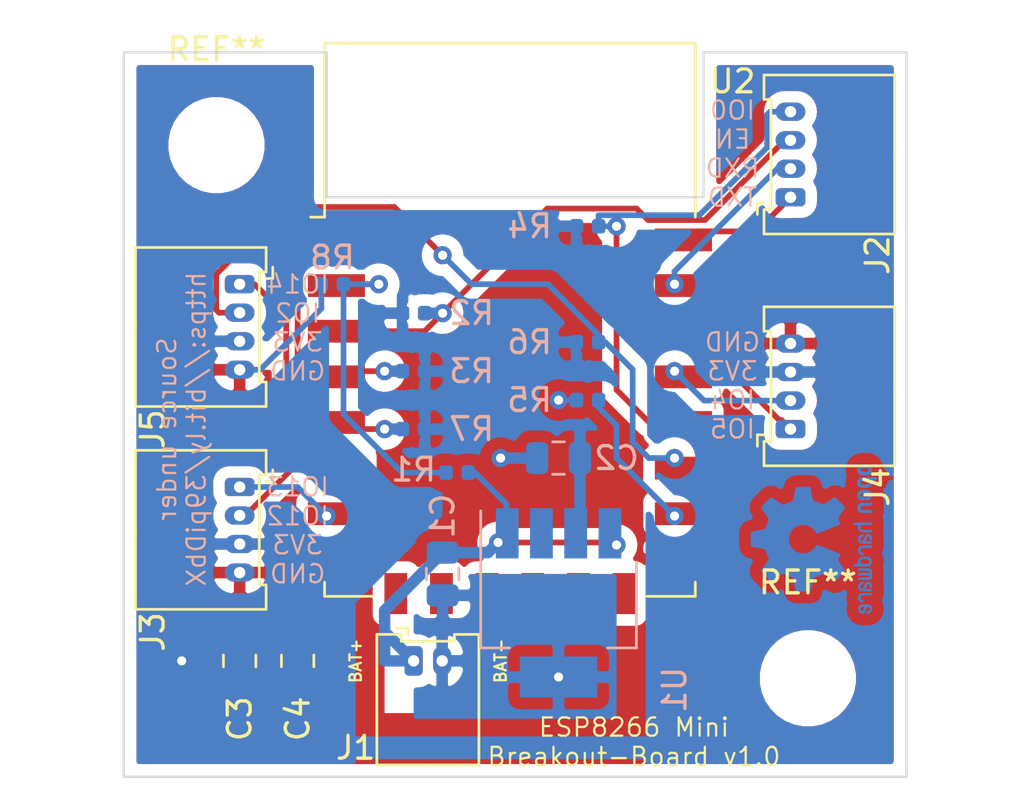
<source format=kicad_pcb>
(kicad_pcb (version 20171130) (host pcbnew 5.1.5+dfsg1-2build2)

  (general
    (thickness 1.6002)
    (drawings 28)
    (tracks 138)
    (zones 0)
    (modules 22)
    (nets 24)
  )

  (page A4)
  (title_block
    (title "ESP8266 Minimal Breakout")
    (date 2020-11-30)
    (rev 1)
  )

  (layers
    (0 Front signal)
    (31 Back signal hide)
    (34 B.Paste user)
    (35 F.Paste user)
    (36 B.SilkS user)
    (37 F.SilkS user)
    (38 B.Mask user)
    (39 F.Mask user)
    (44 Edge.Cuts user)
    (45 Margin user)
    (46 B.CrtYd user)
    (47 F.CrtYd user)
    (49 F.Fab user)
  )

  (setup
    (last_trace_width 0.25)
    (user_trace_width 0.1)
    (user_trace_width 0.2)
    (user_trace_width 0.5)
    (trace_clearance 0.25)
    (zone_clearance 0.508)
    (zone_45_only no)
    (trace_min 0.1)
    (via_size 0.8)
    (via_drill 0.4)
    (via_min_size 0.45)
    (via_min_drill 0.2)
    (user_via 0.45 0.2)
    (user_via 0.8 0.4)
    (uvia_size 0.8)
    (uvia_drill 0.4)
    (uvias_allowed no)
    (uvia_min_size 0)
    (uvia_min_drill 0)
    (edge_width 0.1)
    (segment_width 0.1)
    (pcb_text_width 0.3)
    (pcb_text_size 1.5 1.5)
    (mod_edge_width 0.1)
    (mod_text_size 0.8 0.8)
    (mod_text_width 0.1)
    (pad_size 1.524 1.524)
    (pad_drill 0.762)
    (pad_to_mask_clearance 0)
    (solder_mask_min_width 0.1)
    (aux_axis_origin 0 0)
    (visible_elements FFFFFF7F)
    (pcbplotparams
      (layerselection 0x010fc_ffffffff)
      (usegerberextensions false)
      (usegerberattributes false)
      (usegerberadvancedattributes false)
      (creategerberjobfile false)
      (excludeedgelayer true)
      (linewidth 0.152400)
      (plotframeref false)
      (viasonmask false)
      (mode 1)
      (useauxorigin false)
      (hpglpennumber 1)
      (hpglpenspeed 20)
      (hpglpendiameter 15.000000)
      (psnegative false)
      (psa4output false)
      (plotreference true)
      (plotvalue false)
      (plotinvisibletext false)
      (padsonsilk false)
      (subtractmaskfromsilk true)
      (outputformat 1)
      (mirror false)
      (drillshape 0)
      (scaleselection 1)
      (outputdirectory "./gerbers_for_aisler"))
  )

  (net 0 "")
  (net 1 -BATT)
  (net 2 +BATT)
  (net 3 +3V3)
  (net 4 /EXT_GPIO0)
  (net 5 /EXT_EN)
  (net 6 /EXT_RXD)
  (net 7 /EXT_TXD)
  (net 8 /EXT_GPIO12)
  (net 9 /EXT_GPIO13)
  (net 10 /EXT_GPIO4)
  (net 11 /EXT_GPIO5)
  (net 12 /EXT_GPIO2)
  (net 13 /EXT_GPIO14)
  (net 14 /nRST)
  (net 15 /EXT_GPIO15)
  (net 16 "Net-(U1-Pad2)")
  (net 17 "Net-(U2-Pad14)")
  (net 18 "Net-(U2-Pad13)")
  (net 19 "Net-(U2-Pad12)")
  (net 20 "Net-(U2-Pad11)")
  (net 21 "Net-(U2-Pad10)")
  (net 22 "Net-(U2-Pad9)")
  (net 23 /ADC_IN)

  (net_class Default "This is the default net class."
    (clearance 0.25)
    (trace_width 0.25)
    (via_dia 0.8)
    (via_drill 0.4)
    (uvia_dia 0.8)
    (uvia_drill 0.4)
    (diff_pair_width 0.25)
    (diff_pair_gap 0.25)
    (add_net +3V3)
    (add_net +BATT)
    (add_net -BATT)
    (add_net /ADC_IN)
    (add_net /EXT_EN)
    (add_net /EXT_GPIO0)
    (add_net /EXT_GPIO12)
    (add_net /EXT_GPIO13)
    (add_net /EXT_GPIO14)
    (add_net /EXT_GPIO15)
    (add_net /EXT_GPIO2)
    (add_net /EXT_GPIO4)
    (add_net /EXT_GPIO5)
    (add_net /EXT_RXD)
    (add_net /EXT_TXD)
    (add_net /nRST)
    (add_net "Net-(U1-Pad2)")
    (add_net "Net-(U2-Pad10)")
    (add_net "Net-(U2-Pad11)")
    (add_net "Net-(U2-Pad12)")
    (add_net "Net-(U2-Pad13)")
    (add_net "Net-(U2-Pad14)")
    (add_net "Net-(U2-Pad9)")
  )

  (net_class Min "This is the bare minimum allowed."
    (clearance 0.1)
    (trace_width 0.1)
    (via_dia 0.45)
    (via_drill 0.2)
    (uvia_dia 0.45)
    (uvia_drill 0.2)
    (diff_pair_width 0.12)
    (diff_pair_gap 0.12)
  )

  (module Symbol:OSHW-Logo2_7.3x6mm_Copper (layer Back) (tedit 0) (tstamp 5FC72873)
    (at 147.066 107.696 270)
    (descr "Open Source Hardware Symbol")
    (tags "Logo Symbol OSHW")
    (attr virtual)
    (fp_text reference REF** (at 0 0 90) (layer B.SilkS) hide
      (effects (font (size 1 1) (thickness 0.15)) (justify mirror))
    )
    (fp_text value OSHW-Logo2_7.3x6mm_Copper (at 0.75 0 90) (layer B.Fab) hide
      (effects (font (size 1 1) (thickness 0.15)) (justify mirror))
    )
    (fp_poly (pts (xy 0.10391 2.757652) (xy 0.182454 2.757222) (xy 0.239298 2.756058) (xy 0.278105 2.753793)
      (xy 0.302538 2.75006) (xy 0.316262 2.744494) (xy 0.32294 2.736727) (xy 0.326236 2.726395)
      (xy 0.326556 2.725057) (xy 0.331562 2.700921) (xy 0.340829 2.653299) (xy 0.353392 2.587259)
      (xy 0.368287 2.507872) (xy 0.384551 2.420204) (xy 0.385119 2.417125) (xy 0.40141 2.331211)
      (xy 0.416652 2.255304) (xy 0.429861 2.193955) (xy 0.440054 2.151718) (xy 0.446248 2.133145)
      (xy 0.446543 2.132816) (xy 0.464788 2.123747) (xy 0.502405 2.108633) (xy 0.551271 2.090738)
      (xy 0.551543 2.090642) (xy 0.613093 2.067507) (xy 0.685657 2.038035) (xy 0.754057 2.008403)
      (xy 0.757294 2.006938) (xy 0.868702 1.956374) (xy 1.115399 2.12484) (xy 1.191077 2.176197)
      (xy 1.259631 2.222111) (xy 1.317088 2.25997) (xy 1.359476 2.287163) (xy 1.382825 2.301079)
      (xy 1.385042 2.302111) (xy 1.40201 2.297516) (xy 1.433701 2.275345) (xy 1.481352 2.234553)
      (xy 1.546198 2.174095) (xy 1.612397 2.109773) (xy 1.676214 2.046388) (xy 1.733329 1.988549)
      (xy 1.780305 1.939825) (xy 1.813703 1.90379) (xy 1.830085 1.884016) (xy 1.830694 1.882998)
      (xy 1.832505 1.869428) (xy 1.825683 1.847267) (xy 1.80854 1.813522) (xy 1.779393 1.7652)
      (xy 1.736555 1.699308) (xy 1.679448 1.614483) (xy 1.628766 1.539823) (xy 1.583461 1.47286)
      (xy 1.54615 1.417484) (xy 1.519452 1.37758) (xy 1.505985 1.357038) (xy 1.505137 1.355644)
      (xy 1.506781 1.335962) (xy 1.519245 1.297707) (xy 1.540048 1.248111) (xy 1.547462 1.232272)
      (xy 1.579814 1.16171) (xy 1.614328 1.081647) (xy 1.642365 1.012371) (xy 1.662568 0.960955)
      (xy 1.678615 0.921881) (xy 1.687888 0.901459) (xy 1.689041 0.899886) (xy 1.706096 0.897279)
      (xy 1.746298 0.890137) (xy 1.804302 0.879477) (xy 1.874763 0.866315) (xy 1.952335 0.851667)
      (xy 2.031672 0.836551) (xy 2.107431 0.821982) (xy 2.174264 0.808978) (xy 2.226828 0.798555)
      (xy 2.259776 0.79173) (xy 2.267857 0.789801) (xy 2.276205 0.785038) (xy 2.282506 0.774282)
      (xy 2.287045 0.753902) (xy 2.290104 0.720266) (xy 2.291967 0.669745) (xy 2.292918 0.598708)
      (xy 2.29324 0.503524) (xy 2.293257 0.464508) (xy 2.293257 0.147201) (xy 2.217057 0.132161)
      (xy 2.174663 0.124005) (xy 2.1114 0.112101) (xy 2.034962 0.097884) (xy 1.953043 0.08279)
      (xy 1.9304 0.078645) (xy 1.854806 0.063947) (xy 1.788953 0.049495) (xy 1.738366 0.036625)
      (xy 1.708574 0.026678) (xy 1.703612 0.023713) (xy 1.691426 0.002717) (xy 1.673953 -0.037967)
      (xy 1.654577 -0.090322) (xy 1.650734 -0.1016) (xy 1.625339 -0.171523) (xy 1.593817 -0.250418)
      (xy 1.562969 -0.321266) (xy 1.562817 -0.321595) (xy 1.511447 -0.432733) (xy 1.680399 -0.681253)
      (xy 1.849352 -0.929772) (xy 1.632429 -1.147058) (xy 1.566819 -1.211726) (xy 1.506979 -1.268733)
      (xy 1.456267 -1.315033) (xy 1.418046 -1.347584) (xy 1.395675 -1.363343) (xy 1.392466 -1.364343)
      (xy 1.373626 -1.356469) (xy 1.33518 -1.334578) (xy 1.28133 -1.301267) (xy 1.216276 -1.259131)
      (xy 1.14594 -1.211943) (xy 1.074555 -1.16381) (xy 1.010908 -1.121928) (xy 0.959041 -1.088871)
      (xy 0.922995 -1.067218) (xy 0.906867 -1.059543) (xy 0.887189 -1.066037) (xy 0.849875 -1.08315)
      (xy 0.802621 -1.107326) (xy 0.797612 -1.110013) (xy 0.733977 -1.141927) (xy 0.690341 -1.157579)
      (xy 0.663202 -1.157745) (xy 0.649057 -1.143204) (xy 0.648975 -1.143) (xy 0.641905 -1.125779)
      (xy 0.625042 -1.084899) (xy 0.599695 -1.023525) (xy 0.567171 -0.944819) (xy 0.528778 -0.851947)
      (xy 0.485822 -0.748072) (xy 0.444222 -0.647502) (xy 0.398504 -0.536516) (xy 0.356526 -0.433703)
      (xy 0.319548 -0.342215) (xy 0.288827 -0.265201) (xy 0.265622 -0.205815) (xy 0.25119 -0.167209)
      (xy 0.246743 -0.1528) (xy 0.257896 -0.136272) (xy 0.287069 -0.10993) (xy 0.325971 -0.080887)
      (xy 0.436757 0.010961) (xy 0.523351 0.116241) (xy 0.584716 0.232734) (xy 0.619815 0.358224)
      (xy 0.627608 0.490493) (xy 0.621943 0.551543) (xy 0.591078 0.678205) (xy 0.53792 0.790059)
      (xy 0.465767 0.885999) (xy 0.377917 0.964924) (xy 0.277665 1.02573) (xy 0.16831 1.067313)
      (xy 0.053147 1.088572) (xy -0.064525 1.088401) (xy -0.18141 1.065699) (xy -0.294211 1.019362)
      (xy -0.399631 0.948287) (xy -0.443632 0.908089) (xy -0.528021 0.804871) (xy -0.586778 0.692075)
      (xy -0.620296 0.57299) (xy -0.628965 0.450905) (xy -0.613177 0.329107) (xy -0.573322 0.210884)
      (xy -0.509793 0.099525) (xy -0.422979 -0.001684) (xy -0.325971 -0.080887) (xy -0.285563 -0.111162)
      (xy -0.257018 -0.137219) (xy -0.246743 -0.152825) (xy -0.252123 -0.169843) (xy -0.267425 -0.2105)
      (xy -0.291388 -0.271642) (xy -0.322756 -0.350119) (xy -0.360268 -0.44278) (xy -0.402667 -0.546472)
      (xy -0.444337 -0.647526) (xy -0.49031 -0.758607) (xy -0.532893 -0.861541) (xy -0.570779 -0.953165)
      (xy -0.60266 -1.030316) (xy -0.627229 -1.089831) (xy -0.64318 -1.128544) (xy -0.64909 -1.143)
      (xy -0.663052 -1.157685) (xy -0.69006 -1.157642) (xy -0.733587 -1.142099) (xy -0.79711 -1.110284)
      (xy -0.797612 -1.110013) (xy -0.84544 -1.085323) (xy -0.884103 -1.067338) (xy -0.905905 -1.059614)
      (xy -0.906867 -1.059543) (xy -0.923279 -1.067378) (xy -0.959513 -1.089165) (xy -1.011526 -1.122328)
      (xy -1.075275 -1.164291) (xy -1.14594 -1.211943) (xy -1.217884 -1.260191) (xy -1.282726 -1.302151)
      (xy -1.336265 -1.335227) (xy -1.374303 -1.356821) (xy -1.392467 -1.364343) (xy -1.409192 -1.354457)
      (xy -1.44282 -1.326826) (xy -1.48999 -1.284495) (xy -1.547342 -1.230505) (xy -1.611516 -1.167899)
      (xy -1.632503 -1.146983) (xy -1.849501 -0.929623) (xy -1.684332 -0.68722) (xy -1.634136 -0.612781)
      (xy -1.590081 -0.545972) (xy -1.554638 -0.490665) (xy -1.530281 -0.450729) (xy -1.519478 -0.430036)
      (xy -1.519162 -0.428563) (xy -1.524857 -0.409058) (xy -1.540174 -0.369822) (xy -1.562463 -0.31743)
      (xy -1.578107 -0.282355) (xy -1.607359 -0.215201) (xy -1.634906 -0.147358) (xy -1.656263 -0.090034)
      (xy -1.662065 -0.072572) (xy -1.678548 -0.025938) (xy -1.69466 0.010095) (xy -1.70351 0.023713)
      (xy -1.72304 0.032048) (xy -1.765666 0.043863) (xy -1.825855 0.057819) (xy -1.898078 0.072578)
      (xy -1.9304 0.078645) (xy -2.012478 0.093727) (xy -2.091205 0.108331) (xy -2.158891 0.12102)
      (xy -2.20784 0.130358) (xy -2.217057 0.132161) (xy -2.293257 0.147201) (xy -2.293257 0.464508)
      (xy -2.293086 0.568846) (xy -2.292384 0.647787) (xy -2.290866 0.704962) (xy -2.288251 0.744001)
      (xy -2.284254 0.768535) (xy -2.278591 0.782195) (xy -2.27098 0.788611) (xy -2.267857 0.789801)
      (xy -2.249022 0.79402) (xy -2.207412 0.802438) (xy -2.14837 0.814039) (xy -2.077243 0.827805)
      (xy -1.999375 0.84272) (xy -1.920113 0.857768) (xy -1.844802 0.871931) (xy -1.778787 0.884194)
      (xy -1.727413 0.893539) (xy -1.696025 0.89895) (xy -1.689041 0.899886) (xy -1.682715 0.912404)
      (xy -1.66871 0.945754) (xy -1.649645 0.993623) (xy -1.642366 1.012371) (xy -1.613004 1.084805)
      (xy -1.578429 1.16483) (xy -1.547463 1.232272) (xy -1.524677 1.283841) (xy -1.509518 1.326215)
      (xy -1.504458 1.352166) (xy -1.505264 1.355644) (xy -1.515959 1.372064) (xy -1.54038 1.408583)
      (xy -1.575905 1.461313) (xy -1.619913 1.526365) (xy -1.669783 1.599849) (xy -1.679644 1.614355)
      (xy -1.737508 1.700296) (xy -1.780044 1.765739) (xy -1.808946 1.813696) (xy -1.82591 1.84718)
      (xy -1.832633 1.869205) (xy -1.83081 1.882783) (xy -1.830764 1.882869) (xy -1.816414 1.900703)
      (xy -1.784677 1.935183) (xy -1.73899 1.982732) (xy -1.682796 2.039778) (xy -1.619532 2.102745)
      (xy -1.612398 2.109773) (xy -1.53267 2.18698) (xy -1.471143 2.24367) (xy -1.426579 2.28089)
      (xy -1.397743 2.299685) (xy -1.385042 2.302111) (xy -1.366506 2.291529) (xy -1.328039 2.267084)
      (xy -1.273614 2.231388) (xy -1.207202 2.187053) (xy -1.132775 2.136689) (xy -1.115399 2.12484)
      (xy -0.868703 1.956374) (xy -0.757294 2.006938) (xy -0.689543 2.036405) (xy -0.616817 2.066041)
      (xy -0.554297 2.08967) (xy -0.551543 2.090642) (xy -0.50264 2.108543) (xy -0.464943 2.12368)
      (xy -0.446575 2.13279) (xy -0.446544 2.132816) (xy -0.440715 2.149283) (xy -0.430808 2.189781)
      (xy -0.417805 2.249758) (xy -0.402691 2.32466) (xy -0.386448 2.409936) (xy -0.385119 2.417125)
      (xy -0.368825 2.504986) (xy -0.353867 2.58474) (xy -0.341209 2.651319) (xy -0.331814 2.699653)
      (xy -0.326646 2.724675) (xy -0.326556 2.725057) (xy -0.323411 2.735701) (xy -0.317296 2.743738)
      (xy -0.304547 2.749533) (xy -0.2815 2.753453) (xy -0.244491 2.755865) (xy -0.189856 2.757135)
      (xy -0.113933 2.757629) (xy -0.013056 2.757714) (xy 0 2.757714) (xy 0.10391 2.757652)) (layer Back) (width 0.01))
    (fp_poly (pts (xy 3.153595 -1.966966) (xy 3.211021 -2.004497) (xy 3.238719 -2.038096) (xy 3.260662 -2.099064)
      (xy 3.262405 -2.147308) (xy 3.258457 -2.211816) (xy 3.109686 -2.276934) (xy 3.037349 -2.310202)
      (xy 2.990084 -2.336964) (xy 2.965507 -2.360144) (xy 2.961237 -2.382667) (xy 2.974889 -2.407455)
      (xy 2.989943 -2.423886) (xy 3.033746 -2.450235) (xy 3.081389 -2.452081) (xy 3.125145 -2.431546)
      (xy 3.157289 -2.390752) (xy 3.163038 -2.376347) (xy 3.190576 -2.331356) (xy 3.222258 -2.312182)
      (xy 3.265714 -2.295779) (xy 3.265714 -2.357966) (xy 3.261872 -2.400283) (xy 3.246823 -2.435969)
      (xy 3.21528 -2.476943) (xy 3.210592 -2.482267) (xy 3.175506 -2.51872) (xy 3.145347 -2.538283)
      (xy 3.107615 -2.547283) (xy 3.076335 -2.55023) (xy 3.020385 -2.550965) (xy 2.980555 -2.54166)
      (xy 2.955708 -2.527846) (xy 2.916656 -2.497467) (xy 2.889625 -2.464613) (xy 2.872517 -2.423294)
      (xy 2.863238 -2.367521) (xy 2.859693 -2.291305) (xy 2.85941 -2.252622) (xy 2.860372 -2.206247)
      (xy 2.948007 -2.206247) (xy 2.949023 -2.231126) (xy 2.951556 -2.2352) (xy 2.968274 -2.229665)
      (xy 3.004249 -2.215017) (xy 3.052331 -2.19419) (xy 3.062386 -2.189714) (xy 3.123152 -2.158814)
      (xy 3.156632 -2.131657) (xy 3.16399 -2.10622) (xy 3.146391 -2.080481) (xy 3.131856 -2.069109)
      (xy 3.07941 -2.046364) (xy 3.030322 -2.050122) (xy 2.989227 -2.077884) (xy 2.960758 -2.127152)
      (xy 2.951631 -2.166257) (xy 2.948007 -2.206247) (xy 2.860372 -2.206247) (xy 2.861285 -2.162249)
      (xy 2.868196 -2.095384) (xy 2.881884 -2.046695) (xy 2.904096 -2.010849) (xy 2.936574 -1.982513)
      (xy 2.950733 -1.973355) (xy 3.015053 -1.949507) (xy 3.085473 -1.948006) (xy 3.153595 -1.966966)) (layer Back) (width 0.01))
    (fp_poly (pts (xy 2.6526 -1.958752) (xy 2.669948 -1.966334) (xy 2.711356 -1.999128) (xy 2.746765 -2.046547)
      (xy 2.768664 -2.097151) (xy 2.772229 -2.122098) (xy 2.760279 -2.156927) (xy 2.734067 -2.175357)
      (xy 2.705964 -2.186516) (xy 2.693095 -2.188572) (xy 2.686829 -2.173649) (xy 2.674456 -2.141175)
      (xy 2.669028 -2.126502) (xy 2.63859 -2.075744) (xy 2.59452 -2.050427) (xy 2.53801 -2.051206)
      (xy 2.533825 -2.052203) (xy 2.503655 -2.066507) (xy 2.481476 -2.094393) (xy 2.466327 -2.139287)
      (xy 2.45725 -2.204615) (xy 2.453286 -2.293804) (xy 2.452914 -2.341261) (xy 2.45273 -2.416071)
      (xy 2.451522 -2.467069) (xy 2.448309 -2.499471) (xy 2.442109 -2.518495) (xy 2.43194 -2.529356)
      (xy 2.416819 -2.537272) (xy 2.415946 -2.53767) (xy 2.386828 -2.549981) (xy 2.372403 -2.554514)
      (xy 2.370186 -2.540809) (xy 2.368289 -2.502925) (xy 2.366847 -2.445715) (xy 2.365998 -2.374027)
      (xy 2.365829 -2.321565) (xy 2.366692 -2.220047) (xy 2.37007 -2.143032) (xy 2.377142 -2.086023)
      (xy 2.389088 -2.044526) (xy 2.40709 -2.014043) (xy 2.432327 -1.99008) (xy 2.457247 -1.973355)
      (xy 2.517171 -1.951097) (xy 2.586911 -1.946076) (xy 2.6526 -1.958752)) (layer Back) (width 0.01))
    (fp_poly (pts (xy 2.144876 -1.956335) (xy 2.186667 -1.975344) (xy 2.219469 -1.998378) (xy 2.243503 -2.024133)
      (xy 2.260097 -2.057358) (xy 2.270577 -2.1028) (xy 2.276271 -2.165207) (xy 2.278507 -2.249327)
      (xy 2.278743 -2.304721) (xy 2.278743 -2.520826) (xy 2.241774 -2.53767) (xy 2.212656 -2.549981)
      (xy 2.198231 -2.554514) (xy 2.195472 -2.541025) (xy 2.193282 -2.504653) (xy 2.191942 -2.451542)
      (xy 2.191657 -2.409372) (xy 2.190434 -2.348447) (xy 2.187136 -2.300115) (xy 2.182321 -2.270518)
      (xy 2.178496 -2.264229) (xy 2.152783 -2.270652) (xy 2.112418 -2.287125) (xy 2.065679 -2.309458)
      (xy 2.020845 -2.333457) (xy 1.986193 -2.35493) (xy 1.970002 -2.369685) (xy 1.969938 -2.369845)
      (xy 1.97133 -2.397152) (xy 1.983818 -2.423219) (xy 2.005743 -2.444392) (xy 2.037743 -2.451474)
      (xy 2.065092 -2.450649) (xy 2.103826 -2.450042) (xy 2.124158 -2.459116) (xy 2.136369 -2.483092)
      (xy 2.137909 -2.487613) (xy 2.143203 -2.521806) (xy 2.129047 -2.542568) (xy 2.092148 -2.552462)
      (xy 2.052289 -2.554292) (xy 1.980562 -2.540727) (xy 1.943432 -2.521355) (xy 1.897576 -2.475845)
      (xy 1.873256 -2.419983) (xy 1.871073 -2.360957) (xy 1.891629 -2.305953) (xy 1.922549 -2.271486)
      (xy 1.95342 -2.252189) (xy 2.001942 -2.227759) (xy 2.058485 -2.202985) (xy 2.06791 -2.199199)
      (xy 2.130019 -2.171791) (xy 2.165822 -2.147634) (xy 2.177337 -2.123619) (xy 2.16658 -2.096635)
      (xy 2.148114 -2.075543) (xy 2.104469 -2.049572) (xy 2.056446 -2.047624) (xy 2.012406 -2.067637)
      (xy 1.980709 -2.107551) (xy 1.976549 -2.117848) (xy 1.952327 -2.155724) (xy 1.916965 -2.183842)
      (xy 1.872343 -2.206917) (xy 1.872343 -2.141485) (xy 1.874969 -2.101506) (xy 1.88623 -2.069997)
      (xy 1.911199 -2.036378) (xy 1.935169 -2.010484) (xy 1.972441 -1.973817) (xy 2.001401 -1.954121)
      (xy 2.032505 -1.94622) (xy 2.067713 -1.944914) (xy 2.144876 -1.956335)) (layer Back) (width 0.01))
    (fp_poly (pts (xy 1.779833 -1.958663) (xy 1.782048 -1.99685) (xy 1.783784 -2.054886) (xy 1.784899 -2.12818)
      (xy 1.785257 -2.205055) (xy 1.785257 -2.465196) (xy 1.739326 -2.511127) (xy 1.707675 -2.539429)
      (xy 1.67989 -2.550893) (xy 1.641915 -2.550168) (xy 1.62684 -2.548321) (xy 1.579726 -2.542948)
      (xy 1.540756 -2.539869) (xy 1.531257 -2.539585) (xy 1.499233 -2.541445) (xy 1.453432 -2.546114)
      (xy 1.435674 -2.548321) (xy 1.392057 -2.551735) (xy 1.362745 -2.54432) (xy 1.33368 -2.521427)
      (xy 1.323188 -2.511127) (xy 1.277257 -2.465196) (xy 1.277257 -1.978602) (xy 1.314226 -1.961758)
      (xy 1.346059 -1.949282) (xy 1.364683 -1.944914) (xy 1.369458 -1.958718) (xy 1.373921 -1.997286)
      (xy 1.377775 -2.056356) (xy 1.380722 -2.131663) (xy 1.382143 -2.195286) (xy 1.386114 -2.445657)
      (xy 1.420759 -2.450556) (xy 1.452268 -2.447131) (xy 1.467708 -2.436041) (xy 1.472023 -2.415308)
      (xy 1.475708 -2.371145) (xy 1.478469 -2.309146) (xy 1.480012 -2.234909) (xy 1.480235 -2.196706)
      (xy 1.480457 -1.976783) (xy 1.526166 -1.960849) (xy 1.558518 -1.950015) (xy 1.576115 -1.944962)
      (xy 1.576623 -1.944914) (xy 1.578388 -1.958648) (xy 1.580329 -1.99673) (xy 1.582282 -2.054482)
      (xy 1.584084 -2.127227) (xy 1.585343 -2.195286) (xy 1.589314 -2.445657) (xy 1.6764 -2.445657)
      (xy 1.680396 -2.21724) (xy 1.684392 -1.988822) (xy 1.726847 -1.966868) (xy 1.758192 -1.951793)
      (xy 1.776744 -1.944951) (xy 1.777279 -1.944914) (xy 1.779833 -1.958663)) (layer Back) (width 0.01))
    (fp_poly (pts (xy 1.190117 -2.065358) (xy 1.189933 -2.173837) (xy 1.189219 -2.257287) (xy 1.187675 -2.319704)
      (xy 1.185001 -2.365085) (xy 1.180894 -2.397429) (xy 1.175055 -2.420733) (xy 1.167182 -2.438995)
      (xy 1.161221 -2.449418) (xy 1.111855 -2.505945) (xy 1.049264 -2.541377) (xy 0.980013 -2.55409)
      (xy 0.910668 -2.542463) (xy 0.869375 -2.521568) (xy 0.826025 -2.485422) (xy 0.796481 -2.441276)
      (xy 0.778655 -2.383462) (xy 0.770463 -2.306313) (xy 0.769302 -2.249714) (xy 0.769458 -2.245647)
      (xy 0.870857 -2.245647) (xy 0.871476 -2.31055) (xy 0.874314 -2.353514) (xy 0.88084 -2.381622)
      (xy 0.892523 -2.401953) (xy 0.906483 -2.417288) (xy 0.953365 -2.44689) (xy 1.003701 -2.449419)
      (xy 1.051276 -2.424705) (xy 1.054979 -2.421356) (xy 1.070783 -2.403935) (xy 1.080693 -2.383209)
      (xy 1.086058 -2.352362) (xy 1.088228 -2.304577) (xy 1.088571 -2.251748) (xy 1.087827 -2.185381)
      (xy 1.084748 -2.141106) (xy 1.078061 -2.112009) (xy 1.066496 -2.091173) (xy 1.057013 -2.080107)
      (xy 1.01296 -2.052198) (xy 0.962224 -2.048843) (xy 0.913796 -2.070159) (xy 0.90445 -2.078073)
      (xy 0.88854 -2.095647) (xy 0.87861 -2.116587) (xy 0.873278 -2.147782) (xy 0.871163 -2.196122)
      (xy 0.870857 -2.245647) (xy 0.769458 -2.245647) (xy 0.77281 -2.158568) (xy 0.784726 -2.090086)
      (xy 0.807135 -2.0386) (xy 0.842124 -1.998443) (xy 0.869375 -1.977861) (xy 0.918907 -1.955625)
      (xy 0.976316 -1.945304) (xy 1.029682 -1.948067) (xy 1.059543 -1.959212) (xy 1.071261 -1.962383)
      (xy 1.079037 -1.950557) (xy 1.084465 -1.918866) (xy 1.088571 -1.870593) (xy 1.093067 -1.816829)
      (xy 1.099313 -1.784482) (xy 1.110676 -1.765985) (xy 1.130528 -1.75377) (xy 1.143 -1.748362)
      (xy 1.190171 -1.728601) (xy 1.190117 -2.065358)) (layer Back) (width 0.01))
    (fp_poly (pts (xy 0.529926 -1.949755) (xy 0.595858 -1.974084) (xy 0.649273 -2.017117) (xy 0.670164 -2.047409)
      (xy 0.692939 -2.102994) (xy 0.692466 -2.143186) (xy 0.668562 -2.170217) (xy 0.659717 -2.174813)
      (xy 0.62153 -2.189144) (xy 0.602028 -2.185472) (xy 0.595422 -2.161407) (xy 0.595086 -2.148114)
      (xy 0.582992 -2.09921) (xy 0.551471 -2.064999) (xy 0.507659 -2.048476) (xy 0.458695 -2.052634)
      (xy 0.418894 -2.074227) (xy 0.40545 -2.086544) (xy 0.395921 -2.101487) (xy 0.389485 -2.124075)
      (xy 0.385317 -2.159328) (xy 0.382597 -2.212266) (xy 0.380502 -2.287907) (xy 0.37996 -2.311857)
      (xy 0.377981 -2.39379) (xy 0.375731 -2.451455) (xy 0.372357 -2.489608) (xy 0.367006 -2.513004)
      (xy 0.358824 -2.526398) (xy 0.346959 -2.534545) (xy 0.339362 -2.538144) (xy 0.307102 -2.550452)
      (xy 0.288111 -2.554514) (xy 0.281836 -2.540948) (xy 0.278006 -2.499934) (xy 0.2766 -2.430999)
      (xy 0.277598 -2.333669) (xy 0.277908 -2.318657) (xy 0.280101 -2.229859) (xy 0.282693 -2.165019)
      (xy 0.286382 -2.119067) (xy 0.291864 -2.086935) (xy 0.299835 -2.063553) (xy 0.310993 -2.043852)
      (xy 0.31683 -2.03541) (xy 0.350296 -1.998057) (xy 0.387727 -1.969003) (xy 0.392309 -1.966467)
      (xy 0.459426 -1.946443) (xy 0.529926 -1.949755)) (layer Back) (width 0.01))
    (fp_poly (pts (xy 0.039744 -1.950968) (xy 0.096616 -1.972087) (xy 0.097267 -1.972493) (xy 0.13244 -1.99838)
      (xy 0.158407 -2.028633) (xy 0.17667 -2.068058) (xy 0.188732 -2.121462) (xy 0.196096 -2.193651)
      (xy 0.200264 -2.289432) (xy 0.200629 -2.303078) (xy 0.205876 -2.508842) (xy 0.161716 -2.531678)
      (xy 0.129763 -2.54711) (xy 0.11047 -2.554423) (xy 0.109578 -2.554514) (xy 0.106239 -2.541022)
      (xy 0.103587 -2.504626) (xy 0.101956 -2.451452) (xy 0.1016 -2.408393) (xy 0.101592 -2.338641)
      (xy 0.098403 -2.294837) (xy 0.087288 -2.273944) (xy 0.063501 -2.272925) (xy 0.022296 -2.288741)
      (xy -0.039914 -2.317815) (xy -0.085659 -2.341963) (xy -0.109187 -2.362913) (xy -0.116104 -2.385747)
      (xy -0.116114 -2.386877) (xy -0.104701 -2.426212) (xy -0.070908 -2.447462) (xy -0.019191 -2.450539)
      (xy 0.018061 -2.450006) (xy 0.037703 -2.460735) (xy 0.049952 -2.486505) (xy 0.057002 -2.519337)
      (xy 0.046842 -2.537966) (xy 0.043017 -2.540632) (xy 0.007001 -2.55134) (xy -0.043434 -2.552856)
      (xy -0.095374 -2.545759) (xy -0.132178 -2.532788) (xy -0.183062 -2.489585) (xy -0.211986 -2.429446)
      (xy -0.217714 -2.382462) (xy -0.213343 -2.340082) (xy -0.197525 -2.305488) (xy -0.166203 -2.274763)
      (xy -0.115322 -2.24399) (xy -0.040824 -2.209252) (xy -0.036286 -2.207288) (xy 0.030821 -2.176287)
      (xy 0.072232 -2.150862) (xy 0.089981 -2.128014) (xy 0.086107 -2.104745) (xy 0.062643 -2.078056)
      (xy 0.055627 -2.071914) (xy 0.00863 -2.0481) (xy -0.040067 -2.049103) (xy -0.082478 -2.072451)
      (xy -0.110616 -2.115675) (xy -0.113231 -2.12416) (xy -0.138692 -2.165308) (xy -0.170999 -2.185128)
      (xy -0.217714 -2.20477) (xy -0.217714 -2.15395) (xy -0.203504 -2.080082) (xy -0.161325 -2.012327)
      (xy -0.139376 -1.989661) (xy -0.089483 -1.960569) (xy -0.026033 -1.9474) (xy 0.039744 -1.950968)) (layer Back) (width 0.01))
    (fp_poly (pts (xy -0.624114 -1.851289) (xy -0.619861 -1.910613) (xy -0.614975 -1.945572) (xy -0.608205 -1.96082)
      (xy -0.598298 -1.961015) (xy -0.595086 -1.959195) (xy -0.552356 -1.946015) (xy -0.496773 -1.946785)
      (xy -0.440263 -1.960333) (xy -0.404918 -1.977861) (xy -0.368679 -2.005861) (xy -0.342187 -2.037549)
      (xy -0.324001 -2.077813) (xy -0.312678 -2.131543) (xy -0.306778 -2.203626) (xy -0.304857 -2.298951)
      (xy -0.304823 -2.317237) (xy -0.3048 -2.522646) (xy -0.350509 -2.53858) (xy -0.382973 -2.54942)
      (xy -0.400785 -2.554468) (xy -0.401309 -2.554514) (xy -0.403063 -2.540828) (xy -0.404556 -2.503076)
      (xy -0.405674 -2.446224) (xy -0.406303 -2.375234) (xy -0.4064 -2.332073) (xy -0.406602 -2.246973)
      (xy -0.407642 -2.185981) (xy -0.410169 -2.144177) (xy -0.414836 -2.116642) (xy -0.422293 -2.098456)
      (xy -0.433189 -2.084698) (xy -0.439993 -2.078073) (xy -0.486728 -2.051375) (xy -0.537728 -2.049375)
      (xy -0.583999 -2.071955) (xy -0.592556 -2.080107) (xy -0.605107 -2.095436) (xy -0.613812 -2.113618)
      (xy -0.619369 -2.139909) (xy -0.622474 -2.179562) (xy -0.623824 -2.237832) (xy -0.624114 -2.318173)
      (xy -0.624114 -2.522646) (xy -0.669823 -2.53858) (xy -0.702287 -2.54942) (xy -0.720099 -2.554468)
      (xy -0.720623 -2.554514) (xy -0.721963 -2.540623) (xy -0.723172 -2.501439) (xy -0.724199 -2.4407)
      (xy -0.724998 -2.362141) (xy -0.725519 -2.269498) (xy -0.725714 -2.166509) (xy -0.725714 -1.769342)
      (xy -0.678543 -1.749444) (xy -0.631371 -1.729547) (xy -0.624114 -1.851289)) (layer Back) (width 0.01))
    (fp_poly (pts (xy -1.831697 -1.931239) (xy -1.774473 -1.969735) (xy -1.730251 -2.025335) (xy -1.703833 -2.096086)
      (xy -1.69849 -2.148162) (xy -1.699097 -2.169893) (xy -1.704178 -2.186531) (xy -1.718145 -2.201437)
      (xy -1.745411 -2.217973) (xy -1.790388 -2.239498) (xy -1.857489 -2.269374) (xy -1.857829 -2.269524)
      (xy -1.919593 -2.297813) (xy -1.970241 -2.322933) (xy -2.004596 -2.342179) (xy -2.017482 -2.352848)
      (xy -2.017486 -2.352934) (xy -2.006128 -2.376166) (xy -1.979569 -2.401774) (xy -1.949077 -2.420221)
      (xy -1.93363 -2.423886) (xy -1.891485 -2.411212) (xy -1.855192 -2.379471) (xy -1.837483 -2.344572)
      (xy -1.820448 -2.318845) (xy -1.787078 -2.289546) (xy -1.747851 -2.264235) (xy -1.713244 -2.250471)
      (xy -1.706007 -2.249714) (xy -1.697861 -2.26216) (xy -1.69737 -2.293972) (xy -1.703357 -2.336866)
      (xy -1.714643 -2.382558) (xy -1.73005 -2.422761) (xy -1.730829 -2.424322) (xy -1.777196 -2.489062)
      (xy -1.837289 -2.533097) (xy -1.905535 -2.554711) (xy -1.976362 -2.552185) (xy -2.044196 -2.523804)
      (xy -2.047212 -2.521808) (xy -2.100573 -2.473448) (xy -2.13566 -2.410352) (xy -2.155078 -2.327387)
      (xy -2.157684 -2.304078) (xy -2.162299 -2.194055) (xy -2.156767 -2.142748) (xy -2.017486 -2.142748)
      (xy -2.015676 -2.174753) (xy -2.005778 -2.184093) (xy -1.981102 -2.177105) (xy -1.942205 -2.160587)
      (xy -1.898725 -2.139881) (xy -1.897644 -2.139333) (xy -1.860791 -2.119949) (xy -1.846 -2.107013)
      (xy -1.849647 -2.093451) (xy -1.865005 -2.075632) (xy -1.904077 -2.049845) (xy -1.946154 -2.04795)
      (xy -1.983897 -2.066717) (xy -2.009966 -2.102915) (xy -2.017486 -2.142748) (xy -2.156767 -2.142748)
      (xy -2.152806 -2.106027) (xy -2.12845 -2.036212) (xy -2.094544 -1.987302) (xy -2.033347 -1.937878)
      (xy -1.965937 -1.913359) (xy -1.89712 -1.911797) (xy -1.831697 -1.931239)) (layer Back) (width 0.01))
    (fp_poly (pts (xy -2.958885 -1.921962) (xy -2.890855 -1.957733) (xy -2.840649 -2.015301) (xy -2.822815 -2.052312)
      (xy -2.808937 -2.107882) (xy -2.801833 -2.178096) (xy -2.80116 -2.254727) (xy -2.806573 -2.329552)
      (xy -2.81773 -2.394342) (xy -2.834286 -2.440873) (xy -2.839374 -2.448887) (xy -2.899645 -2.508707)
      (xy -2.971231 -2.544535) (xy -3.048908 -2.55502) (xy -3.127452 -2.53881) (xy -3.149311 -2.529092)
      (xy -3.191878 -2.499143) (xy -3.229237 -2.459433) (xy -3.232768 -2.454397) (xy -3.247119 -2.430124)
      (xy -3.256606 -2.404178) (xy -3.26221 -2.370022) (xy -3.264914 -2.321119) (xy -3.265701 -2.250935)
      (xy -3.265714 -2.2352) (xy -3.265678 -2.230192) (xy -3.120571 -2.230192) (xy -3.119727 -2.29643)
      (xy -3.116404 -2.340386) (xy -3.109417 -2.368779) (xy -3.097584 -2.388325) (xy -3.091543 -2.394857)
      (xy -3.056814 -2.41968) (xy -3.023097 -2.418548) (xy -2.989005 -2.397016) (xy -2.968671 -2.374029)
      (xy -2.956629 -2.340478) (xy -2.949866 -2.287569) (xy -2.949402 -2.281399) (xy -2.948248 -2.185513)
      (xy -2.960312 -2.114299) (xy -2.98543 -2.068194) (xy -3.02344 -2.047635) (xy -3.037008 -2.046514)
      (xy -3.072636 -2.052152) (xy -3.097006 -2.071686) (xy -3.111907 -2.109042) (xy -3.119125 -2.16815)
      (xy -3.120571 -2.230192) (xy -3.265678 -2.230192) (xy -3.265174 -2.160413) (xy -3.262904 -2.108159)
      (xy -3.257932 -2.071949) (xy -3.249287 -2.045299) (xy -3.235995 -2.021722) (xy -3.233057 -2.017338)
      (xy -3.183687 -1.958249) (xy -3.129891 -1.923947) (xy -3.064398 -1.910331) (xy -3.042158 -1.909665)
      (xy -2.958885 -1.921962)) (layer Back) (width 0.01))
    (fp_poly (pts (xy -1.283907 -1.92778) (xy -1.237328 -1.954723) (xy -1.204943 -1.981466) (xy -1.181258 -2.009484)
      (xy -1.164941 -2.043748) (xy -1.154661 -2.089227) (xy -1.149086 -2.150892) (xy -1.146884 -2.233711)
      (xy -1.146629 -2.293246) (xy -1.146629 -2.512391) (xy -1.208314 -2.540044) (xy -1.27 -2.567697)
      (xy -1.277257 -2.32767) (xy -1.280256 -2.238028) (xy -1.283402 -2.172962) (xy -1.287299 -2.128026)
      (xy -1.292553 -2.09877) (xy -1.299769 -2.080748) (xy -1.30955 -2.069511) (xy -1.312688 -2.067079)
      (xy -1.360239 -2.048083) (xy -1.408303 -2.0556) (xy -1.436914 -2.075543) (xy -1.448553 -2.089675)
      (xy -1.456609 -2.10822) (xy -1.461729 -2.136334) (xy -1.464559 -2.179173) (xy -1.465744 -2.241895)
      (xy -1.465943 -2.307261) (xy -1.465982 -2.389268) (xy -1.467386 -2.447316) (xy -1.472086 -2.486465)
      (xy -1.482013 -2.51178) (xy -1.499097 -2.528323) (xy -1.525268 -2.541156) (xy -1.560225 -2.554491)
      (xy -1.598404 -2.569007) (xy -1.593859 -2.311389) (xy -1.592029 -2.218519) (xy -1.589888 -2.149889)
      (xy -1.586819 -2.100711) (xy -1.582206 -2.066198) (xy -1.575432 -2.041562) (xy -1.565881 -2.022016)
      (xy -1.554366 -2.00477) (xy -1.49881 -1.94968) (xy -1.43102 -1.917822) (xy -1.357287 -1.910191)
      (xy -1.283907 -1.92778)) (layer Back) (width 0.01))
    (fp_poly (pts (xy -2.400256 -1.919918) (xy -2.344799 -1.947568) (xy -2.295852 -1.99848) (xy -2.282371 -2.017338)
      (xy -2.267686 -2.042015) (xy -2.258158 -2.068816) (xy -2.252707 -2.104587) (xy -2.250253 -2.156169)
      (xy -2.249714 -2.224267) (xy -2.252148 -2.317588) (xy -2.260606 -2.387657) (xy -2.276826 -2.439931)
      (xy -2.302546 -2.479869) (xy -2.339503 -2.512929) (xy -2.342218 -2.514886) (xy -2.37864 -2.534908)
      (xy -2.422498 -2.544815) (xy -2.478276 -2.547257) (xy -2.568952 -2.547257) (xy -2.56899 -2.635283)
      (xy -2.569834 -2.684308) (xy -2.574976 -2.713065) (xy -2.588413 -2.730311) (xy -2.614142 -2.744808)
      (xy -2.620321 -2.747769) (xy -2.649236 -2.761648) (xy -2.671624 -2.770414) (xy -2.688271 -2.771171)
      (xy -2.699964 -2.761023) (xy -2.70749 -2.737073) (xy -2.711634 -2.696426) (xy -2.713185 -2.636186)
      (xy -2.712929 -2.553455) (xy -2.711651 -2.445339) (xy -2.711252 -2.413) (xy -2.709815 -2.301524)
      (xy -2.708528 -2.228603) (xy -2.569029 -2.228603) (xy -2.568245 -2.290499) (xy -2.56476 -2.330997)
      (xy -2.556876 -2.357708) (xy -2.542895 -2.378244) (xy -2.533403 -2.38826) (xy -2.494596 -2.417567)
      (xy -2.460237 -2.419952) (xy -2.424784 -2.39575) (xy -2.423886 -2.394857) (xy -2.409461 -2.376153)
      (xy -2.400687 -2.350732) (xy -2.396261 -2.311584) (xy -2.394882 -2.251697) (xy -2.394857 -2.23843)
      (xy -2.398188 -2.155901) (xy -2.409031 -2.098691) (xy -2.42866 -2.063766) (xy -2.45835 -2.048094)
      (xy -2.475509 -2.046514) (xy -2.516234 -2.053926) (xy -2.544168 -2.07833) (xy -2.560983 -2.12298)
      (xy -2.56835 -2.19113) (xy -2.569029 -2.228603) (xy -2.708528 -2.228603) (xy -2.708292 -2.215245)
      (xy -2.706323 -2.150333) (xy -2.70355 -2.102958) (xy -2.699612 -2.06929) (xy -2.694151 -2.045498)
      (xy -2.686808 -2.027753) (xy -2.677223 -2.012224) (xy -2.673113 -2.006381) (xy -2.618595 -1.951185)
      (xy -2.549664 -1.91989) (xy -2.469928 -1.911165) (xy -2.400256 -1.919918)) (layer Back) (width 0.01))
  )

  (module MountingHole:MountingHole_3.2mm_M3 (layer Front) (tedit 56D1B4CB) (tstamp 5FC722FA)
    (at 120.904 90.424)
    (descr "Mounting Hole 3.2mm, no annular, M3")
    (tags "mounting hole 3.2mm no annular m3")
    (attr virtual)
    (fp_text reference REF** (at 0 -4.2) (layer F.SilkS)
      (effects (font (size 1 1) (thickness 0.15)))
    )
    (fp_text value MountingHole_3.2mm_M3 (at 0 4.2) (layer F.Fab)
      (effects (font (size 1 1) (thickness 0.15)))
    )
    (fp_circle (center 0 0) (end 3.45 0) (layer F.CrtYd) (width 0.05))
    (fp_circle (center 0 0) (end 3.2 0) (layer Cmts.User) (width 0.15))
    (fp_text user %R (at 0.3 0) (layer F.Fab)
      (effects (font (size 1 1) (thickness 0.15)))
    )
    (pad 1 np_thru_hole circle (at 0 0) (size 3.2 3.2) (drill 3.2) (layers *.Cu *.Mask))
  )

  (module MountingHole:MountingHole_3.2mm_M3 (layer Front) (tedit 56D1B4CB) (tstamp 5FC72297)
    (at 146.812 113.792)
    (descr "Mounting Hole 3.2mm, no annular, M3")
    (tags "mounting hole 3.2mm no annular m3")
    (attr virtual)
    (fp_text reference REF** (at 0 -4.2) (layer F.SilkS)
      (effects (font (size 1 1) (thickness 0.15)))
    )
    (fp_text value MountingHole_3.2mm_M3 (at 0 4.2) (layer F.Fab)
      (effects (font (size 1 1) (thickness 0.15)))
    )
    (fp_circle (center 0 0) (end 3.45 0) (layer F.CrtYd) (width 0.05))
    (fp_circle (center 0 0) (end 3.2 0) (layer Cmts.User) (width 0.15))
    (fp_text user %R (at 0.3 0) (layer F.Fab)
      (effects (font (size 1 1) (thickness 0.15)))
    )
    (pad 1 np_thru_hole circle (at 0 0) (size 3.2 3.2) (drill 3.2) (layers *.Cu *.Mask))
  )

  (module Resistor_SMD:R_0402_1005Metric (layer Back) (tedit 5B301BBD) (tstamp 5FC6CD66)
    (at 125.984 96.52 180)
    (descr "Resistor SMD 0402 (1005 Metric), square (rectangular) end terminal, IPC_7351 nominal, (Body size source: http://www.tortai-tech.com/upload/download/2011102023233369053.pdf), generated with kicad-footprint-generator")
    (tags resistor)
    (path /5FC6DF52)
    (attr smd)
    (fp_text reference R8 (at 0 1.17) (layer B.SilkS)
      (effects (font (size 1 1) (thickness 0.15)) (justify mirror))
    )
    (fp_text value 9k (at 0 -1.17) (layer B.Fab)
      (effects (font (size 1 1) (thickness 0.15)) (justify mirror))
    )
    (fp_text user %R (at 0 0) (layer B.Fab)
      (effects (font (size 0.25 0.25) (thickness 0.04)) (justify mirror))
    )
    (fp_line (start 0.93 -0.47) (end -0.93 -0.47) (layer B.CrtYd) (width 0.05))
    (fp_line (start 0.93 0.47) (end 0.93 -0.47) (layer B.CrtYd) (width 0.05))
    (fp_line (start -0.93 0.47) (end 0.93 0.47) (layer B.CrtYd) (width 0.05))
    (fp_line (start -0.93 -0.47) (end -0.93 0.47) (layer B.CrtYd) (width 0.05))
    (fp_line (start 0.5 -0.25) (end -0.5 -0.25) (layer B.Fab) (width 0.1))
    (fp_line (start 0.5 0.25) (end 0.5 -0.25) (layer B.Fab) (width 0.1))
    (fp_line (start -0.5 0.25) (end 0.5 0.25) (layer B.Fab) (width 0.1))
    (fp_line (start -0.5 -0.25) (end -0.5 0.25) (layer B.Fab) (width 0.1))
    (pad 2 smd roundrect (at 0.485 0 180) (size 0.59 0.64) (layers Back B.Paste B.Mask) (roundrect_rratio 0.25)
      (net 1 -BATT))
    (pad 1 smd roundrect (at -0.485 0 180) (size 0.59 0.64) (layers Back B.Paste B.Mask) (roundrect_rratio 0.25)
      (net 23 /ADC_IN))
    (model ${KISYS3DMOD}/Resistor_SMD.3dshapes/R_0402_1005Metric.wrl
      (at (xyz 0 0 0))
      (scale (xyz 1 1 1))
      (rotate (xyz 0 0 0))
    )
  )

  (module Resistor_SMD:R_0402_1005Metric (layer Back) (tedit 5B301BBD) (tstamp 5FC6CCAF)
    (at 131.445 104.775 180)
    (descr "Resistor SMD 0402 (1005 Metric), square (rectangular) end terminal, IPC_7351 nominal, (Body size source: http://www.tortai-tech.com/upload/download/2011102023233369053.pdf), generated with kicad-footprint-generator")
    (tags resistor)
    (path /5FC6F0BF)
    (attr smd)
    (fp_text reference R1 (at 1.905 0.127) (layer B.SilkS)
      (effects (font (size 1 1) (thickness 0.15)) (justify mirror))
    )
    (fp_text value 47k (at 0 -1.17) (layer B.Fab)
      (effects (font (size 1 1) (thickness 0.15)) (justify mirror))
    )
    (fp_text user %R (at 0 0) (layer B.Fab)
      (effects (font (size 0.25 0.25) (thickness 0.04)) (justify mirror))
    )
    (fp_line (start 0.93 -0.47) (end -0.93 -0.47) (layer B.CrtYd) (width 0.05))
    (fp_line (start 0.93 0.47) (end 0.93 -0.47) (layer B.CrtYd) (width 0.05))
    (fp_line (start -0.93 0.47) (end 0.93 0.47) (layer B.CrtYd) (width 0.05))
    (fp_line (start -0.93 -0.47) (end -0.93 0.47) (layer B.CrtYd) (width 0.05))
    (fp_line (start 0.5 -0.25) (end -0.5 -0.25) (layer B.Fab) (width 0.1))
    (fp_line (start 0.5 0.25) (end 0.5 -0.25) (layer B.Fab) (width 0.1))
    (fp_line (start -0.5 0.25) (end 0.5 0.25) (layer B.Fab) (width 0.1))
    (fp_line (start -0.5 -0.25) (end -0.5 0.25) (layer B.Fab) (width 0.1))
    (pad 2 smd roundrect (at 0.485 0 180) (size 0.59 0.64) (layers Back B.Paste B.Mask) (roundrect_rratio 0.25)
      (net 23 /ADC_IN))
    (pad 1 smd roundrect (at -0.485 0 180) (size 0.59 0.64) (layers Back B.Paste B.Mask) (roundrect_rratio 0.25)
      (net 2 +BATT))
    (model ${KISYS3DMOD}/Resistor_SMD.3dshapes/R_0402_1005Metric.wrl
      (at (xyz 0 0 0))
      (scale (xyz 1 1 1))
      (rotate (xyz 0 0 0))
    )
  )

  (module Connector_Molex:Molex_PicoBlade_53048-0410_1x04_P1.25mm_Horizontal (layer Front) (tedit 5B783024) (tstamp 5FC343A9)
    (at 121.92 96.52 270)
    (descr "Molex PicoBlade Connector System, 53048-0410, 4 Pins per row (http://www.molex.com/pdm_docs/sd/530480210_sd.pdf), generated with kicad-footprint-generator")
    (tags "connector Molex PicoBlade top entry")
    (path /5FB91C4F)
    (fp_text reference J5 (at 6.35 3.81 270) (layer F.SilkS)
      (effects (font (size 1 1) (thickness 0.15)))
    )
    (fp_text value Conn_01x04_Male (at 1.88 5.65 270) (layer F.Fab)
      (effects (font (size 1 1) (thickness 0.15)))
    )
    (fp_text user %R (at 1.88 3.75 270) (layer F.Fab)
      (effects (font (size 1 1) (thickness 0.15)))
    )
    (fp_line (start 5.36 4.56) (end 1.875 4.56) (layer F.SilkS) (width 0.12))
    (fp_line (start 5.36 -1.16) (end 5.36 4.56) (layer F.SilkS) (width 0.12))
    (fp_line (start 4.29 -1.16) (end 5.36 -1.16) (layer F.SilkS) (width 0.12))
    (fp_line (start 4.29 -0.86) (end 4.29 -1.16) (layer F.SilkS) (width 0.12))
    (fp_line (start 1.875 -0.86) (end 4.29 -0.86) (layer F.SilkS) (width 0.12))
    (fp_line (start -1.61 4.56) (end 1.875 4.56) (layer F.SilkS) (width 0.12))
    (fp_line (start -1.61 -1.16) (end -1.61 4.56) (layer F.SilkS) (width 0.12))
    (fp_line (start -0.54 -1.16) (end -1.61 -1.16) (layer F.SilkS) (width 0.12))
    (fp_line (start -0.54 -0.86) (end -0.54 -1.16) (layer F.SilkS) (width 0.12))
    (fp_line (start 1.875 -0.86) (end -0.54 -0.86) (layer F.SilkS) (width 0.12))
    (fp_line (start 5.25 4.45) (end 1.875 4.45) (layer F.Fab) (width 0.1))
    (fp_line (start 5.25 -1.05) (end 5.25 4.45) (layer F.Fab) (width 0.1))
    (fp_line (start 4.4 -1.05) (end 5.25 -1.05) (layer F.Fab) (width 0.1))
    (fp_line (start 4.4 -0.75) (end 4.4 -1.05) (layer F.Fab) (width 0.1))
    (fp_line (start 1.875 -0.75) (end 4.4 -0.75) (layer F.Fab) (width 0.1))
    (fp_line (start -1.5 4.45) (end 1.875 4.45) (layer F.Fab) (width 0.1))
    (fp_line (start -1.5 -1.05) (end -1.5 4.45) (layer F.Fab) (width 0.1))
    (fp_line (start -0.65 -1.05) (end -1.5 -1.05) (layer F.Fab) (width 0.1))
    (fp_line (start -0.65 -0.75) (end -0.65 -1.05) (layer F.Fab) (width 0.1))
    (fp_line (start 1.875 -0.75) (end -0.65 -0.75) (layer F.Fab) (width 0.1))
    (fp_line (start 5.75 4.95) (end 1.87 4.95) (layer F.CrtYd) (width 0.05))
    (fp_line (start 5.75 -1.55) (end 5.75 4.95) (layer F.CrtYd) (width 0.05))
    (fp_line (start 3.9 -1.55) (end 5.75 -1.55) (layer F.CrtYd) (width 0.05))
    (fp_line (start 3.9 -1.25) (end 3.9 -1.55) (layer F.CrtYd) (width 0.05))
    (fp_line (start 1.87 -1.25) (end 3.9 -1.25) (layer F.CrtYd) (width 0.05))
    (fp_line (start -2 4.95) (end 1.88 4.95) (layer F.CrtYd) (width 0.05))
    (fp_line (start -2 -1.55) (end -2 4.95) (layer F.CrtYd) (width 0.05))
    (fp_line (start -0.15 -1.55) (end -2 -1.55) (layer F.CrtYd) (width 0.05))
    (fp_line (start -0.15 -1.25) (end -0.15 -1.55) (layer F.CrtYd) (width 0.05))
    (fp_line (start 1.88 -1.25) (end -0.15 -1.25) (layer F.CrtYd) (width 0.05))
    (fp_line (start 0 -0.042893) (end 0.5 -0.75) (layer F.Fab) (width 0.1))
    (fp_line (start -0.5 -0.75) (end 0 -0.042893) (layer F.Fab) (width 0.1))
    (fp_line (start -0.25 -1.45) (end -0.75 -1.45) (layer F.SilkS) (width 0.12))
    (fp_line (start -0.25 -1.15) (end -0.25 -1.45) (layer F.SilkS) (width 0.12))
    (pad 4 thru_hole oval (at 3.75 0 270) (size 0.8 1.3) (drill 0.5) (layers *.Cu *.Mask)
      (net 1 -BATT))
    (pad 3 thru_hole oval (at 2.5 0 270) (size 0.8 1.3) (drill 0.5) (layers *.Cu *.Mask)
      (net 3 +3V3))
    (pad 2 thru_hole oval (at 1.25 0 270) (size 0.8 1.3) (drill 0.5) (layers *.Cu *.Mask)
      (net 12 /EXT_GPIO2))
    (pad 1 thru_hole roundrect (at 0 0 270) (size 0.8 1.3) (drill 0.5) (layers *.Cu *.Mask) (roundrect_rratio 0.25)
      (net 13 /EXT_GPIO14))
    (model :PROJECT_3D:530480410.stp
      (offset (xyz 1.85 -3.5 2))
      (scale (xyz 1 1 1))
      (rotate (xyz 0 0 180))
    )
  )

  (module Capacitor_SMD:C_0805_2012Metric (layer Front) (tedit 5B36C52B) (tstamp 5FC3E285)
    (at 124.46 113.03 90)
    (descr "Capacitor SMD 0805 (2012 Metric), square (rectangular) end terminal, IPC_7351 nominal, (Body size source: https://docs.google.com/spreadsheets/d/1BsfQQcO9C6DZCsRaXUlFlo91Tg2WpOkGARC1WS5S8t0/edit?usp=sharing), generated with kicad-footprint-generator")
    (tags capacitor)
    (path /5FB44F5E)
    (attr smd)
    (fp_text reference C4 (at -2.54 0 90) (layer F.SilkS)
      (effects (font (size 1 1) (thickness 0.15)))
    )
    (fp_text value 100nF (at 0 1.65 90) (layer F.Fab)
      (effects (font (size 1 1) (thickness 0.15)))
    )
    (fp_text user %R (at 0 0 90) (layer F.Fab)
      (effects (font (size 0.5 0.5) (thickness 0.08)))
    )
    (fp_line (start 1.68 0.95) (end -1.68 0.95) (layer F.CrtYd) (width 0.05))
    (fp_line (start 1.68 -0.95) (end 1.68 0.95) (layer F.CrtYd) (width 0.05))
    (fp_line (start -1.68 -0.95) (end 1.68 -0.95) (layer F.CrtYd) (width 0.05))
    (fp_line (start -1.68 0.95) (end -1.68 -0.95) (layer F.CrtYd) (width 0.05))
    (fp_line (start -0.258578 0.71) (end 0.258578 0.71) (layer F.SilkS) (width 0.12))
    (fp_line (start -0.258578 -0.71) (end 0.258578 -0.71) (layer F.SilkS) (width 0.12))
    (fp_line (start 1 0.6) (end -1 0.6) (layer F.Fab) (width 0.1))
    (fp_line (start 1 -0.6) (end 1 0.6) (layer F.Fab) (width 0.1))
    (fp_line (start -1 -0.6) (end 1 -0.6) (layer F.Fab) (width 0.1))
    (fp_line (start -1 0.6) (end -1 -0.6) (layer F.Fab) (width 0.1))
    (pad 2 smd roundrect (at 0.9375 0 90) (size 0.975 1.4) (layers Front F.Paste F.Mask) (roundrect_rratio 0.25)
      (net 3 +3V3))
    (pad 1 smd roundrect (at -0.9375 0 90) (size 0.975 1.4) (layers Front F.Paste F.Mask) (roundrect_rratio 0.25)
      (net 1 -BATT))
    (model ${KISYS3DMOD}/Capacitor_SMD.3dshapes/C_0805_2012Metric.wrl
      (at (xyz 0 0 0))
      (scale (xyz 1 1 1))
      (rotate (xyz 0 0 0))
    )
  )

  (module Connector_Molex:Molex_PicoBlade_53048-0410_1x04_P1.25mm_Horizontal (layer Front) (tedit 5B783024) (tstamp 5FC34372)
    (at 146.05 102.87 90)
    (descr "Molex PicoBlade Connector System, 53048-0410, 4 Pins per row (http://www.molex.com/pdm_docs/sd/530480210_sd.pdf), generated with kicad-footprint-generator")
    (tags "connector Molex PicoBlade top entry")
    (path /5FB91512)
    (fp_text reference J4 (at -2.54 3.81 -90) (layer F.SilkS)
      (effects (font (size 1 1) (thickness 0.15)))
    )
    (fp_text value Conn_01x04_Male (at 1.88 5.65 -90) (layer F.Fab)
      (effects (font (size 1 1) (thickness 0.15)))
    )
    (fp_text user %R (at 1.88 3.75 -90) (layer F.Fab)
      (effects (font (size 1 1) (thickness 0.15)))
    )
    (fp_line (start 5.36 4.56) (end 1.875 4.56) (layer F.SilkS) (width 0.12))
    (fp_line (start 5.36 -1.16) (end 5.36 4.56) (layer F.SilkS) (width 0.12))
    (fp_line (start 4.29 -1.16) (end 5.36 -1.16) (layer F.SilkS) (width 0.12))
    (fp_line (start 4.29 -0.86) (end 4.29 -1.16) (layer F.SilkS) (width 0.12))
    (fp_line (start 1.875 -0.86) (end 4.29 -0.86) (layer F.SilkS) (width 0.12))
    (fp_line (start -1.61 4.56) (end 1.875 4.56) (layer F.SilkS) (width 0.12))
    (fp_line (start -1.61 -1.16) (end -1.61 4.56) (layer F.SilkS) (width 0.12))
    (fp_line (start -0.54 -1.16) (end -1.61 -1.16) (layer F.SilkS) (width 0.12))
    (fp_line (start -0.54 -0.86) (end -0.54 -1.16) (layer F.SilkS) (width 0.12))
    (fp_line (start 1.875 -0.86) (end -0.54 -0.86) (layer F.SilkS) (width 0.12))
    (fp_line (start 5.25 4.45) (end 1.875 4.45) (layer F.Fab) (width 0.1))
    (fp_line (start 5.25 -1.05) (end 5.25 4.45) (layer F.Fab) (width 0.1))
    (fp_line (start 4.4 -1.05) (end 5.25 -1.05) (layer F.Fab) (width 0.1))
    (fp_line (start 4.4 -0.75) (end 4.4 -1.05) (layer F.Fab) (width 0.1))
    (fp_line (start 1.875 -0.75) (end 4.4 -0.75) (layer F.Fab) (width 0.1))
    (fp_line (start -1.5 4.45) (end 1.875 4.45) (layer F.Fab) (width 0.1))
    (fp_line (start -1.5 -1.05) (end -1.5 4.45) (layer F.Fab) (width 0.1))
    (fp_line (start -0.65 -1.05) (end -1.5 -1.05) (layer F.Fab) (width 0.1))
    (fp_line (start -0.65 -0.75) (end -0.65 -1.05) (layer F.Fab) (width 0.1))
    (fp_line (start 1.875 -0.75) (end -0.65 -0.75) (layer F.Fab) (width 0.1))
    (fp_line (start 5.75 4.95) (end 1.87 4.95) (layer F.CrtYd) (width 0.05))
    (fp_line (start 5.75 -1.55) (end 5.75 4.95) (layer F.CrtYd) (width 0.05))
    (fp_line (start 3.9 -1.55) (end 5.75 -1.55) (layer F.CrtYd) (width 0.05))
    (fp_line (start 3.9 -1.25) (end 3.9 -1.55) (layer F.CrtYd) (width 0.05))
    (fp_line (start 1.87 -1.25) (end 3.9 -1.25) (layer F.CrtYd) (width 0.05))
    (fp_line (start -2 4.95) (end 1.88 4.95) (layer F.CrtYd) (width 0.05))
    (fp_line (start -2 -1.55) (end -2 4.95) (layer F.CrtYd) (width 0.05))
    (fp_line (start -0.15 -1.55) (end -2 -1.55) (layer F.CrtYd) (width 0.05))
    (fp_line (start -0.15 -1.25) (end -0.15 -1.55) (layer F.CrtYd) (width 0.05))
    (fp_line (start 1.88 -1.25) (end -0.15 -1.25) (layer F.CrtYd) (width 0.05))
    (fp_line (start 0 -0.042893) (end 0.5 -0.75) (layer F.Fab) (width 0.1))
    (fp_line (start -0.5 -0.75) (end 0 -0.042893) (layer F.Fab) (width 0.1))
    (fp_line (start -0.25 -1.45) (end -0.75 -1.45) (layer F.SilkS) (width 0.12))
    (fp_line (start -0.25 -1.15) (end -0.25 -1.45) (layer F.SilkS) (width 0.12))
    (pad 4 thru_hole oval (at 3.75 0 90) (size 0.8 1.3) (drill 0.5) (layers *.Cu *.Mask)
      (net 1 -BATT))
    (pad 3 thru_hole oval (at 2.5 0 90) (size 0.8 1.3) (drill 0.5) (layers *.Cu *.Mask)
      (net 3 +3V3))
    (pad 2 thru_hole oval (at 1.25 0 90) (size 0.8 1.3) (drill 0.5) (layers *.Cu *.Mask)
      (net 10 /EXT_GPIO4))
    (pad 1 thru_hole roundrect (at 0 0 90) (size 0.8 1.3) (drill 0.5) (layers *.Cu *.Mask) (roundrect_rratio 0.25)
      (net 11 /EXT_GPIO5))
    (model ${KISYS3DMOD}/Connector_Molex.3dshapes/Molex_PicoBlade_53048-0410_1x04_P1.25mm_Horizontal.wrl
      (at (xyz 0 0 0))
      (scale (xyz 1 1 1))
      (rotate (xyz 0 0 0))
    )
  )

  (module Connector_Molex:Molex_PicoBlade_53048-0410_1x04_P1.25mm_Horizontal (layer Front) (tedit 5B783024) (tstamp 5FC3433B)
    (at 121.92 105.41 270)
    (descr "Molex PicoBlade Connector System, 53048-0410, 4 Pins per row (http://www.molex.com/pdm_docs/sd/530480210_sd.pdf), generated with kicad-footprint-generator")
    (tags "connector Molex PicoBlade top entry")
    (path /5FB90F30)
    (fp_text reference J3 (at 6.35 3.81 270) (layer F.SilkS)
      (effects (font (size 1 1) (thickness 0.15)))
    )
    (fp_text value Conn_01x04_Male (at 1.88 5.65 270) (layer F.Fab)
      (effects (font (size 1 1) (thickness 0.15)))
    )
    (fp_text user %R (at 1.88 3.75 270) (layer F.Fab)
      (effects (font (size 1 1) (thickness 0.15)))
    )
    (fp_line (start 5.36 4.56) (end 1.875 4.56) (layer F.SilkS) (width 0.12))
    (fp_line (start 5.36 -1.16) (end 5.36 4.56) (layer F.SilkS) (width 0.12))
    (fp_line (start 4.29 -1.16) (end 5.36 -1.16) (layer F.SilkS) (width 0.12))
    (fp_line (start 4.29 -0.86) (end 4.29 -1.16) (layer F.SilkS) (width 0.12))
    (fp_line (start 1.875 -0.86) (end 4.29 -0.86) (layer F.SilkS) (width 0.12))
    (fp_line (start -1.61 4.56) (end 1.875 4.56) (layer F.SilkS) (width 0.12))
    (fp_line (start -1.61 -1.16) (end -1.61 4.56) (layer F.SilkS) (width 0.12))
    (fp_line (start -0.54 -1.16) (end -1.61 -1.16) (layer F.SilkS) (width 0.12))
    (fp_line (start -0.54 -0.86) (end -0.54 -1.16) (layer F.SilkS) (width 0.12))
    (fp_line (start 1.875 -0.86) (end -0.54 -0.86) (layer F.SilkS) (width 0.12))
    (fp_line (start 5.25 4.45) (end 1.875 4.45) (layer F.Fab) (width 0.1))
    (fp_line (start 5.25 -1.05) (end 5.25 4.45) (layer F.Fab) (width 0.1))
    (fp_line (start 4.4 -1.05) (end 5.25 -1.05) (layer F.Fab) (width 0.1))
    (fp_line (start 4.4 -0.75) (end 4.4 -1.05) (layer F.Fab) (width 0.1))
    (fp_line (start 1.875 -0.75) (end 4.4 -0.75) (layer F.Fab) (width 0.1))
    (fp_line (start -1.5 4.45) (end 1.875 4.45) (layer F.Fab) (width 0.1))
    (fp_line (start -1.5 -1.05) (end -1.5 4.45) (layer F.Fab) (width 0.1))
    (fp_line (start -0.65 -1.05) (end -1.5 -1.05) (layer F.Fab) (width 0.1))
    (fp_line (start -0.65 -0.75) (end -0.65 -1.05) (layer F.Fab) (width 0.1))
    (fp_line (start 1.875 -0.75) (end -0.65 -0.75) (layer F.Fab) (width 0.1))
    (fp_line (start 5.75 4.95) (end 1.87 4.95) (layer F.CrtYd) (width 0.05))
    (fp_line (start 5.75 -1.55) (end 5.75 4.95) (layer F.CrtYd) (width 0.05))
    (fp_line (start 3.9 -1.55) (end 5.75 -1.55) (layer F.CrtYd) (width 0.05))
    (fp_line (start 3.9 -1.25) (end 3.9 -1.55) (layer F.CrtYd) (width 0.05))
    (fp_line (start 1.87 -1.25) (end 3.9 -1.25) (layer F.CrtYd) (width 0.05))
    (fp_line (start -2 4.95) (end 1.88 4.95) (layer F.CrtYd) (width 0.05))
    (fp_line (start -2 -1.55) (end -2 4.95) (layer F.CrtYd) (width 0.05))
    (fp_line (start -0.15 -1.55) (end -2 -1.55) (layer F.CrtYd) (width 0.05))
    (fp_line (start -0.15 -1.25) (end -0.15 -1.55) (layer F.CrtYd) (width 0.05))
    (fp_line (start 1.88 -1.25) (end -0.15 -1.25) (layer F.CrtYd) (width 0.05))
    (fp_line (start 0 -0.042893) (end 0.5 -0.75) (layer F.Fab) (width 0.1))
    (fp_line (start -0.5 -0.75) (end 0 -0.042893) (layer F.Fab) (width 0.1))
    (fp_line (start -0.25 -1.45) (end -0.75 -1.45) (layer F.SilkS) (width 0.12))
    (fp_line (start -0.25 -1.15) (end -0.25 -1.45) (layer F.SilkS) (width 0.12))
    (pad 4 thru_hole oval (at 3.75 0 270) (size 0.8 1.3) (drill 0.5) (layers *.Cu *.Mask)
      (net 1 -BATT))
    (pad 3 thru_hole oval (at 2.5 0 270) (size 0.8 1.3) (drill 0.5) (layers *.Cu *.Mask)
      (net 3 +3V3))
    (pad 2 thru_hole oval (at 1.25 0 270) (size 0.8 1.3) (drill 0.5) (layers *.Cu *.Mask)
      (net 8 /EXT_GPIO12))
    (pad 1 thru_hole roundrect (at 0 0 270) (size 0.8 1.3) (drill 0.5) (layers *.Cu *.Mask) (roundrect_rratio 0.25)
      (net 9 /EXT_GPIO13))
    (model ${KISYS3DMOD}/Connector_Molex.3dshapes/Molex_PicoBlade_53048-0410_1x04_P1.25mm_Horizontal.wrl
      (at (xyz 0 0 0))
      (scale (xyz 1 1 1))
      (rotate (xyz 0 0 0))
    )
  )

  (module Connector_Molex:Molex_PicoBlade_53048-0410_1x04_P1.25mm_Horizontal (layer Front) (tedit 5B783024) (tstamp 5FC34314)
    (at 146.05 92.71 90)
    (descr "Molex PicoBlade Connector System, 53048-0410, 4 Pins per row (http://www.molex.com/pdm_docs/sd/530480210_sd.pdf), generated with kicad-footprint-generator")
    (tags "connector Molex PicoBlade top entry")
    (path /5FC13920)
    (fp_text reference J2 (at -2.54 3.81 -90) (layer F.SilkS)
      (effects (font (size 1 1) (thickness 0.15)))
    )
    (fp_text value Conn_01x04_Male (at 1.88 5.65 -90) (layer F.Fab)
      (effects (font (size 1 1) (thickness 0.15)))
    )
    (fp_text user %R (at 1.88 3.75 -90) (layer F.Fab)
      (effects (font (size 1 1) (thickness 0.15)))
    )
    (fp_line (start 5.36 4.56) (end 1.875 4.56) (layer F.SilkS) (width 0.12))
    (fp_line (start 5.36 -1.16) (end 5.36 4.56) (layer F.SilkS) (width 0.12))
    (fp_line (start 4.29 -1.16) (end 5.36 -1.16) (layer F.SilkS) (width 0.12))
    (fp_line (start 4.29 -0.86) (end 4.29 -1.16) (layer F.SilkS) (width 0.12))
    (fp_line (start 1.875 -0.86) (end 4.29 -0.86) (layer F.SilkS) (width 0.12))
    (fp_line (start -1.61 4.56) (end 1.875 4.56) (layer F.SilkS) (width 0.12))
    (fp_line (start -1.61 -1.16) (end -1.61 4.56) (layer F.SilkS) (width 0.12))
    (fp_line (start -0.54 -1.16) (end -1.61 -1.16) (layer F.SilkS) (width 0.12))
    (fp_line (start -0.54 -0.86) (end -0.54 -1.16) (layer F.SilkS) (width 0.12))
    (fp_line (start 1.875 -0.86) (end -0.54 -0.86) (layer F.SilkS) (width 0.12))
    (fp_line (start 5.25 4.45) (end 1.875 4.45) (layer F.Fab) (width 0.1))
    (fp_line (start 5.25 -1.05) (end 5.25 4.45) (layer F.Fab) (width 0.1))
    (fp_line (start 4.4 -1.05) (end 5.25 -1.05) (layer F.Fab) (width 0.1))
    (fp_line (start 4.4 -0.75) (end 4.4 -1.05) (layer F.Fab) (width 0.1))
    (fp_line (start 1.875 -0.75) (end 4.4 -0.75) (layer F.Fab) (width 0.1))
    (fp_line (start -1.5 4.45) (end 1.875 4.45) (layer F.Fab) (width 0.1))
    (fp_line (start -1.5 -1.05) (end -1.5 4.45) (layer F.Fab) (width 0.1))
    (fp_line (start -0.65 -1.05) (end -1.5 -1.05) (layer F.Fab) (width 0.1))
    (fp_line (start -0.65 -0.75) (end -0.65 -1.05) (layer F.Fab) (width 0.1))
    (fp_line (start 1.875 -0.75) (end -0.65 -0.75) (layer F.Fab) (width 0.1))
    (fp_line (start 5.75 4.95) (end 1.87 4.95) (layer F.CrtYd) (width 0.05))
    (fp_line (start 5.75 -1.55) (end 5.75 4.95) (layer F.CrtYd) (width 0.05))
    (fp_line (start 3.9 -1.55) (end 5.75 -1.55) (layer F.CrtYd) (width 0.05))
    (fp_line (start 3.9 -1.25) (end 3.9 -1.55) (layer F.CrtYd) (width 0.05))
    (fp_line (start 1.87 -1.25) (end 3.9 -1.25) (layer F.CrtYd) (width 0.05))
    (fp_line (start -2 4.95) (end 1.88 4.95) (layer F.CrtYd) (width 0.05))
    (fp_line (start -2 -1.55) (end -2 4.95) (layer F.CrtYd) (width 0.05))
    (fp_line (start -0.15 -1.55) (end -2 -1.55) (layer F.CrtYd) (width 0.05))
    (fp_line (start -0.15 -1.25) (end -0.15 -1.55) (layer F.CrtYd) (width 0.05))
    (fp_line (start 1.88 -1.25) (end -0.15 -1.25) (layer F.CrtYd) (width 0.05))
    (fp_line (start 0 -0.042893) (end 0.5 -0.75) (layer F.Fab) (width 0.1))
    (fp_line (start -0.5 -0.75) (end 0 -0.042893) (layer F.Fab) (width 0.1))
    (fp_line (start -0.25 -1.45) (end -0.75 -1.45) (layer F.SilkS) (width 0.12))
    (fp_line (start -0.25 -1.15) (end -0.25 -1.45) (layer F.SilkS) (width 0.12))
    (pad 4 thru_hole oval (at 3.75 0 90) (size 0.8 1.3) (drill 0.5) (layers *.Cu *.Mask)
      (net 4 /EXT_GPIO0))
    (pad 3 thru_hole oval (at 2.5 0 90) (size 0.8 1.3) (drill 0.5) (layers *.Cu *.Mask)
      (net 5 /EXT_EN))
    (pad 2 thru_hole oval (at 1.25 0 90) (size 0.8 1.3) (drill 0.5) (layers *.Cu *.Mask)
      (net 6 /EXT_RXD))
    (pad 1 thru_hole roundrect (at 0 0 90) (size 0.8 1.3) (drill 0.5) (layers *.Cu *.Mask) (roundrect_rratio 0.25)
      (net 7 /EXT_TXD))
    (model ${KISYS3DMOD}/Connector_Molex.3dshapes/Molex_PicoBlade_53048-0410_1x04_P1.25mm_Horizontal.wrl
      (at (xyz 0 0 0))
      (scale (xyz 1 1 1))
      (rotate (xyz 0 0 0))
    )
  )

  (module Connector_Molex:Molex_PicoBlade_53048-0210_1x02_P1.25mm_Horizontal (layer Front) (tedit 5B783024) (tstamp 5FC342ED)
    (at 129.54 113.03)
    (descr "Molex PicoBlade Connector System, 53048-0210, 2 Pins per row (http://www.molex.com/pdm_docs/sd/530480210_sd.pdf), generated with kicad-footprint-generator")
    (tags "connector Molex PicoBlade top entry")
    (path /5FB1A223)
    (fp_text reference J1 (at -2.54 3.81) (layer F.SilkS)
      (effects (font (size 1 1) (thickness 0.15)))
    )
    (fp_text value Conn_01x02_Male (at 0.62 5.65) (layer F.Fab)
      (effects (font (size 1 1) (thickness 0.15)))
    )
    (fp_text user %R (at 0.62 3.75) (layer F.Fab)
      (effects (font (size 1 1) (thickness 0.15)))
    )
    (fp_line (start 2.86 4.56) (end 0.625 4.56) (layer F.SilkS) (width 0.12))
    (fp_line (start 2.86 -1.16) (end 2.86 4.56) (layer F.SilkS) (width 0.12))
    (fp_line (start 1.79 -1.16) (end 2.86 -1.16) (layer F.SilkS) (width 0.12))
    (fp_line (start 1.79 -0.86) (end 1.79 -1.16) (layer F.SilkS) (width 0.12))
    (fp_line (start 0.625 -0.86) (end 1.79 -0.86) (layer F.SilkS) (width 0.12))
    (fp_line (start -1.61 4.56) (end 0.625 4.56) (layer F.SilkS) (width 0.12))
    (fp_line (start -1.61 -1.16) (end -1.61 4.56) (layer F.SilkS) (width 0.12))
    (fp_line (start -0.54 -1.16) (end -1.61 -1.16) (layer F.SilkS) (width 0.12))
    (fp_line (start -0.54 -0.86) (end -0.54 -1.16) (layer F.SilkS) (width 0.12))
    (fp_line (start 0.625 -0.86) (end -0.54 -0.86) (layer F.SilkS) (width 0.12))
    (fp_line (start 2.75 4.45) (end 0.625 4.45) (layer F.Fab) (width 0.1))
    (fp_line (start 2.75 -1.05) (end 2.75 4.45) (layer F.Fab) (width 0.1))
    (fp_line (start 1.9 -1.05) (end 2.75 -1.05) (layer F.Fab) (width 0.1))
    (fp_line (start 1.9 -0.75) (end 1.9 -1.05) (layer F.Fab) (width 0.1))
    (fp_line (start 0.625 -0.75) (end 1.9 -0.75) (layer F.Fab) (width 0.1))
    (fp_line (start -1.5 4.45) (end 0.625 4.45) (layer F.Fab) (width 0.1))
    (fp_line (start -1.5 -1.05) (end -1.5 4.45) (layer F.Fab) (width 0.1))
    (fp_line (start -0.65 -1.05) (end -1.5 -1.05) (layer F.Fab) (width 0.1))
    (fp_line (start -0.65 -0.75) (end -0.65 -1.05) (layer F.Fab) (width 0.1))
    (fp_line (start 0.625 -0.75) (end -0.65 -0.75) (layer F.Fab) (width 0.1))
    (fp_line (start 3.25 4.95) (end 0.63 4.95) (layer F.CrtYd) (width 0.05))
    (fp_line (start 3.25 -1.55) (end 3.25 4.95) (layer F.CrtYd) (width 0.05))
    (fp_line (start 1.4 -1.55) (end 3.25 -1.55) (layer F.CrtYd) (width 0.05))
    (fp_line (start 1.4 -1.25) (end 1.4 -1.55) (layer F.CrtYd) (width 0.05))
    (fp_line (start 0.63 -1.25) (end 1.4 -1.25) (layer F.CrtYd) (width 0.05))
    (fp_line (start -2 4.95) (end 0.62 4.95) (layer F.CrtYd) (width 0.05))
    (fp_line (start -2 -1.55) (end -2 4.95) (layer F.CrtYd) (width 0.05))
    (fp_line (start -0.15 -1.55) (end -2 -1.55) (layer F.CrtYd) (width 0.05))
    (fp_line (start -0.15 -1.25) (end -0.15 -1.55) (layer F.CrtYd) (width 0.05))
    (fp_line (start 0.62 -1.25) (end -0.15 -1.25) (layer F.CrtYd) (width 0.05))
    (fp_line (start 0 -0.042893) (end 0.5 -0.75) (layer F.Fab) (width 0.1))
    (fp_line (start -0.5 -0.75) (end 0 -0.042893) (layer F.Fab) (width 0.1))
    (fp_line (start -0.25 -1.45) (end -0.75 -1.45) (layer F.SilkS) (width 0.12))
    (fp_line (start -0.25 -1.15) (end -0.25 -1.45) (layer F.SilkS) (width 0.12))
    (pad 2 thru_hole oval (at 1.25 0) (size 0.8 1.3) (drill 0.5) (layers *.Cu *.Mask)
      (net 1 -BATT))
    (pad 1 thru_hole roundrect (at 0 0) (size 0.8 1.3) (drill 0.5) (layers *.Cu *.Mask) (roundrect_rratio 0.25)
      (net 2 +BATT))
    (model ${KISYS3DMOD}/Connector_Molex.3dshapes/Molex_PicoBlade_53048-0210_1x02_P1.25mm_Horizontal.wrl
      (at (xyz 0 0 0))
      (scale (xyz 1 1 1))
      (rotate (xyz 0 0 0))
    )
  )

  (module Resistor_SMD:R_0402_1005Metric (layer Back) (tedit 5B301BBD) (tstamp 5FC3440F)
    (at 129.54 102.87 180)
    (descr "Resistor SMD 0402 (1005 Metric), square (rectangular) end terminal, IPC_7351 nominal, (Body size source: http://www.tortai-tech.com/upload/download/2011102023233369053.pdf), generated with kicad-footprint-generator")
    (tags resistor)
    (path /5FB5A733)
    (attr smd)
    (fp_text reference R7 (at -2.54 0) (layer B.SilkS)
      (effects (font (size 1 1) (thickness 0.15)) (justify mirror))
    )
    (fp_text value 10k (at 0 -1.17) (layer B.Fab)
      (effects (font (size 1 1) (thickness 0.15)) (justify mirror))
    )
    (fp_text user %R (at 0 0) (layer B.Fab)
      (effects (font (size 0.25 0.25) (thickness 0.04)) (justify mirror))
    )
    (fp_line (start 0.93 -0.47) (end -0.93 -0.47) (layer B.CrtYd) (width 0.05))
    (fp_line (start 0.93 0.47) (end 0.93 -0.47) (layer B.CrtYd) (width 0.05))
    (fp_line (start -0.93 0.47) (end 0.93 0.47) (layer B.CrtYd) (width 0.05))
    (fp_line (start -0.93 -0.47) (end -0.93 0.47) (layer B.CrtYd) (width 0.05))
    (fp_line (start 0.5 -0.25) (end -0.5 -0.25) (layer B.Fab) (width 0.1))
    (fp_line (start 0.5 0.25) (end 0.5 -0.25) (layer B.Fab) (width 0.1))
    (fp_line (start -0.5 0.25) (end 0.5 0.25) (layer B.Fab) (width 0.1))
    (fp_line (start -0.5 -0.25) (end -0.5 0.25) (layer B.Fab) (width 0.1))
    (pad 2 smd roundrect (at 0.485 0 180) (size 0.59 0.64) (layers Back B.Paste B.Mask) (roundrect_rratio 0.25)
      (net 13 /EXT_GPIO14))
    (pad 1 smd roundrect (at -0.485 0 180) (size 0.59 0.64) (layers Back B.Paste B.Mask) (roundrect_rratio 0.25)
      (net 3 +3V3))
    (model ${KISYS3DMOD}/Resistor_SMD.3dshapes/R_0402_1005Metric.wrl
      (at (xyz 0 0 0))
      (scale (xyz 1 1 1))
      (rotate (xyz 0 0 0))
    )
  )

  (module Resistor_SMD:R_0402_1005Metric (layer Back) (tedit 5B301BBD) (tstamp 5FC343FE)
    (at 137.16 99.06)
    (descr "Resistor SMD 0402 (1005 Metric), square (rectangular) end terminal, IPC_7351 nominal, (Body size source: http://www.tortai-tech.com/upload/download/2011102023233369053.pdf), generated with kicad-footprint-generator")
    (tags resistor)
    (path /5FB5A19C)
    (attr smd)
    (fp_text reference R6 (at -2.54 0) (layer B.SilkS)
      (effects (font (size 1 1) (thickness 0.15)) (justify mirror))
    )
    (fp_text value 10k (at 0 -1.17) (layer B.Fab)
      (effects (font (size 1 1) (thickness 0.15)) (justify mirror))
    )
    (fp_text user %R (at 0 0) (layer B.Fab)
      (effects (font (size 0.25 0.25) (thickness 0.04)) (justify mirror))
    )
    (fp_line (start 0.93 -0.47) (end -0.93 -0.47) (layer B.CrtYd) (width 0.05))
    (fp_line (start 0.93 0.47) (end 0.93 -0.47) (layer B.CrtYd) (width 0.05))
    (fp_line (start -0.93 0.47) (end 0.93 0.47) (layer B.CrtYd) (width 0.05))
    (fp_line (start -0.93 -0.47) (end -0.93 0.47) (layer B.CrtYd) (width 0.05))
    (fp_line (start 0.5 -0.25) (end -0.5 -0.25) (layer B.Fab) (width 0.1))
    (fp_line (start 0.5 0.25) (end 0.5 -0.25) (layer B.Fab) (width 0.1))
    (fp_line (start -0.5 0.25) (end 0.5 0.25) (layer B.Fab) (width 0.1))
    (fp_line (start -0.5 -0.25) (end -0.5 0.25) (layer B.Fab) (width 0.1))
    (pad 2 smd roundrect (at 0.485 0) (size 0.59 0.64) (layers Back B.Paste B.Mask) (roundrect_rratio 0.25)
      (net 12 /EXT_GPIO2))
    (pad 1 smd roundrect (at -0.485 0) (size 0.59 0.64) (layers Back B.Paste B.Mask) (roundrect_rratio 0.25)
      (net 3 +3V3))
    (model ${KISYS3DMOD}/Resistor_SMD.3dshapes/R_0402_1005Metric.wrl
      (at (xyz 0 0 0))
      (scale (xyz 1 1 1))
      (rotate (xyz 0 0 0))
    )
  )

  (module Resistor_SMD:R_0402_1005Metric (layer Back) (tedit 5B301BBD) (tstamp 5FC343ED)
    (at 137.16 101.6 180)
    (descr "Resistor SMD 0402 (1005 Metric), square (rectangular) end terminal, IPC_7351 nominal, (Body size source: http://www.tortai-tech.com/upload/download/2011102023233369053.pdf), generated with kicad-footprint-generator")
    (tags resistor)
    (path /5FB5E914)
    (attr smd)
    (fp_text reference R5 (at 2.54 0) (layer B.SilkS)
      (effects (font (size 1 1) (thickness 0.15)) (justify mirror))
    )
    (fp_text value 10k (at 0 -1.17) (layer B.Fab)
      (effects (font (size 1 1) (thickness 0.15)) (justify mirror))
    )
    (fp_text user %R (at 0 0) (layer B.Fab)
      (effects (font (size 0.25 0.25) (thickness 0.04)) (justify mirror))
    )
    (fp_line (start 0.93 -0.47) (end -0.93 -0.47) (layer B.CrtYd) (width 0.05))
    (fp_line (start 0.93 0.47) (end 0.93 -0.47) (layer B.CrtYd) (width 0.05))
    (fp_line (start -0.93 0.47) (end 0.93 0.47) (layer B.CrtYd) (width 0.05))
    (fp_line (start -0.93 -0.47) (end -0.93 0.47) (layer B.CrtYd) (width 0.05))
    (fp_line (start 0.5 -0.25) (end -0.5 -0.25) (layer B.Fab) (width 0.1))
    (fp_line (start 0.5 0.25) (end 0.5 -0.25) (layer B.Fab) (width 0.1))
    (fp_line (start -0.5 0.25) (end 0.5 0.25) (layer B.Fab) (width 0.1))
    (fp_line (start -0.5 -0.25) (end -0.5 0.25) (layer B.Fab) (width 0.1))
    (pad 2 smd roundrect (at 0.485 0 180) (size 0.59 0.64) (layers Back B.Paste B.Mask) (roundrect_rratio 0.25)
      (net 1 -BATT))
    (pad 1 smd roundrect (at -0.485 0 180) (size 0.59 0.64) (layers Back B.Paste B.Mask) (roundrect_rratio 0.25)
      (net 15 /EXT_GPIO15))
    (model ${KISYS3DMOD}/Resistor_SMD.3dshapes/R_0402_1005Metric.wrl
      (at (xyz 0 0 0))
      (scale (xyz 1 1 1))
      (rotate (xyz 0 0 0))
    )
  )

  (module Resistor_SMD:R_0402_1005Metric (layer Back) (tedit 5B301BBD) (tstamp 5FC343DC)
    (at 137.16 93.98 180)
    (descr "Resistor SMD 0402 (1005 Metric), square (rectangular) end terminal, IPC_7351 nominal, (Body size source: http://www.tortai-tech.com/upload/download/2011102023233369053.pdf), generated with kicad-footprint-generator")
    (tags resistor)
    (path /5FB599F1)
    (attr smd)
    (fp_text reference R4 (at 2.54 0) (layer B.SilkS)
      (effects (font (size 1 1) (thickness 0.15)) (justify mirror))
    )
    (fp_text value 10k (at 0 -1.17) (layer B.Fab)
      (effects (font (size 1 1) (thickness 0.15)) (justify mirror))
    )
    (fp_text user %R (at 0 0) (layer B.Fab)
      (effects (font (size 0.25 0.25) (thickness 0.04)) (justify mirror))
    )
    (fp_line (start 0.93 -0.47) (end -0.93 -0.47) (layer B.CrtYd) (width 0.05))
    (fp_line (start 0.93 0.47) (end 0.93 -0.47) (layer B.CrtYd) (width 0.05))
    (fp_line (start -0.93 0.47) (end 0.93 0.47) (layer B.CrtYd) (width 0.05))
    (fp_line (start -0.93 -0.47) (end -0.93 0.47) (layer B.CrtYd) (width 0.05))
    (fp_line (start 0.5 -0.25) (end -0.5 -0.25) (layer B.Fab) (width 0.1))
    (fp_line (start 0.5 0.25) (end 0.5 -0.25) (layer B.Fab) (width 0.1))
    (fp_line (start -0.5 0.25) (end 0.5 0.25) (layer B.Fab) (width 0.1))
    (fp_line (start -0.5 -0.25) (end -0.5 0.25) (layer B.Fab) (width 0.1))
    (pad 2 smd roundrect (at 0.485 0 180) (size 0.59 0.64) (layers Back B.Paste B.Mask) (roundrect_rratio 0.25)
      (net 3 +3V3))
    (pad 1 smd roundrect (at -0.485 0 180) (size 0.59 0.64) (layers Back B.Paste B.Mask) (roundrect_rratio 0.25)
      (net 4 /EXT_GPIO0))
    (model ${KISYS3DMOD}/Resistor_SMD.3dshapes/R_0402_1005Metric.wrl
      (at (xyz 0 0 0))
      (scale (xyz 1 1 1))
      (rotate (xyz 0 0 0))
    )
  )

  (module Resistor_SMD:R_0402_1005Metric (layer Back) (tedit 5B301BBD) (tstamp 5FC343CB)
    (at 129.54 100.33 180)
    (descr "Resistor SMD 0402 (1005 Metric), square (rectangular) end terminal, IPC_7351 nominal, (Body size source: http://www.tortai-tech.com/upload/download/2011102023233369053.pdf), generated with kicad-footprint-generator")
    (tags resistor)
    (path /5FB54C62)
    (attr smd)
    (fp_text reference R3 (at -2.54 0) (layer B.SilkS)
      (effects (font (size 1 1) (thickness 0.15)) (justify mirror))
    )
    (fp_text value 10k (at 0 -1.17) (layer B.Fab)
      (effects (font (size 1 1) (thickness 0.15)) (justify mirror))
    )
    (fp_text user %R (at 0 0) (layer B.Fab)
      (effects (font (size 0.25 0.25) (thickness 0.04)) (justify mirror))
    )
    (fp_line (start 0.93 -0.47) (end -0.93 -0.47) (layer B.CrtYd) (width 0.05))
    (fp_line (start 0.93 0.47) (end 0.93 -0.47) (layer B.CrtYd) (width 0.05))
    (fp_line (start -0.93 0.47) (end 0.93 0.47) (layer B.CrtYd) (width 0.05))
    (fp_line (start -0.93 -0.47) (end -0.93 0.47) (layer B.CrtYd) (width 0.05))
    (fp_line (start 0.5 -0.25) (end -0.5 -0.25) (layer B.Fab) (width 0.1))
    (fp_line (start 0.5 0.25) (end 0.5 -0.25) (layer B.Fab) (width 0.1))
    (fp_line (start -0.5 0.25) (end 0.5 0.25) (layer B.Fab) (width 0.1))
    (fp_line (start -0.5 -0.25) (end -0.5 0.25) (layer B.Fab) (width 0.1))
    (pad 2 smd roundrect (at 0.485 0 180) (size 0.59 0.64) (layers Back B.Paste B.Mask) (roundrect_rratio 0.25)
      (net 14 /nRST))
    (pad 1 smd roundrect (at -0.485 0 180) (size 0.59 0.64) (layers Back B.Paste B.Mask) (roundrect_rratio 0.25)
      (net 3 +3V3))
    (model ${KISYS3DMOD}/Resistor_SMD.3dshapes/R_0402_1005Metric.wrl
      (at (xyz 0 0 0))
      (scale (xyz 1 1 1))
      (rotate (xyz 0 0 0))
    )
  )

  (module Resistor_SMD:R_0402_1005Metric (layer Back) (tedit 5B301BBD) (tstamp 5FC343BA)
    (at 129.54 97.79)
    (descr "Resistor SMD 0402 (1005 Metric), square (rectangular) end terminal, IPC_7351 nominal, (Body size source: http://www.tortai-tech.com/upload/download/2011102023233369053.pdf), generated with kicad-footprint-generator")
    (tags resistor)
    (path /5FB55382)
    (attr smd)
    (fp_text reference R2 (at 2.54 0) (layer B.SilkS)
      (effects (font (size 1 1) (thickness 0.15)) (justify mirror))
    )
    (fp_text value 10k (at 0 -1.17) (layer B.Fab)
      (effects (font (size 1 1) (thickness 0.15)) (justify mirror))
    )
    (fp_text user %R (at 0 0) (layer B.Fab)
      (effects (font (size 0.25 0.25) (thickness 0.04)) (justify mirror))
    )
    (fp_line (start 0.93 -0.47) (end -0.93 -0.47) (layer B.CrtYd) (width 0.05))
    (fp_line (start 0.93 0.47) (end 0.93 -0.47) (layer B.CrtYd) (width 0.05))
    (fp_line (start -0.93 0.47) (end 0.93 0.47) (layer B.CrtYd) (width 0.05))
    (fp_line (start -0.93 -0.47) (end -0.93 0.47) (layer B.CrtYd) (width 0.05))
    (fp_line (start 0.5 -0.25) (end -0.5 -0.25) (layer B.Fab) (width 0.1))
    (fp_line (start 0.5 0.25) (end 0.5 -0.25) (layer B.Fab) (width 0.1))
    (fp_line (start -0.5 0.25) (end 0.5 0.25) (layer B.Fab) (width 0.1))
    (fp_line (start -0.5 -0.25) (end -0.5 0.25) (layer B.Fab) (width 0.1))
    (pad 2 smd roundrect (at 0.485 0) (size 0.59 0.64) (layers Back B.Paste B.Mask) (roundrect_rratio 0.25)
      (net 5 /EXT_EN))
    (pad 1 smd roundrect (at -0.485 0) (size 0.59 0.64) (layers Back B.Paste B.Mask) (roundrect_rratio 0.25)
      (net 3 +3V3))
    (model ${KISYS3DMOD}/Resistor_SMD.3dshapes/R_0402_1005Metric.wrl
      (at (xyz 0 0 0))
      (scale (xyz 1 1 1))
      (rotate (xyz 0 0 0))
    )
  )

  (module RF_Module:ESP-12E (layer Front) (tedit 5A030172) (tstamp 5FC34461)
    (at 133.76 98.08)
    (descr "Wi-Fi Module, http://wiki.ai-thinker.com/_media/esp8266/docs/aithinker_esp_12f_datasheet_en.pdf")
    (tags "Wi-Fi Module")
    (path /5FB48AC3)
    (attr smd)
    (fp_text reference U2 (at 9.75 -10.45) (layer F.SilkS)
      (effects (font (size 1 1) (thickness 0.15)))
    )
    (fp_text value ESP-12F (at -0.06 -12.78) (layer F.Fab)
      (effects (font (size 1 1) (thickness 0.15)))
    )
    (fp_line (start 5.56 -4.8) (end 8.12 -7.36) (layer Dwgs.User) (width 0.12))
    (fp_line (start 2.56 -4.8) (end 8.12 -10.36) (layer Dwgs.User) (width 0.12))
    (fp_line (start -0.44 -4.8) (end 6.88 -12.12) (layer Dwgs.User) (width 0.12))
    (fp_line (start -3.44 -4.8) (end 3.88 -12.12) (layer Dwgs.User) (width 0.12))
    (fp_line (start -6.44 -4.8) (end 0.88 -12.12) (layer Dwgs.User) (width 0.12))
    (fp_line (start -8.12 -6.12) (end -2.12 -12.12) (layer Dwgs.User) (width 0.12))
    (fp_line (start -8.12 -9.12) (end -5.12 -12.12) (layer Dwgs.User) (width 0.12))
    (fp_line (start -8.12 -4.8) (end -8.12 -12.12) (layer Dwgs.User) (width 0.12))
    (fp_line (start 8.12 -4.8) (end -8.12 -4.8) (layer Dwgs.User) (width 0.12))
    (fp_line (start 8.12 -12.12) (end 8.12 -4.8) (layer Dwgs.User) (width 0.12))
    (fp_line (start -8.12 -12.12) (end 8.12 -12.12) (layer Dwgs.User) (width 0.12))
    (fp_line (start -8.12 -4.5) (end -8.73 -4.5) (layer F.SilkS) (width 0.12))
    (fp_line (start -8.12 -4.5) (end -8.12 -12.12) (layer F.SilkS) (width 0.12))
    (fp_line (start -8.12 12.12) (end -8.12 11.5) (layer F.SilkS) (width 0.12))
    (fp_line (start -6 12.12) (end -8.12 12.12) (layer F.SilkS) (width 0.12))
    (fp_line (start 8.12 12.12) (end 6 12.12) (layer F.SilkS) (width 0.12))
    (fp_line (start 8.12 11.5) (end 8.12 12.12) (layer F.SilkS) (width 0.12))
    (fp_line (start 8.12 -12.12) (end 8.12 -4.5) (layer F.SilkS) (width 0.12))
    (fp_line (start -8.12 -12.12) (end 8.12 -12.12) (layer F.SilkS) (width 0.12))
    (fp_line (start -9.05 13.1) (end -9.05 -12.2) (layer F.CrtYd) (width 0.05))
    (fp_line (start 9.05 13.1) (end -9.05 13.1) (layer F.CrtYd) (width 0.05))
    (fp_line (start 9.05 -12.2) (end 9.05 13.1) (layer F.CrtYd) (width 0.05))
    (fp_line (start -9.05 -12.2) (end 9.05 -12.2) (layer F.CrtYd) (width 0.05))
    (fp_line (start -8 -4) (end -8 -12) (layer F.Fab) (width 0.12))
    (fp_line (start -7.5 -3.5) (end -8 -4) (layer F.Fab) (width 0.12))
    (fp_line (start -8 -3) (end -7.5 -3.5) (layer F.Fab) (width 0.12))
    (fp_line (start -8 12) (end -8 -3) (layer F.Fab) (width 0.12))
    (fp_line (start 8 12) (end -8 12) (layer F.Fab) (width 0.12))
    (fp_line (start 8 -12) (end 8 12) (layer F.Fab) (width 0.12))
    (fp_line (start -8 -12) (end 8 -12) (layer F.Fab) (width 0.12))
    (fp_text user %R (at 0.49 -0.8) (layer F.Fab)
      (effects (font (size 1 1) (thickness 0.15)))
    )
    (fp_text user "KEEP-OUT ZONE" (at 0.03 -9.55 180) (layer Cmts.User)
      (effects (font (size 1 1) (thickness 0.15)))
    )
    (fp_text user Antenna (at -0.06 -7 180) (layer Cmts.User)
      (effects (font (size 1 1) (thickness 0.15)))
    )
    (pad 22 smd rect (at 7.6 -3.5) (size 2.5 1) (layers Front F.Paste F.Mask)
      (net 7 /EXT_TXD))
    (pad 21 smd rect (at 7.6 -1.5) (size 2.5 1) (layers Front F.Paste F.Mask)
      (net 6 /EXT_RXD))
    (pad 20 smd rect (at 7.6 0.5) (size 2.5 1) (layers Front F.Paste F.Mask)
      (net 11 /EXT_GPIO5))
    (pad 19 smd rect (at 7.6 2.5) (size 2.5 1) (layers Front F.Paste F.Mask)
      (net 10 /EXT_GPIO4))
    (pad 18 smd rect (at 7.6 4.5) (size 2.5 1) (layers Front F.Paste F.Mask)
      (net 4 /EXT_GPIO0))
    (pad 17 smd rect (at 7.6 6.5) (size 2.5 1) (layers Front F.Paste F.Mask)
      (net 12 /EXT_GPIO2))
    (pad 16 smd rect (at 7.6 8.5) (size 2.5 1) (layers Front F.Paste F.Mask)
      (net 15 /EXT_GPIO15))
    (pad 15 smd rect (at 7.6 10.5) (size 2.5 1) (layers Front F.Paste F.Mask)
      (net 1 -BATT))
    (pad 14 smd rect (at 5 12) (size 1 1.8) (layers Front F.Paste F.Mask)
      (net 17 "Net-(U2-Pad14)"))
    (pad 13 smd rect (at 3 12) (size 1 1.8) (layers Front F.Paste F.Mask)
      (net 18 "Net-(U2-Pad13)"))
    (pad 12 smd rect (at 1 12) (size 1 1.8) (layers Front F.Paste F.Mask)
      (net 19 "Net-(U2-Pad12)"))
    (pad 11 smd rect (at -1 12) (size 1 1.8) (layers Front F.Paste F.Mask)
      (net 20 "Net-(U2-Pad11)"))
    (pad 10 smd rect (at -3 12) (size 1 1.8) (layers Front F.Paste F.Mask)
      (net 21 "Net-(U2-Pad10)"))
    (pad 9 smd rect (at -5 12) (size 1 1.8) (layers Front F.Paste F.Mask)
      (net 22 "Net-(U2-Pad9)"))
    (pad 8 smd rect (at -7.6 10.5) (size 2.5 1) (layers Front F.Paste F.Mask)
      (net 3 +3V3))
    (pad 7 smd rect (at -7.6 8.5) (size 2.5 1) (layers Front F.Paste F.Mask)
      (net 9 /EXT_GPIO13))
    (pad 6 smd rect (at -7.6 6.5) (size 2.5 1) (layers Front F.Paste F.Mask)
      (net 8 /EXT_GPIO12))
    (pad 5 smd rect (at -7.6 4.5) (size 2.5 1) (layers Front F.Paste F.Mask)
      (net 13 /EXT_GPIO14))
    (pad 4 smd rect (at -7.6 2.5) (size 2.5 1) (layers Front F.Paste F.Mask)
      (net 14 /nRST))
    (pad 3 smd rect (at -7.6 0.5) (size 2.5 1) (layers Front F.Paste F.Mask)
      (net 5 /EXT_EN))
    (pad 2 smd rect (at -7.6 -1.5) (size 2.5 1) (layers Front F.Paste F.Mask)
      (net 23 /ADC_IN))
    (pad 1 smd rect (at -7.6 -3.5) (size 2.5 1) (layers Front F.Paste F.Mask)
      (net 14 /nRST))
    (model ${KISYS3DMOD}/RF_Module.3dshapes/ESP-12E.wrl
      (at (xyz 0 0 0))
      (scale (xyz 1 1 1))
      (rotate (xyz 0 0 0))
    )
  )

  (module Package_TO_SOT_SMD:SOT-223-5 (layer Back) (tedit 5A02FF57) (tstamp 5FC34426)
    (at 135.89 110.49 270)
    (descr "module CMS SOT223 5 pins, http://ww1.microchip.com/downloads/en/DeviceDoc/51751a.pdf")
    (tags "CMS SOT")
    (path /5FB15319)
    (attr smd)
    (fp_text reference U1 (at 3.81 -5.08 90) (layer B.SilkS)
      (effects (font (size 1 1) (thickness 0.15)) (justify mirror))
    )
    (fp_text value LP38693MP-3.3 (at 0.0625 -4.5 90) (layer B.Fab)
      (effects (font (size 1 1) (thickness 0.15)) (justify mirror))
    )
    (fp_line (start 4.4 -3.6) (end -4.4 -3.6) (layer B.CrtYd) (width 0.05))
    (fp_line (start 4.4 -3.6) (end 4.4 3.6) (layer B.CrtYd) (width 0.05))
    (fp_line (start -4.4 3.6) (end -4.4 -3.6) (layer B.CrtYd) (width 0.05))
    (fp_line (start -4.4 3.6) (end 4.4 3.6) (layer B.CrtYd) (width 0.05))
    (fp_line (start 1.9125 3.35) (end 1.9125 -3.35) (layer B.Fab) (width 0.1))
    (fp_line (start -1.7875 -3.35) (end 1.9125 -3.35) (layer B.Fab) (width 0.1))
    (fp_line (start -4.0375 3.41) (end 1.9725 3.41) (layer B.SilkS) (width 0.12))
    (fp_line (start -0.7375 3.35) (end 1.9125 3.35) (layer B.Fab) (width 0.1))
    (fp_line (start -1.7875 -3.41) (end 1.9725 -3.41) (layer B.SilkS) (width 0.12))
    (fp_line (start -1.7875 2.3) (end -1.7875 -3.35) (layer B.Fab) (width 0.1))
    (fp_line (start 1.9725 3.41) (end 1.9725 2.15) (layer B.SilkS) (width 0.12))
    (fp_line (start 1.9725 -3.41) (end 1.9725 -2.15) (layer B.SilkS) (width 0.12))
    (fp_line (start -1.7875 2.3) (end -0.7375 3.35) (layer B.Fab) (width 0.1))
    (fp_text user %R (at 0 0 180) (layer B.Fab)
      (effects (font (size 0.8 0.8) (thickness 0.12)) (justify mirror))
    )
    (pad 1 smd rect (at -3.05 2.25 270) (size 2.2 1) (layers Back B.Paste B.Mask)
      (net 2 +BATT))
    (pad 3 smd rect (at -3.05 -0.75 270) (size 2.2 1) (layers Back B.Paste B.Mask)
      (net 3 +3V3))
    (pad 5 smd rect (at 3.25 0 270) (size 1.8 3.4) (layers Back B.Paste B.Mask)
      (net 1 -BATT))
    (pad 2 smd rect (at -3.05 0.75 270) (size 2.2 1) (layers Back B.Paste B.Mask)
      (net 16 "Net-(U1-Pad2)"))
    (pad 4 smd rect (at -3.05 -2.25 270) (size 2.2 1) (layers Back B.Paste B.Mask)
      (net 2 +BATT))
    (model ${KISYS3DMOD}/Package_TO_SOT_SMD.3dshapes/SOT-223-5.wrl
      (at (xyz 0 0 0))
      (scale (xyz 1 1 1))
      (rotate (xyz 0 0 0))
    )
  )

  (module Capacitor_SMD:C_0805_2012Metric (layer Front) (tedit 5B36C52B) (tstamp 5FC342B7)
    (at 121.92 113.03 270)
    (descr "Capacitor SMD 0805 (2012 Metric), square (rectangular) end terminal, IPC_7351 nominal, (Body size source: https://docs.google.com/spreadsheets/d/1BsfQQcO9C6DZCsRaXUlFlo91Tg2WpOkGARC1WS5S8t0/edit?usp=sharing), generated with kicad-footprint-generator")
    (tags capacitor)
    (path /5FB17FBD)
    (attr smd)
    (fp_text reference C3 (at 2.54 0 90) (layer F.SilkS)
      (effects (font (size 1 1) (thickness 0.15)))
    )
    (fp_text value 10uF (at 0 1.65 90) (layer F.Fab)
      (effects (font (size 1 1) (thickness 0.15)))
    )
    (fp_text user %R (at 0 0 270) (layer F.Fab)
      (effects (font (size 0.5 0.5) (thickness 0.08)))
    )
    (fp_line (start 1.68 0.95) (end -1.68 0.95) (layer F.CrtYd) (width 0.05))
    (fp_line (start 1.68 -0.95) (end 1.68 0.95) (layer F.CrtYd) (width 0.05))
    (fp_line (start -1.68 -0.95) (end 1.68 -0.95) (layer F.CrtYd) (width 0.05))
    (fp_line (start -1.68 0.95) (end -1.68 -0.95) (layer F.CrtYd) (width 0.05))
    (fp_line (start -0.258578 0.71) (end 0.258578 0.71) (layer F.SilkS) (width 0.12))
    (fp_line (start -0.258578 -0.71) (end 0.258578 -0.71) (layer F.SilkS) (width 0.12))
    (fp_line (start 1 0.6) (end -1 0.6) (layer F.Fab) (width 0.1))
    (fp_line (start 1 -0.6) (end 1 0.6) (layer F.Fab) (width 0.1))
    (fp_line (start -1 -0.6) (end 1 -0.6) (layer F.Fab) (width 0.1))
    (fp_line (start -1 0.6) (end -1 -0.6) (layer F.Fab) (width 0.1))
    (pad 2 smd roundrect (at 0.9375 0 270) (size 0.975 1.4) (layers Front F.Paste F.Mask) (roundrect_rratio 0.25)
      (net 1 -BATT))
    (pad 1 smd roundrect (at -0.9375 0 270) (size 0.975 1.4) (layers Front F.Paste F.Mask) (roundrect_rratio 0.25)
      (net 3 +3V3))
    (model ${KISYS3DMOD}/Capacitor_SMD.3dshapes/C_0805_2012Metric.wrl
      (at (xyz 0 0 0))
      (scale (xyz 1 1 1))
      (rotate (xyz 0 0 0))
    )
  )

  (module Capacitor_SMD:C_0805_2012Metric (layer Back) (tedit 5B36C52B) (tstamp 5FC342A6)
    (at 135.89 104.14)
    (descr "Capacitor SMD 0805 (2012 Metric), square (rectangular) end terminal, IPC_7351 nominal, (Body size source: https://docs.google.com/spreadsheets/d/1BsfQQcO9C6DZCsRaXUlFlo91Tg2WpOkGARC1WS5S8t0/edit?usp=sharing), generated with kicad-footprint-generator")
    (tags capacitor)
    (path /5FB4488C)
    (attr smd)
    (fp_text reference C2 (at 2.54 0) (layer B.SilkS)
      (effects (font (size 1 1) (thickness 0.15)) (justify mirror))
    )
    (fp_text value 10uF (at 0 -1.65) (layer B.Fab)
      (effects (font (size 1 1) (thickness 0.15)) (justify mirror))
    )
    (fp_text user %R (at 0 0) (layer B.Fab)
      (effects (font (size 0.5 0.5) (thickness 0.08)) (justify mirror))
    )
    (fp_line (start 1.68 -0.95) (end -1.68 -0.95) (layer B.CrtYd) (width 0.05))
    (fp_line (start 1.68 0.95) (end 1.68 -0.95) (layer B.CrtYd) (width 0.05))
    (fp_line (start -1.68 0.95) (end 1.68 0.95) (layer B.CrtYd) (width 0.05))
    (fp_line (start -1.68 -0.95) (end -1.68 0.95) (layer B.CrtYd) (width 0.05))
    (fp_line (start -0.258578 -0.71) (end 0.258578 -0.71) (layer B.SilkS) (width 0.12))
    (fp_line (start -0.258578 0.71) (end 0.258578 0.71) (layer B.SilkS) (width 0.12))
    (fp_line (start 1 -0.6) (end -1 -0.6) (layer B.Fab) (width 0.1))
    (fp_line (start 1 0.6) (end 1 -0.6) (layer B.Fab) (width 0.1))
    (fp_line (start -1 0.6) (end 1 0.6) (layer B.Fab) (width 0.1))
    (fp_line (start -1 -0.6) (end -1 0.6) (layer B.Fab) (width 0.1))
    (pad 2 smd roundrect (at 0.9375 0) (size 0.975 1.4) (layers Back B.Paste B.Mask) (roundrect_rratio 0.25)
      (net 3 +3V3))
    (pad 1 smd roundrect (at -0.9375 0) (size 0.975 1.4) (layers Back B.Paste B.Mask) (roundrect_rratio 0.25)
      (net 1 -BATT))
    (model ${KISYS3DMOD}/Capacitor_SMD.3dshapes/C_0805_2012Metric.wrl
      (at (xyz 0 0 0))
      (scale (xyz 1 1 1))
      (rotate (xyz 0 0 0))
    )
  )

  (module Capacitor_SMD:C_0805_2012Metric (layer Back) (tedit 5B36C52B) (tstamp 5FC34295)
    (at 130.81 109.22 270)
    (descr "Capacitor SMD 0805 (2012 Metric), square (rectangular) end terminal, IPC_7351 nominal, (Body size source: https://docs.google.com/spreadsheets/d/1BsfQQcO9C6DZCsRaXUlFlo91Tg2WpOkGARC1WS5S8t0/edit?usp=sharing), generated with kicad-footprint-generator")
    (tags capacitor)
    (path /5FB1843A)
    (attr smd)
    (fp_text reference C1 (at -2.54 0 90) (layer B.SilkS)
      (effects (font (size 1 1) (thickness 0.15)) (justify mirror))
    )
    (fp_text value 10uF (at 0 -1.65 90) (layer B.Fab)
      (effects (font (size 1 1) (thickness 0.15)) (justify mirror))
    )
    (fp_text user %R (at 0 0 90) (layer B.Fab)
      (effects (font (size 0.5 0.5) (thickness 0.08)) (justify mirror))
    )
    (fp_line (start 1.68 -0.95) (end -1.68 -0.95) (layer B.CrtYd) (width 0.05))
    (fp_line (start 1.68 0.95) (end 1.68 -0.95) (layer B.CrtYd) (width 0.05))
    (fp_line (start -1.68 0.95) (end 1.68 0.95) (layer B.CrtYd) (width 0.05))
    (fp_line (start -1.68 -0.95) (end -1.68 0.95) (layer B.CrtYd) (width 0.05))
    (fp_line (start -0.258578 -0.71) (end 0.258578 -0.71) (layer B.SilkS) (width 0.12))
    (fp_line (start -0.258578 0.71) (end 0.258578 0.71) (layer B.SilkS) (width 0.12))
    (fp_line (start 1 -0.6) (end -1 -0.6) (layer B.Fab) (width 0.1))
    (fp_line (start 1 0.6) (end 1 -0.6) (layer B.Fab) (width 0.1))
    (fp_line (start -1 0.6) (end 1 0.6) (layer B.Fab) (width 0.1))
    (fp_line (start -1 -0.6) (end -1 0.6) (layer B.Fab) (width 0.1))
    (pad 2 smd roundrect (at 0.9375 0 270) (size 0.975 1.4) (layers Back B.Paste B.Mask) (roundrect_rratio 0.25)
      (net 1 -BATT))
    (pad 1 smd roundrect (at -0.9375 0 270) (size 0.975 1.4) (layers Back B.Paste B.Mask) (roundrect_rratio 0.25)
      (net 2 +BATT))
    (model ${KISYS3DMOD}/Capacitor_SMD.3dshapes/C_0805_2012Metric.wrl
      (at (xyz 0 0 0))
      (scale (xyz 1 1 1))
      (rotate (xyz 0 0 0))
    )
  )

  (gr_text "Source under\nhttps://bit.ly/39piDbX" (at 119.38 102.87 90) (layer B.SilkS)
    (effects (font (size 0.8 0.8) (thickness 0.1)) (justify mirror))
  )
  (gr_text "ESP8266 Mini\nBreakout-Board v1.0\n" (at 139.192 116.586) (layer F.SilkS)
    (effects (font (size 0.8 0.8) (thickness 0.1)))
  )
  (gr_text IO14 (at 124.46 96.52) (layer B.SilkS)
    (effects (font (size 0.8 0.8) (thickness 0.1)) (justify mirror))
  )
  (gr_text IO2 (at 124.46 97.79) (layer B.SilkS)
    (effects (font (size 0.8 0.8) (thickness 0.1)) (justify mirror))
  )
  (gr_text IO13 (at 124.46 105.41) (layer B.SilkS)
    (effects (font (size 0.8 0.8) (thickness 0.1)) (justify mirror))
  )
  (gr_text IO12 (at 124.46 106.68) (layer B.SilkS)
    (effects (font (size 0.8 0.8) (thickness 0.1)) (justify mirror))
  )
  (gr_text IO5 (at 143.51 102.87) (layer B.SilkS)
    (effects (font (size 0.8 0.8) (thickness 0.1)) (justify mirror))
  )
  (gr_text IO4 (at 143.51 101.6) (layer B.SilkS)
    (effects (font (size 0.8 0.8) (thickness 0.1)) (justify mirror))
  )
  (gr_text TXD (at 143.51 92.71) (layer B.SilkS)
    (effects (font (size 0.8 0.8) (thickness 0.1)) (justify mirror))
  )
  (gr_text RXD (at 143.51 91.44) (layer B.SilkS)
    (effects (font (size 0.8 0.8) (thickness 0.1)) (justify mirror))
  )
  (gr_text EN (at 143.51 90.17) (layer B.SilkS)
    (effects (font (size 0.8 0.8) (thickness 0.1)) (justify mirror))
  )
  (gr_text IO0 (at 143.51 88.9) (layer B.SilkS)
    (effects (font (size 0.8 0.8) (thickness 0.1)) (justify mirror))
  )
  (gr_text 3V3 (at 143.51 100.33) (layer B.SilkS) (tstamp 5FC4017F)
    (effects (font (size 0.8 0.8) (thickness 0.1)) (justify mirror))
  )
  (gr_text GND (at 143.51 99.06) (layer B.SilkS) (tstamp 5FC4017E)
    (effects (font (size 0.8 0.8) (thickness 0.1)) (justify mirror))
  )
  (gr_text 3V3 (at 124.46 107.95) (layer B.SilkS) (tstamp 5FC4017F)
    (effects (font (size 0.8 0.8) (thickness 0.1)) (justify mirror))
  )
  (gr_text GND (at 124.46 109.22) (layer B.SilkS) (tstamp 5FC4017E)
    (effects (font (size 0.8 0.8) (thickness 0.1)) (justify mirror))
  )
  (gr_text 3V3 (at 124.46 99.06) (layer B.SilkS)
    (effects (font (size 0.8 0.8) (thickness 0.1)) (justify mirror))
  )
  (gr_text GND (at 124.46 100.33) (layer B.SilkS)
    (effects (font (size 0.8 0.8) (thickness 0.1)) (justify mirror))
  )
  (gr_text BAT+ (at 127 113.03 90) (layer F.SilkS) (tstamp 5FC400E4)
    (effects (font (size 0.5 0.5) (thickness 0.1)))
  )
  (gr_text BAT- (at 133.35 113.03 90) (layer F.SilkS) (tstamp 5FC400D1)
    (effects (font (size 0.5 0.5) (thickness 0.1)))
  )
  (gr_line (start 116.84 118.11) (end 116.84 86.36) (layer Edge.Cuts) (width 0.1) (tstamp 5FC3DDAD))
  (gr_line (start 151.13 118.11) (end 116.84 118.11) (layer Edge.Cuts) (width 0.1))
  (gr_line (start 151.13 86.36) (end 151.13 118.11) (layer Edge.Cuts) (width 0.1))
  (gr_line (start 142.24 86.36) (end 151.13 86.36) (layer Edge.Cuts) (width 0.1))
  (gr_line (start 142.24 92.71) (end 142.24 86.36) (layer Edge.Cuts) (width 0.1))
  (gr_line (start 125.73 92.71) (end 142.24 92.71) (layer Edge.Cuts) (width 0.1))
  (gr_line (start 125.73 86.36) (end 125.73 92.71) (layer Edge.Cuts) (width 0.1))
  (gr_line (start 116.84 86.36) (end 125.73 86.36) (layer Edge.Cuts) (width 0.1))

  (segment (start 135.89 113.74) (end 135.89 113.74) (width 0.5) (layer Back) (net 1))
  (via (at 135.89 113.74) (size 0.8) (drill 0.4) (layers Front Back) (net 1))
  (segment (start 134.9525 104.14) (end 133.35 104.14) (width 0.5) (layer Back) (net 1))
  (segment (start 133.35 104.14) (end 133.35 104.14) (width 0.5) (layer Back) (net 1) (tstamp 5FC3DFF1))
  (via (at 133.35 104.14) (size 0.8) (drill 0.4) (layers Front Back) (net 1))
  (segment (start 136.675 101.6) (end 135.89 101.6) (width 0.25) (layer Back) (net 1))
  (segment (start 135.89 101.6) (end 135.89 101.6) (width 0.25) (layer Back) (net 1) (tstamp 5FC3EE20))
  (via (at 135.89 101.6) (size 0.8) (drill 0.4) (layers Front Back) (net 1))
  (via (at 138.43 107.95) (size 0.8) (drill 0.4) (layers Front Back) (net 2))
  (segment (start 132.7975 108.2825) (end 133.24 107.84) (width 0.5) (layer Back) (net 2))
  (segment (start 130.81 108.2825) (end 132.7975 108.2825) (width 0.5) (layer Back) (net 2))
  (segment (start 128.27 110.8225) (end 130.81 108.2825) (width 0.5) (layer Back) (net 2))
  (segment (start 129.54 113.03) (end 128.27 111.76) (width 0.5) (layer Back) (net 2))
  (segment (start 128.27 111.76) (end 128.27 110.8225) (width 0.5) (layer Back) (net 2))
  (segment (start 128.27 113.03) (end 128.27 111.76) (width 0.5) (layer Back) (net 2))
  (segment (start 129.54 113.03) (end 128.27 113.03) (width 0.5) (layer Back) (net 2))
  (segment (start 133.24 107.84) (end 133.64 107.44) (width 0.5) (layer Back) (net 2) (tstamp 5FC3F146))
  (via (at 133.24 107.84) (size 0.8) (drill 0.4) (layers Front Back) (net 2))
  (segment (start 138.32 107.84) (end 138.43 107.95) (width 0.25) (layer Front) (net 2))
  (segment (start 133.24 107.84) (end 138.32 107.84) (width 0.25) (layer Front) (net 2))
  (segment (start 132.225 104.775) (end 133.604 106.154) (width 0.25) (layer Back) (net 2))
  (segment (start 131.93 104.775) (end 132.225 104.775) (width 0.25) (layer Back) (net 2))
  (segment (start 133.604 107.404) (end 133.64 107.44) (width 0.25) (layer Back) (net 2))
  (segment (start 133.604 106.154) (end 133.604 107.404) (width 0.25) (layer Back) (net 2))
  (segment (start 136.8275 107.2525) (end 136.64 107.44) (width 0.5) (layer Back) (net 3))
  (segment (start 136.8275 104.14) (end 136.8275 104.14) (width 0.5) (layer Back) (net 3))
  (segment (start 126.005 108.735) (end 126.16 108.58) (width 0.5) (layer Front) (net 3))
  (segment (start 136.8275 104.14) (end 136.8275 107.2525) (width 0.5) (layer Back) (net 3) (tstamp 5FC3E5C0))
  (segment (start 121.92 112.0925) (end 124.46 112.0925) (width 0.5) (layer Front) (net 3))
  (segment (start 125.8625 108.2825) (end 126.16 108.58) (width 0.5) (layer Front) (net 3))
  (segment (start 124.46 110.28) (end 126.16 108.58) (width 0.5) (layer Front) (net 3))
  (segment (start 124.46 112.0925) (end 124.46 110.28) (width 0.5) (layer Front) (net 3))
  (segment (start 121.92 112.0925) (end 120.9825 113.03) (width 0.5) (layer Front) (net 3))
  (segment (start 120.9825 113.03) (end 119.38 113.03) (width 0.5) (layer Front) (net 3))
  (segment (start 119.38 113.03) (end 119.38 113.03) (width 0.5) (layer Front) (net 3) (tstamp 5FC4626B))
  (via (at 119.38 113.03) (size 0.8) (drill 0.4) (layers Front Back) (net 3))
  (segment (start 126.492 116.84) (end 139.592002 116.84) (width 1) (layer Back) (net 3))
  (segment (start 145.02499 90.526064) (end 145.02499 89.08501) (width 0.25) (layer Back) (net 4))
  (segment (start 145.02499 89.08501) (end 145.15 88.96) (width 0.25) (layer Back) (net 4))
  (segment (start 142.056054 93.495) (end 145.02499 90.526064) (width 0.25) (layer Back) (net 4))
  (segment (start 145.15 88.96) (end 146.05 88.96) (width 0.25) (layer Back) (net 4))
  (segment (start 137.645 93.495) (end 142.056054 93.495) (width 0.25) (layer Back) (net 4))
  (segment (start 137.645 93.98) (end 138.43 93.98) (width 0.25) (layer Back) (net 4))
  (segment (start 138.43 93.98) (end 138.43 93.98) (width 0.25) (layer Back) (net 4) (tstamp 5FC3EDCF))
  (via (at 138.43 93.98) (size 0.8) (drill 0.4) (layers Front Back) (net 4))
  (segment (start 138.43 94.545685) (end 138.43 93.98) (width 0.25) (layer Front) (net 4))
  (segment (start 138.43 101.15) (end 138.43 94.545685) (width 0.25) (layer Front) (net 4))
  (segment (start 139.86 102.58) (end 138.43 101.15) (width 0.25) (layer Front) (net 4))
  (segment (start 141.36 102.58) (end 139.86 102.58) (width 0.25) (layer Front) (net 4))
  (segment (start 137.645 93.495) (end 137.645 93.98) (width 0.25) (layer Back) (net 4))
  (segment (start 130.025 97.79) (end 130.81 97.79) (width 0.5) (layer Back) (net 5))
  (segment (start 130.81 97.79) (end 130.81 97.79) (width 0.5) (layer Back) (net 5) (tstamp 5FC3E858))
  (via (at 130.81 97.79) (size 0.8) (drill 0.4) (layers Front Back) (net 5))
  (segment (start 126.16 98.58) (end 130.02 98.58) (width 0.25) (layer Front) (net 5))
  (segment (start 130.02 98.58) (end 130.81 97.79) (width 0.25) (layer Front) (net 5))
  (segment (start 131.209999 97.390001) (end 130.81 97.79) (width 0.25) (layer Front) (net 5))
  (segment (start 139.309999 93.204999) (end 135.395001 93.204999) (width 0.25) (layer Front) (net 5))
  (segment (start 139.809999 93.704999) (end 139.309999 93.204999) (width 0.25) (layer Front) (net 5))
  (segment (start 135.395001 93.204999) (end 131.209999 97.390001) (width 0.25) (layer Front) (net 5))
  (segment (start 142.305001 93.704999) (end 139.809999 93.704999) (width 0.25) (layer Front) (net 5))
  (segment (start 145.8 90.21) (end 142.305001 93.704999) (width 0.25) (layer Front) (net 5))
  (segment (start 146.05 90.21) (end 145.8 90.21) (width 0.25) (layer Front) (net 5))
  (via (at 140.97 96.52) (size 0.8) (drill 0.4) (layers Front Back) (net 6))
  (segment (start 140.97 95.954315) (end 145.484315 91.44) (width 0.25) (layer Back) (net 6))
  (segment (start 140.97 96.52) (end 140.97 95.954315) (width 0.25) (layer Back) (net 6))
  (segment (start 145.484315 91.44) (end 146.05 91.44) (width 0.25) (layer Back) (net 6))
  (segment (start 144.554991 94.205009) (end 145.65 93.11) (width 0.25) (layer Front) (net 7))
  (segment (start 145.65 93.11) (end 146.05 92.71) (width 0.25) (layer Front) (net 7))
  (segment (start 142.014991 94.205009) (end 144.554991 94.205009) (width 0.25) (layer Front) (net 7))
  (segment (start 141.64 94.58) (end 142.014991 94.205009) (width 0.25) (layer Front) (net 7))
  (segment (start 141.36 94.58) (end 141.64 94.58) (width 0.25) (layer Front) (net 7))
  (segment (start 124.25 104.58) (end 122.15 106.68) (width 0.25) (layer Front) (net 8))
  (segment (start 126.16 104.58) (end 124.25 104.58) (width 0.25) (layer Front) (net 8))
  (via (at 125.73 106.68) (size 0.8) (drill 0.4) (layers Front Back) (net 9))
  (segment (start 124.46 105.41) (end 125.73 106.68) (width 0.25) (layer Back) (net 9))
  (segment (start 121.92 105.41) (end 124.46 105.41) (width 0.25) (layer Back) (net 9))
  (via (at 140.97 100.33) (size 0.8) (drill 0.4) (layers Front Back) (net 10))
  (segment (start 142.26 101.62) (end 146.05 101.62) (width 0.25) (layer Back) (net 10))
  (segment (start 140.97 100.33) (end 142.26 101.62) (width 0.25) (layer Back) (net 10))
  (segment (start 145.65 102.47) (end 146.05 102.87) (width 0.25) (layer Front) (net 11))
  (segment (start 141.663971 98.58) (end 145.553971 102.47) (width 0.25) (layer Front) (net 11))
  (segment (start 145.553971 102.47) (end 145.65 102.47) (width 0.25) (layer Front) (net 11))
  (segment (start 141.36 98.58) (end 141.663971 98.58) (width 0.25) (layer Front) (net 11))
  (segment (start 139.13712 103.43288) (end 139.84424 104.14) (width 0.25) (layer Back) (net 12))
  (segment (start 139.84424 104.14) (end 140.97 104.14) (width 0.25) (layer Back) (net 12))
  (segment (start 140.97 104.14) (end 140.97 104.14) (width 0.25) (layer Back) (net 12) (tstamp 5FC3E9D8))
  (via (at 140.97 104.14) (size 0.8) (drill 0.4) (layers Front Back) (net 12))
  (segment (start 137.94 99.06) (end 137.645 99.06) (width 0.25) (layer Back) (net 12))
  (segment (start 139.13712 100.25712) (end 137.94 99.06) (width 0.25) (layer Back) (net 12))
  (segment (start 139.13712 103.43288) (end 139.13712 100.25712) (width 0.25) (layer Back) (net 12))
  (via (at 130.81 95.25) (size 0.8) (drill 0.4) (layers Front Back) (net 12))
  (segment (start 135.425 96.52) (end 132.08 96.52) (width 0.25) (layer Back) (net 12))
  (segment (start 137.645 98.74) (end 135.425 96.52) (width 0.25) (layer Back) (net 12))
  (segment (start 132.08 96.52) (end 130.81 95.25) (width 0.25) (layer Back) (net 12))
  (segment (start 137.645 99.06) (end 137.645 98.74) (width 0.25) (layer Back) (net 12))
  (segment (start 128.69501 93.13501) (end 130.81 95.25) (width 0.25) (layer Front) (net 12))
  (segment (start 120.89499 96.081822) (end 123.841802 93.13501) (width 0.25) (layer Front) (net 12))
  (segment (start 120.89499 97.64499) (end 120.89499 96.081822) (width 0.25) (layer Front) (net 12))
  (segment (start 123.841802 93.13501) (end 128.69501 93.13501) (width 0.25) (layer Front) (net 12))
  (segment (start 121.02 97.77) (end 120.89499 97.64499) (width 0.25) (layer Front) (net 12))
  (segment (start 121.92 97.77) (end 121.02 97.77) (width 0.25) (layer Front) (net 12))
  (segment (start 129.055 102.87) (end 128.27 102.87) (width 0.5) (layer Back) (net 13))
  (segment (start 128.27 102.87) (end 128.27 102.87) (width 0.5) (layer Back) (net 13) (tstamp 5FC3E839))
  (via (at 128.27 102.87) (size 0.8) (drill 0.4) (layers Front Back) (net 13))
  (segment (start 126.45 102.87) (end 126.16 102.58) (width 0.25) (layer Front) (net 13))
  (segment (start 128.27 102.87) (end 126.45 102.87) (width 0.25) (layer Front) (net 13))
  (segment (start 124.66 102.58) (end 126.16 102.58) (width 0.25) (layer Front) (net 13))
  (segment (start 123.95999 101.87999) (end 124.66 102.58) (width 0.25) (layer Front) (net 13))
  (segment (start 123.95999 97.90999) (end 123.95999 101.87999) (width 0.25) (layer Front) (net 13))
  (segment (start 122.57 96.52) (end 123.95999 97.90999) (width 0.25) (layer Front) (net 13))
  (segment (start 121.92 96.52) (end 122.57 96.52) (width 0.25) (layer Front) (net 13))
  (segment (start 129.055 100.33) (end 128.27 100.33) (width 0.5) (layer Back) (net 14))
  (segment (start 128.27 100.33) (end 128.27 100.33) (width 0.5) (layer Back) (net 14) (tstamp 5FC3E83B))
  (via (at 128.27 100.33) (size 0.8) (drill 0.4) (layers Front Back) (net 14))
  (segment (start 126.41 100.33) (end 126.16 100.58) (width 0.25) (layer Front) (net 14))
  (segment (start 128.27 100.33) (end 126.41 100.33) (width 0.25) (layer Front) (net 14))
  (segment (start 124.66 100.58) (end 124.46 100.38) (width 0.25) (layer Front) (net 14))
  (segment (start 126.16 100.58) (end 124.66 100.58) (width 0.25) (layer Front) (net 14))
  (segment (start 124.66 94.58) (end 126.16 94.58) (width 0.25) (layer Front) (net 14))
  (segment (start 124.46 94.78) (end 124.66 94.58) (width 0.25) (layer Front) (net 14))
  (segment (start 124.46 100.38) (end 124.46 94.78) (width 0.25) (layer Front) (net 14))
  (segment (start 137.645 101.92) (end 138.43 102.705) (width 0.25) (layer Back) (net 15))
  (segment (start 137.645 101.6) (end 137.645 101.92) (width 0.25) (layer Back) (net 15))
  (segment (start 138.43 102.705) (end 138.43 104.14) (width 0.25) (layer Back) (net 15))
  (segment (start 138.43 104.14) (end 140.97 106.68) (width 0.25) (layer Back) (net 15))
  (segment (start 140.97 106.68) (end 140.97 106.68) (width 0.25) (layer Back) (net 15) (tstamp 5FC3E9A0))
  (via (at 140.97 106.68) (size 0.8) (drill 0.4) (layers Front Back) (net 15))
  (via (at 128.016 96.52) (size 0.8) (drill 0.4) (layers Front Back) (net 23))
  (segment (start 128.016 96.52) (end 126.469 96.52) (width 0.25) (layer Back) (net 23))
  (segment (start 126.22 96.52) (end 126.16 96.58) (width 0.25) (layer Front) (net 23))
  (segment (start 128.016 96.52) (end 126.22 96.52) (width 0.25) (layer Front) (net 23))
  (segment (start 126.469 96.84) (end 126.469 96.52) (width 0.25) (layer Back) (net 23))
  (segment (start 125.499 97.591) (end 122.82 100.27) (width 0.25) (layer Back) (net 1))
  (segment (start 122.82 100.27) (end 121.92 100.27) (width 0.25) (layer Back) (net 1))
  (segment (start 125.499 96.52) (end 125.499 97.591) (width 0.25) (layer Back) (net 1))
  (segment (start 130.96 104.775) (end 129.027998 104.775) (width 0.25) (layer Back) (net 23))
  (segment (start 129.027998 104.775) (end 126.469 102.216002) (width 0.25) (layer Back) (net 23))
  (segment (start 126.469 102.216002) (end 126.469 96.84) (width 0.25) (layer Back) (net 23))

  (zone (net 0) (net_name "") (layer Front) (tstamp 0) (hatch edge 0.508)
    (connect_pads (clearance 0.508))
    (min_thickness 0.254)
    (keepout (tracks allowed) (vias allowed) (copperpour not_allowed))
    (fill (arc_segments 32) (thermal_gap 0.508) (thermal_bridge_width 0.508))
    (polygon
      (pts
        (xy 132.08 115.316) (xy 128.27 115.316) (xy 128.27 111.506) (xy 132.08 111.506)
      )
    )
  )
  (zone (net 1) (net_name -BATT) (layer Back) (tstamp 5FC3E072) (hatch edge 0.508)
    (connect_pads (clearance 0.508))
    (min_thickness 0.254)
    (fill yes (arc_segments 32) (thermal_gap 0.508) (thermal_bridge_width 0.508))
    (polygon
      (pts
        (xy 138.43 115.57) (xy 129.54 115.57) (xy 129.54 109.22) (xy 138.43 109.22)
      )
    )
    (filled_polygon
      (pts
        (xy 138.303 115.443) (xy 129.667 115.443) (xy 129.667 114.64) (xy 133.551928 114.64) (xy 133.564188 114.764482)
        (xy 133.600498 114.88418) (xy 133.659463 114.994494) (xy 133.738815 115.091185) (xy 133.835506 115.170537) (xy 133.94582 115.229502)
        (xy 134.065518 115.265812) (xy 134.19 115.278072) (xy 135.60425 115.275) (xy 135.763 115.11625) (xy 135.763 113.867)
        (xy 136.017 113.867) (xy 136.017 115.11625) (xy 136.17575 115.275) (xy 137.59 115.278072) (xy 137.714482 115.265812)
        (xy 137.83418 115.229502) (xy 137.944494 115.170537) (xy 138.041185 115.091185) (xy 138.120537 114.994494) (xy 138.179502 114.88418)
        (xy 138.215812 114.764482) (xy 138.228072 114.64) (xy 138.225 114.02575) (xy 138.06625 113.867) (xy 136.017 113.867)
        (xy 135.763 113.867) (xy 133.71375 113.867) (xy 133.555 114.02575) (xy 133.551928 114.64) (xy 129.667 114.64)
        (xy 129.667 114.318072) (xy 129.74 114.318072) (xy 129.9035 114.301969) (xy 130.060716 114.254278) (xy 130.205608 114.176831)
        (xy 130.223985 114.161749) (xy 130.24184 114.175255) (xy 130.427028 114.264994) (xy 130.503877 114.274666) (xy 130.663 114.146998)
        (xy 130.663 113.157) (xy 130.917 113.157) (xy 130.917 114.146998) (xy 131.076123 114.274666) (xy 131.152972 114.264994)
        (xy 131.33816 114.175255) (xy 131.502283 114.051112) (xy 131.639033 113.897336) (xy 131.743155 113.719836) (xy 131.810648 113.525433)
        (xy 131.838918 113.321599) (xy 131.673762 113.157) (xy 130.917 113.157) (xy 130.663 113.157) (xy 130.643 113.157)
        (xy 130.643 112.903) (xy 130.663 112.903) (xy 130.663 111.913002) (xy 130.917 111.913002) (xy 130.917 112.903)
        (xy 131.673762 112.903) (xy 131.736975 112.84) (xy 133.551928 112.84) (xy 133.555 113.45425) (xy 133.71375 113.613)
        (xy 135.763 113.613) (xy 135.763 112.36375) (xy 136.017 112.36375) (xy 136.017 113.613) (xy 138.06625 113.613)
        (xy 138.225 113.45425) (xy 138.228072 112.84) (xy 138.215812 112.715518) (xy 138.179502 112.59582) (xy 138.120537 112.485506)
        (xy 138.041185 112.388815) (xy 137.944494 112.309463) (xy 137.83418 112.250498) (xy 137.714482 112.214188) (xy 137.59 112.201928)
        (xy 136.17575 112.205) (xy 136.017 112.36375) (xy 135.763 112.36375) (xy 135.60425 112.205) (xy 134.19 112.201928)
        (xy 134.065518 112.214188) (xy 133.94582 112.250498) (xy 133.835506 112.309463) (xy 133.738815 112.388815) (xy 133.659463 112.485506)
        (xy 133.600498 112.59582) (xy 133.564188 112.715518) (xy 133.551928 112.84) (xy 131.736975 112.84) (xy 131.838918 112.738401)
        (xy 131.810648 112.534567) (xy 131.743155 112.340164) (xy 131.639033 112.162664) (xy 131.502283 112.008888) (xy 131.33816 111.884745)
        (xy 131.152972 111.795006) (xy 131.076123 111.785334) (xy 130.917 111.913002) (xy 130.663 111.913002) (xy 130.503877 111.785334)
        (xy 130.427028 111.795006) (xy 130.24184 111.884745) (xy 130.223985 111.898251) (xy 130.205608 111.883169) (xy 130.060716 111.805722)
        (xy 129.9035 111.758031) (xy 129.74 111.741928) (xy 129.667 111.741928) (xy 129.667 111.102902) (xy 129.755506 111.175537)
        (xy 129.86582 111.234502) (xy 129.985518 111.270812) (xy 130.11 111.283072) (xy 130.52425 111.28) (xy 130.683 111.12125)
        (xy 130.683 110.2845) (xy 130.937 110.2845) (xy 130.937 111.12125) (xy 131.09575 111.28) (xy 131.51 111.283072)
        (xy 131.634482 111.270812) (xy 131.75418 111.234502) (xy 131.864494 111.175537) (xy 131.961185 111.096185) (xy 132.040537 110.999494)
        (xy 132.099502 110.88918) (xy 132.135812 110.769482) (xy 132.148072 110.645) (xy 132.145 110.44325) (xy 131.98625 110.2845)
        (xy 130.937 110.2845) (xy 130.683 110.2845) (xy 130.663 110.2845) (xy 130.663 110.0305) (xy 130.683 110.0305)
        (xy 130.683 110.0105) (xy 130.937 110.0105) (xy 130.937 110.0305) (xy 131.98625 110.0305) (xy 132.145 109.87175)
        (xy 132.148072 109.67) (xy 132.135812 109.545518) (xy 132.099502 109.42582) (xy 132.057371 109.347) (xy 138.303 109.347)
      )
    )
  )
  (zone (net 0) (net_name "") (layer Back) (tstamp 0) (hatch edge 0.508)
    (connect_pads (clearance 0.508))
    (min_thickness 0.254)
    (keepout (tracks allowed) (vias allowed) (copperpour not_allowed))
    (fill (arc_segments 32) (thermal_gap 0.508) (thermal_bridge_width 0.508))
    (polygon
      (pts
        (xy 139.7 109.22) (xy 130.81 109.22) (xy 130.81 105.41) (xy 139.7 105.41)
      )
    )
  )
  (zone (net 3) (net_name +3V3) (layer Back) (tstamp 5FC3E06F) (hatch edge 0.508)
    (connect_pads (clearance 0.508))
    (min_thickness 0.254)
    (fill yes (arc_segments 32) (thermal_gap 0.508) (thermal_bridge_width 0.508))
    (polygon
      (pts
        (xy 125.73 92.71) (xy 142.24 92.71) (xy 142.24 86.36) (xy 151.13 86.36) (xy 151.13 118.11)
        (xy 139.7 118.11) (xy 139.7 106.68) (xy 130.81 106.68) (xy 128.27 109.22) (xy 127 110.49)
        (xy 127 118.11) (xy 116.84 118.11) (xy 116.84 86.36) (xy 125.73 86.36)
      )
    )
    (filled_polygon
      (pts
        (xy 125.045001 92.676343) (xy 125.041686 92.71) (xy 125.054912 92.844283) (xy 125.094081 92.973406) (xy 125.157688 93.092407)
        (xy 125.243289 93.196711) (xy 125.347593 93.282312) (xy 125.466594 93.345919) (xy 125.595717 93.385088) (xy 125.696353 93.395)
        (xy 125.73 93.398314) (xy 125.763647 93.395) (xy 135.801627 93.395) (xy 135.790498 93.41582) (xy 135.754188 93.535518)
        (xy 135.741928 93.66) (xy 135.745 93.69425) (xy 135.90375 93.853) (xy 136.548 93.853) (xy 136.548 93.833)
        (xy 136.711928 93.833) (xy 136.711928 94.1525) (xy 136.727023 94.305757) (xy 136.771726 94.453125) (xy 136.802 94.509763)
        (xy 136.802 94.77625) (xy 136.96075 94.935) (xy 136.97 94.938072) (xy 137.094482 94.925812) (xy 137.21418 94.889502)
        (xy 137.221316 94.885688) (xy 137.344243 94.922977) (xy 137.4975 94.938072) (xy 137.7925 94.938072) (xy 137.945757 94.922977)
        (xy 137.978202 94.913135) (xy 138.128102 94.975226) (xy 138.328061 95.015) (xy 138.531939 95.015) (xy 138.731898 94.975226)
        (xy 138.920256 94.897205) (xy 139.089774 94.783937) (xy 139.233937 94.639774) (xy 139.347205 94.470256) (xy 139.425226 94.281898)
        (xy 139.430576 94.255) (xy 141.594513 94.255) (xy 140.458998 95.390516) (xy 140.43 95.414314) (xy 140.406202 95.443312)
        (xy 140.406201 95.443313) (xy 140.335026 95.530039) (xy 140.296137 95.602795) (xy 140.264454 95.662068) (xy 140.221013 95.805276)
        (xy 140.166063 95.860226) (xy 140.052795 96.029744) (xy 139.974774 96.218102) (xy 139.935 96.418061) (xy 139.935 96.621939)
        (xy 139.974774 96.821898) (xy 140.052795 97.010256) (xy 140.166063 97.179774) (xy 140.310226 97.323937) (xy 140.479744 97.437205)
        (xy 140.668102 97.515226) (xy 140.868061 97.555) (xy 141.071939 97.555) (xy 141.271898 97.515226) (xy 141.460256 97.437205)
        (xy 141.629774 97.323937) (xy 141.773937 97.179774) (xy 141.887205 97.010256) (xy 141.965226 96.821898) (xy 142.005 96.621939)
        (xy 142.005 96.418061) (xy 141.965226 96.218102) (xy 141.911271 96.087845) (xy 144.812381 93.186737) (xy 144.825722 93.230716)
        (xy 144.903169 93.375608) (xy 145.007394 93.502606) (xy 145.134392 93.606831) (xy 145.279284 93.684278) (xy 145.4365 93.731969)
        (xy 145.6 93.748072) (xy 146.5 93.748072) (xy 146.6635 93.731969) (xy 146.820716 93.684278) (xy 146.965608 93.606831)
        (xy 147.092606 93.502606) (xy 147.196831 93.375608) (xy 147.274278 93.230716) (xy 147.321969 93.0735) (xy 147.338072 92.91)
        (xy 147.338072 92.51) (xy 147.321969 92.3465) (xy 147.274278 92.189284) (xy 147.196831 92.044392) (xy 147.175259 92.018106)
        (xy 147.260841 91.857993) (xy 147.320024 91.662895) (xy 147.340007 91.46) (xy 147.320024 91.257105) (xy 147.260841 91.062007)
        (xy 147.164734 90.882203) (xy 147.125996 90.835) (xy 147.164734 90.787797) (xy 147.260841 90.607993) (xy 147.320024 90.412895)
        (xy 147.340007 90.21) (xy 147.320024 90.007105) (xy 147.260841 89.812007) (xy 147.164734 89.632203) (xy 147.125996 89.585)
        (xy 147.164734 89.537797) (xy 147.260841 89.357993) (xy 147.320024 89.162895) (xy 147.340007 88.96) (xy 147.320024 88.757105)
        (xy 147.260841 88.562007) (xy 147.164734 88.382203) (xy 147.035396 88.224604) (xy 146.877797 88.095266) (xy 146.697993 87.999159)
        (xy 146.502895 87.939976) (xy 146.350838 87.925) (xy 145.749162 87.925) (xy 145.597105 87.939976) (xy 145.402007 87.999159)
        (xy 145.222203 88.095266) (xy 145.092118 88.202024) (xy 145.001014 88.210997) (xy 144.857753 88.254454) (xy 144.725724 88.325026)
        (xy 144.609999 88.419999) (xy 144.586196 88.449003) (xy 144.513988 88.521211) (xy 144.48499 88.545009) (xy 144.461192 88.574007)
        (xy 144.461191 88.574008) (xy 144.390016 88.660734) (xy 144.319444 88.792764) (xy 144.275988 88.936025) (xy 144.261314 89.08501)
        (xy 144.264991 89.122342) (xy 144.26499 90.211262) (xy 142.925 91.551253) (xy 142.925 87.045) (xy 150.445 87.045)
        (xy 150.445001 104.80866) (xy 150.442154 104.802067) (xy 150.439348 104.790975) (xy 150.417432 104.74481) (xy 150.397178 104.697903)
        (xy 150.39069 104.688482) (xy 150.38578 104.678139) (xy 150.355316 104.637114) (xy 150.331279 104.602211) (xy 150.330281 104.600647)
        (xy 150.330001 104.600355) (xy 150.326335 104.595031) (xy 150.320524 104.588242) (xy 150.310376 104.576548) (xy 150.276338 104.544308)
        (xy 150.246964 104.513629) (xy 150.231601 104.43919) (xy 150.231087 104.437536) (xy 150.230896 104.435825) (xy 150.212571 104.377946)
        (xy 150.194538 104.31991) (xy 150.193715 104.318392) (xy 150.193194 104.316746) (xy 150.189621 104.308555) (xy 150.179903 104.286696)
        (xy 150.151397 104.236453) (xy 150.123612 104.185763) (xy 150.11852 104.178419) (xy 150.088571 104.135852) (xy 150.04921 104.090138)
        (xy 150.010148 104.044153) (xy 150.007172 104.041314) (xy 150.007072 104.041198) (xy 150.00695 104.041103) (xy 150.003682 104.037985)
        (xy 149.963972 104.000626) (xy 149.95498 103.993688) (xy 149.953539 103.992077) (xy 149.930467 103.974695) (xy 149.900135 103.947919)
        (xy 149.892854 103.942739) (xy 149.887818 103.939207) (xy 149.874976 103.93196) (xy 149.86508 103.924325) (xy 149.860747 103.922169)
        (xy 149.853777 103.916918) (xy 149.846116 103.912317) (xy 149.821843 103.897966) (xy 149.780972 103.878914) (xy 149.779037 103.877822)
        (xy 149.777647 103.877364) (xy 149.77275 103.875081) (xy 149.724276 103.850929) (xy 149.715905 103.847802) (xy 149.689959 103.838315)
        (xy 149.636137 103.824411) (xy 149.582606 103.809346) (xy 149.573798 103.807838) (xy 149.539642 103.802234) (xy 149.509788 103.800294)
        (xy 149.480275 103.795321) (xy 149.471356 103.794766) (xy 149.422453 103.792062) (xy 149.412813 103.792472) (xy 149.403229 103.791288)
        (xy 149.394295 103.791126) (xy 149.324111 103.790339) (xy 149.323983 103.79035) (xy 149.317464 103.790299) (xy 149.301729 103.790286)
        (xy 149.301571 103.790301) (xy 149.296599 103.790303) (xy 149.291592 103.790339) (xy 149.29157 103.790339) (xy 149.221791 103.790843)
        (xy 149.214695 103.791591) (xy 149.207567 103.791103) (xy 149.198636 103.791429) (xy 149.146383 103.793699) (xy 149.121297 103.797264)
        (xy 149.095959 103.797891) (xy 149.087098 103.799045) (xy 149.050887 103.804017) (xy 149.000105 103.816132) (xy 148.948989 103.826599)
        (xy 148.94047 103.829297) (xy 148.91382 103.837942) (xy 148.859449 103.861665) (xy 148.804809 103.884873) (xy 148.799452 103.887844)
        (xy 148.799337 103.887894) (xy 148.799239 103.887962) (xy 148.796994 103.889207) (xy 148.773417 103.902499) (xy 148.756841 103.914111)
        (xy 148.738885 103.92343) (xy 148.731427 103.928353) (xy 148.727044 103.931291) (xy 148.704374 103.949931) (xy 148.679884 103.966128)
        (xy 148.672986 103.97181) (xy 148.613898 104.02118) (xy 148.591962 104.043487) (xy 148.567948 104.063549) (xy 148.548271 104.087914)
        (xy 148.526318 104.110238) (xy 148.509136 104.136374) (xy 148.489472 104.160724) (xy 148.484616 104.168226) (xy 148.450314 104.222022)
        (xy 148.428136 104.265695) (xy 148.404123 104.308408) (xy 148.399898 104.3213) (xy 148.393758 104.333391) (xy 148.380485 104.380537)
        (xy 148.365225 104.427103) (xy 148.363345 104.435839) (xy 148.349729 104.501331) (xy 148.344217 104.552529) (xy 148.336947 104.603515)
        (xy 148.336618 104.612445) (xy 148.335952 104.634685) (xy 148.339473 104.686536) (xy 148.341287 104.738488) (xy 148.342531 104.747337)
        (xy 148.354828 104.83061) (xy 148.36474 104.870365) (xy 148.371949 104.910686) (xy 148.379814 104.930822) (xy 148.381597 104.937974)
        (xy 148.378064 104.945968) (xy 148.371912 104.97339) (xy 148.362846 104.999993) (xy 148.358273 105.034182) (xy 148.350721 105.067844)
        (xy 148.349687 105.07672) (xy 148.340962 105.156456) (xy 148.340873 105.164339) (xy 148.339447 105.172081) (xy 148.340172 105.226707)
        (xy 148.339557 105.281355) (xy 148.340999 105.289096) (xy 148.341104 105.296975) (xy 148.342157 105.305849) (xy 148.342649 105.309768)
        (xy 148.294596 105.284078) (xy 148.241079 105.25544) (xy 148.24096 105.255404) (xy 148.240852 105.255346) (xy 148.180692 105.237032)
        (xy 148.121601 105.21902) (xy 148.121481 105.219008) (xy 148.12136 105.218971) (xy 148.058011 105.212614) (xy 147.997323 105.206501)
        (xy 147.997202 105.206513) (xy 147.997077 105.2065) (xy 147.933014 105.212634) (xy 147.872981 105.21836) (xy 147.872868 105.218394)
        (xy 147.87274 105.218406) (xy 147.811452 105.236759) (xy 147.753311 105.254144) (xy 147.753203 105.254201) (xy 147.753083 105.254237)
        (xy 147.697105 105.283837) (xy 147.64287 105.31249) (xy 147.642776 105.312566) (xy 147.642665 105.312625) (xy 147.635245 105.317606)
        (xy 147.563911 105.366212) (xy 147.563738 105.365294) (xy 147.561934 105.356077) (xy 147.561918 105.356023) (xy 147.561726 105.355014)
        (xy 147.546686 105.278814) (xy 147.529264 105.220984) (xy 147.512197 105.162995) (xy 147.511246 105.161177) (xy 147.510656 105.159217)
        (xy 147.482339 105.105883) (xy 147.454328 105.052303) (xy 147.453044 105.050706) (xy 147.452083 105.048896) (xy 147.413926 105.002052)
        (xy 147.376062 104.954958) (xy 147.374492 104.953641) (xy 147.373198 104.952052) (xy 147.326686 104.913527) (xy 147.280378 104.87467)
        (xy 147.278581 104.873682) (xy 147.277004 104.872376) (xy 147.223943 104.843645) (xy 147.170922 104.814496) (xy 147.168965 104.813875)
        (xy 147.167166 104.812901) (xy 147.109452 104.794997) (xy 147.051862 104.776729) (xy 147.049829 104.776501) (xy 147.047869 104.775893)
        (xy 146.987819 104.769545) (xy 146.927735 104.762805) (xy 146.923804 104.762778) (xy 146.923655 104.762762) (xy 146.923504 104.762776)
        (xy 146.918799 104.762743) (xy 146.601492 104.762743) (xy 146.601429 104.762749) (xy 146.600443 104.762744) (xy 146.496105 104.762915)
        (xy 146.49595 104.76293) (xy 146.491463 104.762939) (xy 146.412522 104.763641) (xy 146.411344 104.763767) (xy 146.410161 104.763666)
        (xy 146.401227 104.763841) (xy 146.344052 104.765359) (xy 146.335644 104.766409) (xy 146.327184 104.76603) (xy 146.318263 104.766565)
        (xy 146.279225 104.76918) (xy 146.253735 104.773415) (xy 146.227918 104.774701) (xy 146.219089 104.776077) (xy 146.194555 104.780074)
        (xy 146.187701 104.781892) (xy 146.180643 104.782499) (xy 146.127385 104.797888) (xy 146.124962 104.798531) (xy 146.113102 104.800594)
        (xy 146.104089 104.804066) (xy 146.073823 104.812093) (xy 146.067462 104.815203) (xy 146.060647 104.817172) (xy 146.052368 104.820537)
        (xy 146.038709 104.8262) (xy 146.018227 104.837144) (xy 145.996546 104.845497) (xy 145.965851 104.864879) (xy 145.961609 104.866953)
        (xy 145.959642 104.868449) (xy 145.928544 104.885066) (xy 145.910575 104.899783) (xy 145.890932 104.912186) (xy 145.862361 104.93927)
        (xy 145.83191 104.964209) (xy 145.822333 104.975834) (xy 145.81747 104.979964) (xy 145.811492 104.987491) (xy 145.800283 104.998116)
        (xy 145.794476 105.004908) (xy 145.788059 105.01252) (xy 145.768868 105.040412) (xy 145.757286 105.053537) (xy 145.754792 105.057817)
        (xy 145.752489 105.060613) (xy 145.750547 105.064222) (xy 145.739784 105.077773) (xy 145.729716 105.097314) (xy 145.717257 105.115421)
        (xy 145.705927 105.141691) (xy 145.694408 105.161462) (xy 145.689842 105.174702) (xy 145.682575 105.188807) (xy 145.679335 105.197135)
        (xy 145.678145 105.200258) (xy 145.673805 105.216169) (xy 145.66779 105.230114) (xy 145.662918 105.252782) (xy 145.653689 105.279544)
        (xy 145.651675 105.288251) (xy 145.647456 105.307086) (xy 145.647189 105.309249) (xy 145.646521 105.311326) (xy 145.644688 105.320072)
        (xy 145.63627 105.361682) (xy 145.636255 105.361833) (xy 145.63557 105.365195) (xy 145.63458 105.370235) (xy 145.630612 105.367806)
        (xy 145.582655 105.338904) (xy 145.565439 105.330701) (xy 145.549488 105.320236) (xy 145.541545 105.316143) (xy 145.508061 105.299179)
        (xy 145.460768 105.28077) (xy 145.414194 105.26064) (xy 145.405665 105.257972) (xy 145.38364 105.251249) (xy 145.375835 105.249679)
        (xy 145.3684 105.246802) (xy 145.314658 105.237372) (xy 145.261188 105.226615) (xy 145.253219 105.226591) (xy 145.245373 105.225214)
        (xy 145.190821 105.226401) (xy 145.136282 105.226235) (xy 145.129365 105.227583) (xy 145.128088 105.227568) (xy 145.126884 105.227792)
        (xy 145.120497 105.227931) (xy 145.111632 105.229058) (xy 145.098054 105.230882) (xy 145.054202 105.241205) (xy 145.010789 105.248877)
        (xy 145.008215 105.249876) (xy 145.005289 105.250421) (xy 144.991217 105.256033) (xy 144.976471 105.259504) (xy 144.935753 105.278015)
        (xy 144.894353 105.294091) (xy 144.891943 105.295622) (xy 144.889269 105.296688) (xy 144.88136 105.300848) (xy 144.881274 105.300894)
        (xy 144.872429 105.306802) (xy 144.862764 105.311196) (xy 144.826687 105.337068) (xy 144.788917 105.361058) (xy 144.781916 105.366612)
        (xy 144.764082 105.380961) (xy 144.75206 105.392743) (xy 144.738484 105.402689) (xy 144.731867 105.408695) (xy 144.697387 105.440432)
        (xy 144.695791 105.442219) (xy 144.693881 105.443682) (xy 144.687395 105.449829) (xy 144.639846 105.495516) (xy 144.639806 105.495563)
        (xy 144.634137 105.50107) (xy 144.577091 105.557264) (xy 144.577005 105.557367) (xy 144.57261 105.561722) (xy 144.509643 105.624986)
        (xy 144.509553 105.625097) (xy 144.507332 105.62732) (xy 144.500304 105.634453) (xy 144.500205 105.634575) (xy 144.496468 105.638381)
        (xy 144.419261 105.718109) (xy 144.417089 105.720842) (xy 144.41445 105.723131) (xy 144.408349 105.729661) (xy 144.351659 105.791188)
        (xy 144.344949 105.800074) (xy 144.336896 105.807778) (xy 144.331121 105.814597) (xy 144.2939 105.859161) (xy 144.275105 105.886746)
        (xy 144.253876 105.912502) (xy 144.248945 105.919955) (xy 144.23015 105.94879) (xy 144.203687 105.999634) (xy 144.176382 106.050106)
        (xy 144.174858 106.055025) (xy 144.172483 106.059588) (xy 144.15641 106.114568) (xy 144.155394 106.117848) (xy 144.148308 106.135856)
        (xy 144.146182 106.147583) (xy 144.139417 106.169416) (xy 144.13768 106.178182) (xy 144.135254 106.190883) (xy 144.13214 106.225016)
        (xy 144.126021 106.258758) (xy 144.126477 106.287079) (xy 144.123904 106.315273) (xy 144.127478 106.349362) (xy 144.12803 106.383648)
        (xy 144.133977 106.411336) (xy 144.13693 106.439498) (xy 144.147062 106.472258) (xy 144.15426 106.505769) (xy 144.165467 106.531766)
        (xy 144.173837 106.558827) (xy 144.190137 106.58899) (xy 144.203708 106.62047) (xy 144.208084 106.628261) (xy 144.218666 106.646797)
        (xy 144.224865 106.655545) (xy 144.229571 106.665179) (xy 144.234312 106.672754) (xy 144.258756 106.711221) (xy 144.25884 106.711328)
        (xy 144.258904 106.711455) (xy 144.263753 106.718961) (xy 144.271425 106.730658) (xy 144.244231 106.735944) (xy 144.244145 106.73597)
        (xy 144.236895 106.737415) (xy 144.211873 106.742583) (xy 144.207658 106.743893) (xy 144.20327 106.744421) (xy 144.194558 106.74641)
        (xy 144.194176 106.7465) (xy 144.181787 106.750731) (xy 144.174755 106.751778) (xy 144.17332 106.752291) (xy 144.168179 106.753203)
        (xy 144.159592 106.755675) (xy 144.148948 106.758821) (xy 144.113723 106.773097) (xy 144.092598 106.779664) (xy 144.08498 106.783795)
        (xy 144.075974 106.786871) (xy 144.075026 106.78742) (xy 144.057134 106.793814) (xy 144.045617 106.800698) (xy 144.033187 106.805735)
        (xy 144.004052 106.824845) (xy 143.991144 106.831017) (xy 143.976148 106.842217) (xy 143.949919 106.857894) (xy 143.94277 106.863255)
        (xy 143.934732 106.86937) (xy 143.931273 106.872581) (xy 143.928743 106.87424) (xy 143.915791 106.88695) (xy 143.91387 106.888734)
        (xy 143.891071 106.905762) (xy 143.86821 106.931113) (xy 143.843183 106.954342) (xy 143.826477 106.977392) (xy 143.807422 106.998522)
        (xy 143.789921 107.027828) (xy 143.769881 107.055478) (xy 143.757972 107.081329) (xy 143.743382 107.105761) (xy 143.739627 107.11387)
        (xy 143.733832 107.126619) (xy 143.728782 107.141415) (xy 143.721628 107.155305) (xy 143.717858 107.168406) (xy 143.717619 107.168925)
        (xy 143.717159 107.170834) (xy 143.70865 107.200408) (xy 143.693489 107.244831) (xy 143.691411 107.260316) (xy 143.687088 107.275339)
        (xy 143.685528 107.284138) (xy 143.681608 107.307185) (xy 143.679583 107.335761) (xy 143.674545 107.363964) (xy 143.673902 107.372877)
        (xy 143.67149 107.409886) (xy 143.671782 107.418828) (xy 143.670577 107.427704) (xy 143.670308 107.436636) (xy 143.669038 107.491271)
        (xy 143.669104 107.492158) (xy 143.668999 107.493044) (xy 143.668879 107.501979) (xy 143.668385 107.577903) (xy 143.668398 107.578048)
        (xy 143.668371 107.581528) (xy 143.668286 107.682405) (xy 143.668289 107.682441) (xy 143.668286 107.682944) (xy 143.668286 107.696)
        (xy 143.668288 107.696023) (xy 143.668286 107.696382) (xy 143.668348 107.800292) (xy 143.668362 107.800437) (xy 143.668358 107.803414)
        (xy 143.668788 107.881958) (xy 143.668822 107.882284) (xy 143.668791 107.882621) (xy 143.668912 107.891557) (xy 143.670076 107.948401)
        (xy 143.67098 107.956012) (xy 143.670571 107.963664) (xy 143.671029 107.972589) (xy 143.673294 108.011396) (xy 143.677245 108.036513)
        (xy 143.67826 108.061923) (xy 143.679549 108.070766) (xy 143.683282 108.095199) (xy 143.685203 108.102744) (xy 143.685811 108.110507)
        (xy 143.700605 108.163227) (xy 143.701174 108.165459) (xy 143.703058 108.17695) (xy 143.706322 108.185674) (xy 143.714106 108.216242)
        (xy 143.717454 108.223265) (xy 143.719559 108.230767) (xy 143.72286 108.239072) (xy 143.728426 108.252796) (xy 143.738913 108.272791)
        (xy 143.746824 108.293937) (xy 143.76572 108.324518) (xy 143.767853 108.328993) (xy 143.769668 108.331429) (xy 143.786442 108.363411)
        (xy 143.800611 108.380986) (xy 143.81248 108.400195) (xy 143.839721 108.429498) (xy 143.864837 108.460651) (xy 143.882149 108.475139)
        (xy 143.897524 108.491678) (xy 143.904259 108.497551) (xy 143.912026 108.504228) (xy 143.942439 108.525594) (xy 143.960626 108.540814)
        (xy 143.975965 108.54922) (xy 144.012247 108.574902) (xy 144.013291 108.575369) (xy 144.014232 108.57603) (xy 144.053267 108.593319)
        (xy 144.064579 108.600129) (xy 144.075865 108.604204) (xy 144.083518 108.608501) (xy 144.097913 108.613211) (xy 144.12627 108.625892)
        (xy 144.128337 108.626567) (xy 144.128438 108.626612) (xy 144.128554 108.626638) (xy 144.134765 108.628667) (xy 144.145097 108.631963)
        (xy 144.163939 108.636) (xy 144.182063 108.642543) (xy 144.190739 108.644682) (xy 144.192077 108.645002) (xy 144.197255 108.645716)
        (xy 144.202231 108.647344) (xy 144.210968 108.649219) (xy 144.235104 108.654225) (xy 144.235175 108.654233) (xy 144.242831 108.655778)
        (xy 144.271374 108.661332) (xy 144.26735 108.66751) (xy 144.240157 108.709899) (xy 144.237386 108.715319) (xy 144.233702 108.720173)
        (xy 144.229073 108.727818) (xy 144.215158 108.751166) (xy 144.213268 108.755183) (xy 144.212148 108.756722) (xy 144.202144 108.778326)
        (xy 144.18853 108.800662) (xy 144.184703 108.808738) (xy 144.183671 108.810954) (xy 144.173755 108.839174) (xy 144.161986 108.864189)
        (xy 144.161523 108.866048) (xy 144.159662 108.870066) (xy 144.152425 108.899871) (xy 144.142261 108.928796) (xy 144.137728 108.960404)
        (xy 144.130191 108.991446) (xy 144.128882 109.022088) (xy 144.124529 109.052437) (xy 144.126222 109.084329) (xy 144.124858 109.116238)
        (xy 144.129524 109.146543) (xy 144.131149 109.177168) (xy 144.139005 109.208125) (xy 144.141466 109.224112) (xy 144.141955 109.228632)
        (xy 144.142362 109.229932) (xy 144.143864 109.239689) (xy 144.14614 109.248331) (xy 144.150734 109.265299) (xy 144.159146 109.2875)
        (xy 144.161871 109.298237) (xy 144.167328 109.309709) (xy 144.17926 109.347838) (xy 144.188297 109.364429) (xy 144.194993 109.382101)
        (xy 144.218108 109.419162) (xy 144.239005 109.457527) (xy 144.244077 109.464885) (xy 144.266248 109.496576) (xy 144.283663 109.516911)
        (xy 144.298706 109.539075) (xy 144.30447 109.545903) (xy 144.345262 109.593554) (xy 144.351847 109.599876) (xy 144.35729 109.607207)
        (xy 144.363338 109.613785) (xy 144.423796 109.678631) (xy 144.425399 109.680044) (xy 144.426713 109.68174) (xy 144.432896 109.688192)
        (xy 144.497218 109.754391) (xy 144.497299 109.75446) (xy 144.502144 109.759406) (xy 144.565529 109.823223) (xy 144.565636 109.823311)
        (xy 144.569923 109.827604) (xy 144.627762 109.884718) (xy 144.627819 109.884764) (xy 144.633243 109.890066) (xy 144.681966 109.937042)
        (xy 144.683413 109.938187) (xy 144.684616 109.939582) (xy 144.691128 109.945702) (xy 144.727163 109.9791) (xy 144.737794 109.987177)
        (xy 144.747069 109.996795) (xy 144.753911 110.002543) (xy 144.773684 110.018925) (xy 144.810466 110.043773) (xy 144.845784 110.070668)
        (xy 144.853421 110.075308) (xy 144.854439 110.075917) (xy 144.854878 110.076125) (xy 144.855279 110.07642) (xy 144.866866 110.081873)
        (xy 144.877187 110.088845) (xy 144.919708 110.106754) (xy 144.967374 110.129275) (xy 144.967849 110.129394) (xy 144.968297 110.129605)
        (xy 144.982179 110.133067) (xy 144.992299 110.137329) (xy 145.032291 110.145568) (xy 145.088523 110.159681) (xy 145.089008 110.159705)
        (xy 145.089491 110.159826) (xy 145.098341 110.16107) (xy 145.11191 110.162881) (xy 145.120379 110.163177) (xy 145.128678 110.164894)
        (xy 145.182715 110.165355) (xy 145.23674 110.167243) (xy 145.245109 110.165888) (xy 145.25358 110.16596) (xy 145.306685 110.155916)
        (xy 145.36004 110.147276) (xy 145.36798 110.144323) (xy 145.37631 110.142748) (xy 145.384868 110.140178) (xy 145.407029 110.133357)
        (xy 145.453466 110.113922) (xy 145.500608 110.096267) (xy 145.508603 110.092275) (xy 145.542348 110.075132) (xy 145.558231 110.065001)
        (xy 145.575353 110.057127) (xy 145.583037 110.052564) (xy 145.631359 110.023417) (xy 145.63447 110.021098) (xy 145.639668 110.04731)
        (xy 145.63971 110.04745) (xy 145.640749 110.052645) (xy 145.647574 110.085592) (xy 145.649113 110.090533) (xy 145.649746 110.095668)
        (xy 145.65176 110.104374) (xy 145.653689 110.112455) (xy 145.661498 110.135102) (xy 145.666521 110.158515) (xy 145.68014 110.190127)
        (xy 145.684725 110.204846) (xy 145.686981 110.209001) (xy 145.694408 110.230538) (xy 145.700738 110.241403) (xy 145.702052 110.245085)
        (xy 145.708388 110.255697) (xy 145.71594 110.273228) (xy 145.720315 110.28102) (xy 145.725077 110.289368) (xy 145.74541 110.318078)
        (xy 145.757287 110.338463) (xy 145.758873 110.340261) (xy 145.76608 110.352332) (xy 145.78282 110.370899) (xy 145.797268 110.391299)
        (xy 145.824544 110.417177) (xy 145.84972 110.4451) (xy 145.869746 110.460061) (xy 145.887883 110.477268) (xy 145.91076 110.491726)
        (xy 145.917745 110.497875) (xy 145.929517 110.504714) (xy 145.949785 110.519856) (xy 145.957464 110.524427) (xy 145.96822 110.530728)
        (xy 145.983954 110.537986) (xy 145.993469 110.543999) (xy 146.004377 110.548206) (xy 146.025747 110.560622) (xy 146.054263 110.570417)
        (xy 146.081641 110.583045) (xy 146.113181 110.590653) (xy 146.11704 110.591979) (xy 146.122884 110.594435) (xy 146.126131 110.595101)
        (xy 146.143878 110.601197) (xy 146.152587 110.6032) (xy 146.172967 110.607739) (xy 146.195306 110.610464) (xy 146.203065 110.612336)
        (xy 146.211889 110.6127) (xy 146.245239 110.619544) (xy 146.254133 110.620415) (xy 146.287769 110.623474) (xy 146.300567 110.623384)
        (xy 146.313222 110.625278) (xy 146.32215 110.625669) (xy 146.37267 110.627532) (xy 146.375717 110.627346) (xy 146.378753 110.627728)
        (xy 146.387688 110.62791) (xy 146.458724 110.628861) (xy 146.45886 110.628849) (xy 146.465127 110.628914) (xy 146.560311 110.629236)
        (xy 146.560408 110.629227) (xy 146.562197 110.62924) (xy 146.601213 110.629257) (xy 146.601232 110.629255) (xy 146.601492 110.629257)
        (xy 146.918799 110.629257) (xy 146.978913 110.623363) (xy 147.039104 110.617848) (xy 147.041071 110.617268) (xy 147.043109 110.617068)
        (xy 147.100916 110.599615) (xy 147.158907 110.582509) (xy 147.160724 110.581558) (xy 147.162684 110.580966) (xy 147.216028 110.552603)
        (xy 147.269564 110.524574) (xy 147.271159 110.52329) (xy 147.27297 110.522327) (xy 147.319791 110.48414) (xy 147.366861 110.446248)
        (xy 147.368179 110.444676) (xy 147.369765 110.443382) (xy 147.408225 110.396892) (xy 147.447091 110.350516) (xy 147.448079 110.348716)
        (xy 147.449383 110.34714) (xy 147.4781 110.294029) (xy 147.507198 110.241023) (xy 147.507816 110.23907) (xy 147.508791 110.237267)
        (xy 147.526655 110.179557) (xy 147.544894 110.121941) (xy 147.545681 110.118095) (xy 147.545727 110.117947) (xy 147.545743 110.117791)
        (xy 147.546686 110.113186) (xy 147.561726 110.036986) (xy 147.56174 110.036843) (xy 147.562314 110.033967) (xy 147.563914 110.02565)
        (xy 147.635952 110.074625) (xy 147.68989 110.104044) (xy 147.745211 110.134266) (xy 147.745421 110.134332) (xy 147.745608 110.134434)
        (xy 147.804458 110.152887) (xy 147.864371 110.171717) (xy 147.864587 110.171741) (xy 147.864792 110.171805) (xy 147.926018 110.178467)
        (xy 147.988535 110.185312) (xy 147.988754 110.185293) (xy 147.988965 110.185316) (xy 148.050374 110.179954) (xy 148.112975 110.174529)
        (xy 148.113183 110.174469) (xy 148.113398 110.17445) (xy 148.172736 110.157221) (xy 148.232951 110.139782) (xy 148.233146 110.139681)
        (xy 148.23335 110.139622) (xy 148.288298 110.111151) (xy 148.343892 110.082392) (xy 148.34406 110.082258) (xy 148.344253 110.082158)
        (xy 148.392677 110.043515) (xy 148.40217 110.03595) (xy 148.395176 110.073621) (xy 148.385289 110.111102) (xy 148.383803 110.134876)
        (xy 148.379453 110.158304) (xy 148.378749 110.167212) (xy 148.373728 110.236953) (xy 148.374168 110.253973) (xy 148.37219 110.270872)
        (xy 148.375781 110.316275) (xy 148.376959 110.361817) (xy 148.380695 110.378419) (xy 148.382037 110.395389) (xy 148.383669 110.404175)
        (xy 148.396345 110.469864) (xy 148.39744 110.473555) (xy 148.397842 110.477376) (xy 148.408939 110.51321) (xy 148.405301 110.527036)
        (xy 148.392471 110.56468) (xy 148.389446 110.587287) (xy 148.383639 110.609354) (xy 148.381181 110.649054) (xy 148.375905 110.688482)
        (xy 148.375652 110.697415) (xy 148.374151 110.767835) (xy 148.37619 110.794461) (xy 148.375237 110.821137) (xy 148.380948 110.856581)
        (xy 148.383689 110.892376) (xy 148.390857 110.918085) (xy 148.395105 110.944452) (xy 148.397441 110.953078) (xy 148.416401 111.0212)
        (xy 148.427725 111.050464) (xy 148.436145 111.080689) (xy 148.450209 111.108572) (xy 148.461476 111.137689) (xy 148.478261 111.164186)
        (xy 148.492397 111.192211) (xy 148.497234 111.199725) (xy 148.534765 111.257151) (xy 148.553434 111.280398) (xy 148.569621 111.30542)
        (xy 148.592435 111.328964) (xy 148.612975 111.354541) (xy 148.635796 111.373713) (xy 148.656541 111.395121) (xy 148.663397 111.400853)
        (xy 148.696996 111.428551) (xy 148.732718 111.452556) (xy 148.766899 111.478683) (xy 148.784441 111.487313) (xy 148.800669 111.498218)
        (xy 148.840352 111.514819) (xy 148.878976 111.53382) (xy 148.887363 111.536904) (xy 148.948332 111.558847) (xy 148.97935 111.566692)
        (xy 149.009485 111.577464) (xy 149.039762 111.581972) (xy 149.069425 111.589475) (xy 149.101372 111.591146) (xy 149.133029 111.59586)
        (xy 149.141957 111.596245) (xy 149.1902 111.597988) (xy 149.216831 111.596345) (xy 149.243481 111.597694) (xy 149.252404 111.59721)
        (xy 149.288824 111.594981) (xy 149.302492 111.596004) (xy 149.352843 111.601652) (xy 149.361779 111.601714) (xy 149.423966 111.601714)
        (xy 149.448388 111.599319) (xy 149.472929 111.599839) (xy 149.481834 111.599092) (xy 149.524151 111.59525) (xy 149.55532 111.589311)
        (xy 149.586925 111.586398) (xy 149.616531 111.577648) (xy 149.64685 111.571871) (xy 149.676267 111.559993) (xy 149.706709 111.550996)
        (xy 149.714967 111.547581) (xy 149.750652 111.532532) (xy 149.764066 111.525259) (xy 149.778405 111.520043) (xy 149.818872 111.495545)
        (xy 149.860458 111.472998) (xy 149.872203 111.463259) (xy 149.885256 111.455357) (xy 149.892375 111.449956) (xy 149.933349 111.418413)
        (xy 149.945492 111.407013) (xy 149.959144 111.397467) (xy 149.965891 111.391608) (xy 149.971215 111.38692) (xy 149.977867 111.379796)
        (xy 149.985606 111.373856) (xy 149.992087 111.367704) (xy 150.02854 111.332618) (xy 150.032638 111.327819) (xy 150.037506 111.323816)
        (xy 150.073154 111.280372) (xy 150.109651 111.237631) (xy 150.112735 111.232134) (xy 150.116737 111.227257) (xy 150.121652 111.219793)
        (xy 150.141215 111.189635) (xy 150.160607 111.152176) (xy 150.182342 111.116024) (xy 150.189259 111.096829) (xy 150.198638 111.078711)
        (xy 150.210383 111.038206) (xy 150.224685 110.998515) (xy 150.226819 110.989837) (xy 150.235819 110.952104) (xy 150.241312 110.912081)
        (xy 150.249561 110.872537) (xy 150.250461 110.863646) (xy 150.253408 110.832365) (xy 150.253327 110.81094) (xy 150.255995 110.789676)
        (xy 150.256175 110.780742) (xy 150.25691 110.724792) (xy 150.256009 110.714169) (xy 150.256836 110.703545) (xy 150.250738 110.65202)
        (xy 150.246355 110.600332) (xy 150.24341 110.590094) (xy 150.242157 110.579505) (xy 150.240184 110.570789) (xy 150.230879 110.53096)
        (xy 150.223822 110.51017) (xy 150.219457 110.488664) (xy 150.203794 110.451169) (xy 150.19073 110.412682) (xy 150.179772 110.393663)
        (xy 150.17884 110.391432) (xy 150.181846 110.386411) (xy 150.185609 110.378306) (xy 150.186007 110.377433) (xy 150.187442 110.373245)
        (xy 150.189611 110.369382) (xy 150.193148 110.361176) (xy 150.205459 110.332057) (xy 150.213238 110.307111) (xy 150.214257 110.304804)
        (xy 150.218846 110.295556) (xy 150.219644 110.292618) (xy 150.223806 110.283201) (xy 150.226544 110.274695) (xy 150.231077 110.26027)
        (xy 150.237719 110.228603) (xy 150.242642 110.212814) (xy 150.243511 110.204703) (xy 150.251572 110.175013) (xy 150.252874 110.156343)
        (xy 150.256716 110.138024) (xy 150.25721 110.094166) (xy 150.260261 110.050409) (xy 150.257911 110.031839) (xy 150.258122 110.013126)
        (xy 150.252599 109.983483) (xy 150.256716 109.963852) (xy 150.257061 109.933191) (xy 150.260458 109.902716) (xy 150.257763 109.870887)
        (xy 150.258122 109.838954) (xy 150.256827 109.832004) (xy 150.257047 109.830676) (xy 150.25698 109.828543) (xy 150.257317 109.826424)
        (xy 150.257789 109.817501) (xy 150.259619 109.777642) (xy 150.25923 109.770145) (xy 150.260129 109.762704) (xy 150.255997 109.70786)
        (xy 150.253144 109.652903) (xy 150.251307 109.64563) (xy 150.250744 109.638152) (xy 150.249145 109.62936) (xy 150.23558 109.557633)
        (xy 150.23154 109.543825) (xy 150.244659 109.500429) (xy 150.244832 109.498669) (xy 150.245333 109.496979) (xy 150.250958 109.436422)
        (xy 150.256892 109.376123) (xy 150.256721 109.374373) (xy 150.256885 109.372609) (xy 150.256776 109.363674) (xy 150.256051 109.325699)
        (xy 150.252734 109.297432) (xy 150.252443 109.268961) (xy 150.251418 109.260084) (xy 150.24989 109.247614) (xy 150.247531 109.226926)
        (xy 150.248096 109.221379) (xy 150.249435 109.210607) (xy 150.249698 109.200473) (xy 150.25161 109.190519) (xy 150.252369 109.181615)
        (xy 150.255783 109.137999) (xy 150.255052 109.100733) (xy 150.257264 109.063531) (xy 150.253829 109.038441) (xy 150.253332 109.013117)
        (xy 150.245378 108.976712) (xy 150.240322 108.93978) (xy 150.23819 108.931101) (xy 150.230775 108.90179) (xy 150.229202 108.897419)
        (xy 150.228439 108.892824) (xy 150.22829 108.892428) (xy 150.235183 108.869601) (xy 150.236858 108.860823) (xy 150.249571 108.791572)
        (xy 150.253274 108.7475) (xy 150.259489 108.703726) (xy 150.258491 108.685401) (xy 150.260028 108.667105) (xy 150.255101 108.623165)
        (xy 150.252696 108.579005) (xy 150.251279 108.570182) (xy 150.239652 108.500837) (xy 150.231893 108.472117) (xy 150.227115 108.442748)
        (xy 150.215641 108.411961) (xy 150.207075 108.380254) (xy 150.193888 108.353594) (xy 150.183495 108.325707) (xy 150.179515 108.317706)
        (xy 150.179028 108.316743) (xy 150.182524 108.309364) (xy 150.185349 108.301495) (xy 150.188461 108.295852) (xy 150.191685 108.285734)
        (xy 150.198859 108.271825) (xy 150.202102 108.263498) (xy 150.21441 108.231238) (xy 150.226197 108.188102) (xy 150.240366 108.14569)
        (xy 150.242296 108.136964) (xy 150.246358 108.117973) (xy 150.247067 108.111728) (xy 150.247334 108.110749) (xy 150.247599 108.107032)
        (xy 150.252173 108.066716) (xy 150.259738 108.015633) (xy 150.259208 108.004711) (xy 150.260439 107.993863) (xy 150.256188 107.942455)
        (xy 150.253718 107.891532) (xy 150.25615 107.880308) (xy 150.257118 107.871424) (xy 150.257209 107.870532) (xy 150.257269 107.855274)
        (xy 150.259577 107.840192) (xy 150.258409 107.813441) (xy 150.26016 107.788145) (xy 150.257612 107.768087) (xy 150.2577 107.745627)
        (xy 150.255947 107.736586) (xy 150.256721 107.73116) (xy 150.257051 107.72223) (xy 150.258567 107.671795) (xy 150.255282 107.623344)
        (xy 150.254112 107.574785) (xy 150.252964 107.565923) (xy 150.245867 107.513982) (xy 150.235739 107.471408) (xy 150.236217 107.469722)
        (xy 150.244511 107.423731) (xy 150.254738 107.380478) (xy 150.255113 107.370282) (xy 150.257173 107.360079) (xy 150.258016 107.351183)
        (xy 150.258062 107.350659) (xy 150.258042 107.3487) (xy 150.258385 107.346798) (xy 150.257621 107.301995) (xy 150.259323 107.255656)
        (xy 150.256944 107.240798) (xy 150.256791 107.225759) (xy 150.256279 107.223303) (xy 150.256255 107.22191) (xy 150.24822 107.18467)
        (xy 150.24709 107.179253) (xy 150.239575 107.132321) (xy 150.23951 107.132146) (xy 150.246119 107.0955) (xy 150.252136 107.065708)
        (xy 150.257111 107.041275) (xy 150.257112 107.041066) (xy 150.257173 107.040765) (xy 150.258016 107.031869) (xy 150.258062 107.031345)
        (xy 150.258042 107.029386) (xy 150.258385 107.027484) (xy 150.257486 106.974754) (xy 150.257477 106.97382) (xy 150.257788 106.916371)
        (xy 150.256842 106.911454) (xy 150.256791 106.906445) (xy 150.256279 106.903989) (xy 150.256255 106.902596) (xy 150.24822 106.865356)
        (xy 150.245048 106.850154) (xy 150.23419 106.793715) (xy 150.232307 106.789076) (xy 150.231284 106.784171) (xy 150.230099 106.781378)
        (xy 150.22991 106.7805) (xy 150.22021 106.758061) (xy 150.208817 106.731198) (xy 150.203794 106.718823) (xy 150.217701 106.687801)
        (xy 150.236884 106.63062) (xy 150.25645 106.573577) (xy 150.256741 106.571431) (xy 150.257429 106.569381) (xy 150.265139 106.50958)
        (xy 150.273254 106.449806) (xy 150.273123 106.447645) (xy 150.2734 106.4455) (xy 150.269343 106.385281) (xy 150.265698 106.325129)
        (xy 150.265151 106.323038) (xy 150.265005 106.320876) (xy 150.24982 106.264418) (xy 150.264107 106.215207) (xy 150.264581 106.209779)
        (xy 150.266012 106.204518) (xy 150.270009 106.1476) (xy 150.27497 106.090774) (xy 150.27438 106.085355) (xy 150.274762 106.079919)
        (xy 150.26763 106.023321) (xy 150.261458 105.966601) (xy 150.259828 105.961402) (xy 150.259146 105.955993) (xy 150.24644 105.917761)
        (xy 150.25107 105.901131) (xy 150.252594 105.881129) (xy 150.256755 105.861509) (xy 150.257329 105.819) (xy 150.260561 105.776587)
        (xy 150.260304 105.767654) (xy 150.257778 105.696827) (xy 150.25135 105.648927) (xy 150.247049 105.600768) (xy 150.243056 105.587117)
        (xy 150.241166 105.573031) (xy 150.238742 105.565926) (xy 150.276389 105.530818) (xy 150.278104 105.528441) (xy 150.280229 105.526422)
        (xy 150.314603 105.477831) (xy 150.349452 105.429511) (xy 150.352282 105.42457) (xy 150.352365 105.424452) (xy 150.352421 105.424326)
        (xy 150.353893 105.421756) (xy 150.36839 105.396027) (xy 150.375156 105.380685) (xy 150.384044 105.366464) (xy 150.387962 105.358432)
        (xy 150.390923 105.352253) (xy 150.404624 105.323709) (xy 150.411256 105.305527) (xy 150.420278 105.288404) (xy 150.423594 105.280106)
        (xy 150.43236 105.257718) (xy 150.442661 105.221273) (xy 150.445001 105.214915) (xy 150.445001 117.425) (xy 139.827 117.425)
        (xy 139.827 113.571872) (xy 144.577 113.571872) (xy 144.577 114.012128) (xy 144.66289 114.443925) (xy 144.831369 114.850669)
        (xy 145.075962 115.216729) (xy 145.387271 115.528038) (xy 145.753331 115.772631) (xy 146.160075 115.94111) (xy 146.591872 116.027)
        (xy 147.032128 116.027) (xy 147.463925 115.94111) (xy 147.870669 115.772631) (xy 148.236729 115.528038) (xy 148.548038 115.216729)
        (xy 148.792631 114.850669) (xy 148.96111 114.443925) (xy 149.047 114.012128) (xy 149.047 113.571872) (xy 148.96111 113.140075)
        (xy 148.792631 112.733331) (xy 148.548038 112.367271) (xy 148.236729 112.055962) (xy 147.870669 111.811369) (xy 147.463925 111.64289)
        (xy 147.032128 111.557) (xy 146.591872 111.557) (xy 146.160075 111.64289) (xy 145.753331 111.811369) (xy 145.387271 112.055962)
        (xy 145.075962 112.367271) (xy 144.831369 112.733331) (xy 144.66289 113.140075) (xy 144.577 113.571872) (xy 139.827 113.571872)
        (xy 139.827 106.611803) (xy 139.935 106.719803) (xy 139.935 106.781939) (xy 139.974774 106.981898) (xy 140.052795 107.170256)
        (xy 140.166063 107.339774) (xy 140.310226 107.483937) (xy 140.479744 107.597205) (xy 140.668102 107.675226) (xy 140.868061 107.715)
        (xy 141.071939 107.715) (xy 141.271898 107.675226) (xy 141.460256 107.597205) (xy 141.629774 107.483937) (xy 141.773937 107.339774)
        (xy 141.887205 107.170256) (xy 141.965226 106.981898) (xy 142.005 106.781939) (xy 142.005 106.578061) (xy 141.965226 106.378102)
        (xy 141.887205 106.189744) (xy 141.773937 106.020226) (xy 141.629774 105.876063) (xy 141.460256 105.762795) (xy 141.271898 105.684774)
        (xy 141.071939 105.645) (xy 141.009803 105.645) (xy 140.264802 104.9) (xy 140.266289 104.9) (xy 140.310226 104.943937)
        (xy 140.479744 105.057205) (xy 140.668102 105.135226) (xy 140.868061 105.175) (xy 141.071939 105.175) (xy 141.271898 105.135226)
        (xy 141.460256 105.057205) (xy 141.629774 104.943937) (xy 141.773937 104.799774) (xy 141.887205 104.630256) (xy 141.965226 104.441898)
        (xy 142.005 104.241939) (xy 142.005 104.038061) (xy 141.965226 103.838102) (xy 141.887205 103.649744) (xy 141.773937 103.480226)
        (xy 141.629774 103.336063) (xy 141.460256 103.222795) (xy 141.271898 103.144774) (xy 141.071939 103.105) (xy 140.868061 103.105)
        (xy 140.668102 103.144774) (xy 140.479744 103.222795) (xy 140.310226 103.336063) (xy 140.266289 103.38) (xy 140.159042 103.38)
        (xy 139.89712 103.118079) (xy 139.89712 100.294442) (xy 139.900796 100.257119) (xy 139.897935 100.228061) (xy 139.935 100.228061)
        (xy 139.935 100.431939) (xy 139.974774 100.631898) (xy 140.052795 100.820256) (xy 140.166063 100.989774) (xy 140.310226 101.133937)
        (xy 140.479744 101.247205) (xy 140.668102 101.325226) (xy 140.868061 101.365) (xy 140.930198 101.365) (xy 141.696205 102.131008)
        (xy 141.719999 102.160001) (xy 141.748992 102.183795) (xy 141.748996 102.183799) (xy 141.788236 102.216002) (xy 141.835724 102.254974)
        (xy 141.967753 102.325546) (xy 142.111014 102.369003) (xy 142.222667 102.38) (xy 142.222676 102.38) (xy 142.259999 102.383676)
        (xy 142.297322 102.38) (xy 144.816404 102.38) (xy 144.778031 102.5065) (xy 144.761928 102.67) (xy 144.761928 103.07)
        (xy 144.778031 103.2335) (xy 144.825722 103.390716) (xy 144.903169 103.535608) (xy 145.007394 103.662606) (xy 145.134392 103.766831)
        (xy 145.279284 103.844278) (xy 145.4365 103.891969) (xy 145.6 103.908072) (xy 146.5 103.908072) (xy 146.6635 103.891969)
        (xy 146.820716 103.844278) (xy 146.965608 103.766831) (xy 147.092606 103.662606) (xy 147.196831 103.535608) (xy 147.274278 103.390716)
        (xy 147.321969 103.2335) (xy 147.338072 103.07) (xy 147.338072 102.67) (xy 147.321969 102.5065) (xy 147.274278 102.349284)
        (xy 147.196831 102.204392) (xy 147.175259 102.178106) (xy 147.260841 102.017993) (xy 147.320024 101.822895) (xy 147.340007 101.62)
        (xy 147.320024 101.417105) (xy 147.260841 101.222007) (xy 147.164734 101.042203) (xy 147.131791 101.002062) (xy 147.195255 100.91816)
        (xy 147.284994 100.732972) (xy 147.294666 100.656123) (xy 147.166998 100.497) (xy 146.177 100.497) (xy 146.177 100.517)
        (xy 145.923 100.517) (xy 145.923 100.497) (xy 144.933002 100.497) (xy 144.805334 100.656123) (xy 144.815006 100.732972)
        (xy 144.876562 100.86) (xy 142.574803 100.86) (xy 142.005 100.290198) (xy 142.005 100.228061) (xy 141.965226 100.028102)
        (xy 141.887205 99.839744) (xy 141.773937 99.670226) (xy 141.629774 99.526063) (xy 141.460256 99.412795) (xy 141.271898 99.334774)
        (xy 141.071939 99.295) (xy 140.868061 99.295) (xy 140.668102 99.334774) (xy 140.479744 99.412795) (xy 140.310226 99.526063)
        (xy 140.166063 99.670226) (xy 140.052795 99.839744) (xy 139.974774 100.028102) (xy 139.935 100.228061) (xy 139.897935 100.228061)
        (xy 139.89712 100.219796) (xy 139.89712 100.219787) (xy 139.886123 100.108134) (xy 139.842666 99.964873) (xy 139.772094 99.832844)
        (xy 139.677121 99.717119) (xy 139.648123 99.693321) (xy 139.074802 99.12) (xy 144.759993 99.12) (xy 144.779976 99.322895)
        (xy 144.839159 99.517993) (xy 144.935266 99.697797) (xy 144.968209 99.737938) (xy 144.904745 99.82184) (xy 144.815006 100.007028)
        (xy 144.805334 100.083877) (xy 144.933002 100.243) (xy 145.923 100.243) (xy 145.923 100.223) (xy 146.177 100.223)
        (xy 146.177 100.243) (xy 147.166998 100.243) (xy 147.294666 100.083877) (xy 147.284994 100.007028) (xy 147.195255 99.82184)
        (xy 147.131791 99.737938) (xy 147.164734 99.697797) (xy 147.260841 99.517993) (xy 147.320024 99.322895) (xy 147.340007 99.12)
        (xy 147.320024 98.917105) (xy 147.260841 98.722007) (xy 147.164734 98.542203) (xy 147.035396 98.384604) (xy 146.877797 98.255266)
        (xy 146.697993 98.159159) (xy 146.502895 98.099976) (xy 146.350838 98.085) (xy 145.749162 98.085) (xy 145.597105 98.099976)
        (xy 145.402007 98.159159) (xy 145.222203 98.255266) (xy 145.064604 98.384604) (xy 144.935266 98.542203) (xy 144.839159 98.722007)
        (xy 144.779976 98.917105) (xy 144.759993 99.12) (xy 139.074802 99.12) (xy 138.503804 98.549003) (xy 138.487248 98.528829)
        (xy 138.445679 98.45106) (xy 138.347983 98.332017) (xy 138.22894 98.234321) (xy 138.200843 98.219303) (xy 138.185001 98.199999)
        (xy 138.156003 98.176201) (xy 135.988804 96.009003) (xy 135.965001 95.979999) (xy 135.849276 95.885026) (xy 135.717247 95.814454)
        (xy 135.573986 95.770997) (xy 135.462333 95.76) (xy 135.462322 95.76) (xy 135.425 95.756324) (xy 135.387678 95.76)
        (xy 132.394802 95.76) (xy 131.845 95.210199) (xy 131.845 95.148061) (xy 131.805226 94.948102) (xy 131.727205 94.759744)
        (xy 131.613937 94.590226) (xy 131.469774 94.446063) (xy 131.300256 94.332795) (xy 131.221083 94.3) (xy 135.741928 94.3)
        (xy 135.754188 94.424482) (xy 135.790498 94.54418) (xy 135.849463 94.654494) (xy 135.928815 94.751185) (xy 136.025506 94.830537)
        (xy 136.13582 94.889502) (xy 136.255518 94.925812) (xy 136.38 94.938072) (xy 136.38925 94.935) (xy 136.548 94.77625)
        (xy 136.548 94.107) (xy 135.90375 94.107) (xy 135.745 94.26575) (xy 135.741928 94.3) (xy 131.221083 94.3)
        (xy 131.111898 94.254774) (xy 130.911939 94.215) (xy 130.708061 94.215) (xy 130.508102 94.254774) (xy 130.319744 94.332795)
        (xy 130.150226 94.446063) (xy 130.006063 94.590226) (xy 129.892795 94.759744) (xy 129.814774 94.948102) (xy 129.775 95.148061)
        (xy 129.775 95.351939) (xy 129.814774 95.551898) (xy 129.892795 95.740256) (xy 130.006063 95.909774) (xy 130.150226 96.053937)
        (xy 130.319744 96.167205) (xy 130.508102 96.245226) (xy 130.708061 96.285) (xy 130.770199 96.285) (xy 131.5162 97.031002)
        (xy 131.523006 97.039295) (xy 131.469774 96.986063) (xy 131.300256 96.872795) (xy 131.111898 96.794774) (xy 130.911939 96.755)
        (xy 130.708061 96.755) (xy 130.508102 96.794774) (xy 130.358202 96.856865) (xy 130.325757 96.847023) (xy 130.1725 96.831928)
        (xy 129.8775 96.831928) (xy 129.724243 96.847023) (xy 129.601316 96.884312) (xy 129.59418 96.880498) (xy 129.474482 96.844188)
        (xy 129.35 96.831928) (xy 129.34075 96.835) (xy 129.182 96.99375) (xy 129.182 97.260237) (xy 129.151726 97.316875)
        (xy 129.107023 97.464243) (xy 129.091928 97.6175) (xy 129.091928 97.9625) (xy 129.107023 98.115757) (xy 129.151726 98.263125)
        (xy 129.182 98.319763) (xy 129.182 98.58625) (xy 129.34075 98.745) (xy 129.35 98.748072) (xy 129.474482 98.735812)
        (xy 129.59418 98.699502) (xy 129.601316 98.695688) (xy 129.724243 98.732977) (xy 129.8775 98.748072) (xy 130.1725 98.748072)
        (xy 130.325757 98.732977) (xy 130.358202 98.723135) (xy 130.508102 98.785226) (xy 130.708061 98.825) (xy 130.911939 98.825)
        (xy 131.111898 98.785226) (xy 131.300256 98.707205) (xy 131.469774 98.593937) (xy 131.613937 98.449774) (xy 131.727205 98.280256)
        (xy 131.805226 98.091898) (xy 131.845 97.891939) (xy 131.845 97.688061) (xy 131.805226 97.488102) (xy 131.727205 97.299744)
        (xy 131.613937 97.130226) (xy 131.560705 97.076994) (xy 131.655724 97.154974) (xy 131.787753 97.225546) (xy 131.931014 97.269003)
        (xy 132.042667 97.28) (xy 132.042676 97.28) (xy 132.079999 97.283676) (xy 132.117322 97.28) (xy 135.110199 97.28)
        (xy 136.034731 98.204532) (xy 136.025506 98.209463) (xy 135.928815 98.288815) (xy 135.849463 98.385506) (xy 135.790498 98.49582)
        (xy 135.754188 98.615518) (xy 135.741928 98.74) (xy 135.745 98.77425) (xy 135.90375 98.933) (xy 136.548 98.933)
        (xy 136.548 98.913) (xy 136.711928 98.913) (xy 136.711928 99.2325) (xy 136.727023 99.385757) (xy 136.771726 99.533125)
        (xy 136.802 99.589763) (xy 136.802 99.85625) (xy 136.96075 100.015) (xy 136.97 100.018072) (xy 137.094482 100.005812)
        (xy 137.21418 99.969502) (xy 137.221316 99.965688) (xy 137.344243 100.002977) (xy 137.4975 100.018072) (xy 137.7925 100.018072)
        (xy 137.820512 100.015313) (xy 138.377121 100.571923) (xy 138.377121 100.907522) (xy 138.347983 100.872017) (xy 138.22894 100.774321)
        (xy 138.093125 100.701726) (xy 137.945757 100.657023) (xy 137.7925 100.641928) (xy 137.4975 100.641928) (xy 137.344243 100.657023)
        (xy 137.196875 100.701726) (xy 137.16 100.721436) (xy 137.123125 100.701726) (xy 136.975757 100.657023) (xy 136.8225 100.641928)
        (xy 136.5275 100.641928) (xy 136.374243 100.657023) (xy 136.341798 100.666865) (xy 136.191898 100.604774) (xy 135.991939 100.565)
        (xy 135.788061 100.565) (xy 135.588102 100.604774) (xy 135.399744 100.682795) (xy 135.230226 100.796063) (xy 135.086063 100.940226)
        (xy 134.972795 101.109744) (xy 134.894774 101.298102) (xy 134.855 101.498061) (xy 134.855 101.701939) (xy 134.894774 101.901898)
        (xy 134.972795 102.090256) (xy 135.086063 102.259774) (xy 135.230226 102.403937) (xy 135.399744 102.517205) (xy 135.588102 102.595226)
        (xy 135.788061 102.635) (xy 135.991939 102.635) (xy 136.191898 102.595226) (xy 136.341798 102.533135) (xy 136.374243 102.542977)
        (xy 136.5275 102.558072) (xy 136.8225 102.558072) (xy 136.975757 102.542977) (xy 137.123125 102.498274) (xy 137.139644 102.489445)
        (xy 137.475231 102.825032) (xy 137.439482 102.814188) (xy 137.315 102.801928) (xy 137.11325 102.805) (xy 136.9545 102.96375)
        (xy 136.9545 104.013) (xy 136.9745 104.013) (xy 136.9745 104.267) (xy 136.9545 104.267) (xy 136.9545 104.287)
        (xy 136.7005 104.287) (xy 136.7005 104.267) (xy 136.6805 104.267) (xy 136.6805 104.013) (xy 136.7005 104.013)
        (xy 136.7005 102.96375) (xy 136.54175 102.805) (xy 136.34 102.801928) (xy 136.215518 102.814188) (xy 136.09582 102.850498)
        (xy 135.985506 102.909463) (xy 135.888815 102.988815) (xy 135.825008 103.066564) (xy 135.819792 103.060208) (xy 135.686164 102.950542)
        (xy 135.533709 102.869053) (xy 135.368285 102.818872) (xy 135.19625 102.801928) (xy 134.70875 102.801928) (xy 134.536715 102.818872)
        (xy 134.371291 102.869053) (xy 134.218836 102.950542) (xy 134.085208 103.060208) (xy 133.975542 103.193836) (xy 133.942849 103.255)
        (xy 133.888454 103.255) (xy 133.840256 103.222795) (xy 133.651898 103.144774) (xy 133.451939 103.105) (xy 133.248061 103.105)
        (xy 133.048102 103.144774) (xy 132.859744 103.222795) (xy 132.690226 103.336063) (xy 132.546063 103.480226) (xy 132.432795 103.649744)
        (xy 132.354774 103.838102) (xy 132.348857 103.867848) (xy 132.230757 103.832023) (xy 132.0775 103.816928) (xy 131.7825 103.816928)
        (xy 131.629243 103.832023) (xy 131.481875 103.876726) (xy 131.445 103.896436) (xy 131.408125 103.876726) (xy 131.260757 103.832023)
        (xy 131.1075 103.816928) (xy 130.8125 103.816928) (xy 130.659243 103.832023) (xy 130.511875 103.876726) (xy 130.37606 103.949321)
        (xy 130.29603 104.015) (xy 129.3428 104.015) (xy 129.155872 103.828072) (xy 129.2025 103.828072) (xy 129.355757 103.812977)
        (xy 129.478684 103.775688) (xy 129.48582 103.779502) (xy 129.605518 103.815812) (xy 129.73 103.828072) (xy 129.73925 103.825)
        (xy 129.898 103.66625) (xy 129.898 103.399763) (xy 129.928274 103.343125) (xy 129.972977 103.195757) (xy 129.988072 103.0425)
        (xy 129.988072 102.997) (xy 130.152 102.997) (xy 130.152 103.66625) (xy 130.31075 103.825) (xy 130.32 103.828072)
        (xy 130.444482 103.815812) (xy 130.56418 103.779502) (xy 130.674494 103.720537) (xy 130.771185 103.641185) (xy 130.850537 103.544494)
        (xy 130.909502 103.43418) (xy 130.945812 103.314482) (xy 130.958072 103.19) (xy 130.955 103.15575) (xy 130.79625 102.997)
        (xy 130.152 102.997) (xy 129.988072 102.997) (xy 129.988072 102.6975) (xy 129.972977 102.544243) (xy 129.928274 102.396875)
        (xy 129.898 102.340237) (xy 129.898 102.07375) (xy 130.152 102.07375) (xy 130.152 102.743) (xy 130.79625 102.743)
        (xy 130.955 102.58425) (xy 130.958072 102.55) (xy 130.945812 102.425518) (xy 130.909502 102.30582) (xy 130.850537 102.195506)
        (xy 130.771185 102.098815) (xy 130.674494 102.019463) (xy 130.56418 101.960498) (xy 130.444482 101.924188) (xy 130.32 101.911928)
        (xy 130.31075 101.915) (xy 130.152 102.07375) (xy 129.898 102.07375) (xy 129.73925 101.915) (xy 129.73 101.911928)
        (xy 129.605518 101.924188) (xy 129.48582 101.960498) (xy 129.478684 101.964312) (xy 129.355757 101.927023) (xy 129.2025 101.911928)
        (xy 128.9075 101.911928) (xy 128.754243 101.927023) (xy 128.721798 101.936865) (xy 128.571898 101.874774) (xy 128.371939 101.835)
        (xy 128.168061 101.835) (xy 127.968102 101.874774) (xy 127.779744 101.952795) (xy 127.610226 102.066063) (xy 127.502044 102.174245)
        (xy 127.229 101.901201) (xy 127.229 100.228061) (xy 127.235 100.228061) (xy 127.235 100.431939) (xy 127.274774 100.631898)
        (xy 127.352795 100.820256) (xy 127.466063 100.989774) (xy 127.610226 101.133937) (xy 127.779744 101.247205) (xy 127.968102 101.325226)
        (xy 128.168061 101.365) (xy 128.371939 101.365) (xy 128.571898 101.325226) (xy 128.721798 101.263135) (xy 128.754243 101.272977)
        (xy 128.9075 101.288072) (xy 129.2025 101.288072) (xy 129.355757 101.272977) (xy 129.478684 101.235688) (xy 129.48582 101.239502)
        (xy 129.605518 101.275812) (xy 129.73 101.288072) (xy 129.73925 101.285) (xy 129.898 101.12625) (xy 129.898 100.859763)
        (xy 129.928274 100.803125) (xy 129.972977 100.655757) (xy 129.988072 100.5025) (xy 129.988072 100.457) (xy 130.152 100.457)
        (xy 130.152 101.12625) (xy 130.31075 101.285) (xy 130.32 101.288072) (xy 130.444482 101.275812) (xy 130.56418 101.239502)
        (xy 130.674494 101.180537) (xy 130.771185 101.101185) (xy 130.850537 101.004494) (xy 130.909502 100.89418) (xy 130.945812 100.774482)
        (xy 130.958072 100.65) (xy 130.955 100.61575) (xy 130.79625 100.457) (xy 130.152 100.457) (xy 129.988072 100.457)
        (xy 129.988072 100.1575) (xy 129.972977 100.004243) (xy 129.928274 99.856875) (xy 129.898 99.800237) (xy 129.898 99.53375)
        (xy 130.152 99.53375) (xy 130.152 100.203) (xy 130.79625 100.203) (xy 130.955 100.04425) (xy 130.958072 100.01)
        (xy 130.945812 99.885518) (xy 130.909502 99.76582) (xy 130.850537 99.655506) (xy 130.771185 99.558815) (xy 130.674494 99.479463)
        (xy 130.56418 99.420498) (xy 130.444482 99.384188) (xy 130.40196 99.38) (xy 135.741928 99.38) (xy 135.754188 99.504482)
        (xy 135.790498 99.62418) (xy 135.849463 99.734494) (xy 135.928815 99.831185) (xy 136.025506 99.910537) (xy 136.13582 99.969502)
        (xy 136.255518 100.005812) (xy 136.38 100.018072) (xy 136.38925 100.015) (xy 136.548 99.85625) (xy 136.548 99.187)
        (xy 135.90375 99.187) (xy 135.745 99.34575) (xy 135.741928 99.38) (xy 130.40196 99.38) (xy 130.32 99.371928)
        (xy 130.31075 99.375) (xy 130.152 99.53375) (xy 129.898 99.53375) (xy 129.73925 99.375) (xy 129.73 99.371928)
        (xy 129.605518 99.384188) (xy 129.48582 99.420498) (xy 129.478684 99.424312) (xy 129.355757 99.387023) (xy 129.2025 99.371928)
        (xy 128.9075 99.371928) (xy 128.754243 99.387023) (xy 128.721798 99.396865) (xy 128.571898 99.334774) (xy 128.371939 99.295)
        (xy 128.168061 99.295) (xy 127.968102 99.334774) (xy 127.779744 99.412795) (xy 127.610226 99.526063) (xy 127.466063 99.670226)
        (xy 127.352795 99.839744) (xy 127.274774 100.028102) (xy 127.235 100.228061) (xy 127.229 100.228061) (xy 127.229 98.11)
        (xy 128.121928 98.11) (xy 128.134188 98.234482) (xy 128.170498 98.35418) (xy 128.229463 98.464494) (xy 128.308815 98.561185)
        (xy 128.405506 98.640537) (xy 128.51582 98.699502) (xy 128.635518 98.735812) (xy 128.76 98.748072) (xy 128.76925 98.745)
        (xy 128.928 98.58625) (xy 128.928 97.917) (xy 128.28375 97.917) (xy 128.125 98.07575) (xy 128.121928 98.11)
        (xy 127.229 98.11) (xy 127.229 97.28) (xy 127.312289 97.28) (xy 127.356226 97.323937) (xy 127.525744 97.437205)
        (xy 127.714102 97.515226) (xy 127.914061 97.555) (xy 128.117939 97.555) (xy 128.166159 97.545409) (xy 128.28375 97.663)
        (xy 128.928 97.663) (xy 128.928 97.018046) (xy 128.933205 97.010256) (xy 129.011226 96.821898) (xy 129.051 96.621939)
        (xy 129.051 96.418061) (xy 129.011226 96.218102) (xy 128.933205 96.029744) (xy 128.819937 95.860226) (xy 128.675774 95.716063)
        (xy 128.506256 95.602795) (xy 128.317898 95.524774) (xy 128.117939 95.485) (xy 127.914061 95.485) (xy 127.714102 95.524774)
        (xy 127.525744 95.602795) (xy 127.356226 95.716063) (xy 127.312289 95.76) (xy 127.13297 95.76) (xy 127.05294 95.694321)
        (xy 126.917125 95.621726) (xy 126.769757 95.577023) (xy 126.6165 95.561928) (xy 126.3215 95.561928) (xy 126.168243 95.577023)
        (xy 126.020875 95.621726) (xy 125.984 95.641436) (xy 125.947125 95.621726) (xy 125.799757 95.577023) (xy 125.6465 95.561928)
        (xy 125.3515 95.561928) (xy 125.198243 95.577023) (xy 125.050875 95.621726) (xy 124.91506 95.694321) (xy 124.796017 95.792017)
        (xy 124.698321 95.91106) (xy 124.625726 96.046875) (xy 124.581023 96.194243) (xy 124.565928 96.3475) (xy 124.565928 96.6925)
        (xy 124.581023 96.845757) (xy 124.625726 96.993125) (xy 124.698321 97.12894) (xy 124.739001 97.178508) (xy 124.739001 97.276197)
        (xy 123.122201 98.892998) (xy 123.037 98.892998) (xy 123.164666 98.733877) (xy 123.154994 98.657028) (xy 123.065255 98.47184)
        (xy 123.001791 98.387938) (xy 123.034734 98.347797) (xy 123.130841 98.167993) (xy 123.190024 97.972895) (xy 123.210007 97.77)
        (xy 123.190024 97.567105) (xy 123.130841 97.372007) (xy 123.045259 97.211894) (xy 123.066831 97.185608) (xy 123.144278 97.040716)
        (xy 123.191969 96.8835) (xy 123.208072 96.72) (xy 123.208072 96.32) (xy 123.191969 96.1565) (xy 123.144278 95.999284)
        (xy 123.066831 95.854392) (xy 122.962606 95.727394) (xy 122.835608 95.623169) (xy 122.690716 95.545722) (xy 122.5335 95.498031)
        (xy 122.37 95.481928) (xy 121.47 95.481928) (xy 121.3065 95.498031) (xy 121.149284 95.545722) (xy 121.004392 95.623169)
        (xy 120.877394 95.727394) (xy 120.773169 95.854392) (xy 120.695722 95.999284) (xy 120.648031 96.1565) (xy 120.631928 96.32)
        (xy 120.631928 96.72) (xy 120.648031 96.8835) (xy 120.695722 97.040716) (xy 120.773169 97.185608) (xy 120.794741 97.211894)
        (xy 120.709159 97.372007) (xy 120.649976 97.567105) (xy 120.629993 97.77) (xy 120.649976 97.972895) (xy 120.709159 98.167993)
        (xy 120.805266 98.347797) (xy 120.838209 98.387938) (xy 120.774745 98.47184) (xy 120.685006 98.657028) (xy 120.675334 98.733877)
        (xy 120.803002 98.893) (xy 121.793 98.893) (xy 121.793 98.873) (xy 122.047 98.873) (xy 122.047 98.893)
        (xy 122.067 98.893) (xy 122.067 99.147) (xy 122.047 99.147) (xy 122.047 99.167) (xy 121.793 99.167)
        (xy 121.793 99.147) (xy 120.803002 99.147) (xy 120.675334 99.306123) (xy 120.685006 99.382972) (xy 120.774745 99.56816)
        (xy 120.838209 99.652062) (xy 120.805266 99.692203) (xy 120.709159 99.872007) (xy 120.649976 100.067105) (xy 120.629993 100.27)
        (xy 120.649976 100.472895) (xy 120.709159 100.667993) (xy 120.805266 100.847797) (xy 120.934604 101.005396) (xy 121.092203 101.134734)
        (xy 121.272007 101.230841) (xy 121.467105 101.290024) (xy 121.619162 101.305) (xy 122.220838 101.305) (xy 122.372895 101.290024)
        (xy 122.567993 101.230841) (xy 122.747797 101.134734) (xy 122.877882 101.027976) (xy 122.968986 101.019003) (xy 123.112247 100.975546)
        (xy 123.244276 100.904974) (xy 123.360001 100.810001) (xy 123.383804 100.780997) (xy 125.709001 98.455801) (xy 125.709 102.178679)
        (xy 125.705324 102.216002) (xy 125.709 102.253324) (xy 125.709 102.253334) (xy 125.719997 102.364987) (xy 125.762924 102.5065)
        (xy 125.763454 102.508248) (xy 125.834026 102.640278) (xy 125.869643 102.683677) (xy 125.928999 102.756003) (xy 125.958003 102.779806)
        (xy 128.464198 105.286002) (xy 128.487997 105.315001) (xy 128.603722 105.409974) (xy 128.735751 105.480546) (xy 128.879012 105.524003)
        (xy 128.990665 105.535) (xy 128.990673 105.535) (xy 129.027998 105.538676) (xy 129.065323 105.535) (xy 130.29603 105.535)
        (xy 130.37606 105.600679) (xy 130.511875 105.673274) (xy 130.659243 105.717977) (xy 130.683 105.720317) (xy 130.683 106.627394)
        (xy 130.116843 107.193551) (xy 130.016291 107.224053) (xy 129.863836 107.305542) (xy 129.730208 107.415208) (xy 129.620542 107.548836)
        (xy 129.539053 107.701291) (xy 129.508551 107.801843) (xy 126.910197 110.400197) (xy 126.894403 110.419443) (xy 126.882667 110.441399)
        (xy 126.87544 110.465224) (xy 126.873 110.49) (xy 126.873 117.425) (xy 117.525 117.425) (xy 117.525 109.16)
        (xy 120.629993 109.16) (xy 120.649976 109.362895) (xy 120.709159 109.557993) (xy 120.805266 109.737797) (xy 120.934604 109.895396)
        (xy 121.092203 110.024734) (xy 121.272007 110.120841) (xy 121.467105 110.180024) (xy 121.619162 110.195) (xy 122.220838 110.195)
        (xy 122.372895 110.180024) (xy 122.567993 110.120841) (xy 122.747797 110.024734) (xy 122.905396 109.895396) (xy 123.034734 109.737797)
        (xy 123.130841 109.557993) (xy 123.190024 109.362895) (xy 123.210007 109.16) (xy 123.190024 108.957105) (xy 123.130841 108.762007)
        (xy 123.034734 108.582203) (xy 123.001791 108.542062) (xy 123.065255 108.45816) (xy 123.154994 108.272972) (xy 123.164666 108.196123)
        (xy 123.036998 108.037) (xy 122.047 108.037) (xy 122.047 108.057) (xy 121.793 108.057) (xy 121.793 108.037)
        (xy 120.803002 108.037) (xy 120.675334 108.196123) (xy 120.685006 108.272972) (xy 120.774745 108.45816) (xy 120.838209 108.542062)
        (xy 120.805266 108.582203) (xy 120.709159 108.762007) (xy 120.649976 108.957105) (xy 120.629993 109.16) (xy 117.525 109.16)
        (xy 117.525 106.66) (xy 120.629993 106.66) (xy 120.649976 106.862895) (xy 120.709159 107.057993) (xy 120.805266 107.237797)
        (xy 120.838209 107.277938) (xy 120.774745 107.36184) (xy 120.685006 107.547028) (xy 120.675334 107.623877) (xy 120.803002 107.783)
        (xy 121.793 107.783) (xy 121.793 107.763) (xy 122.047 107.763) (xy 122.047 107.783) (xy 123.036998 107.783)
        (xy 123.164666 107.623877) (xy 123.154994 107.547028) (xy 123.065255 107.36184) (xy 123.001791 107.277938) (xy 123.034734 107.237797)
        (xy 123.130841 107.057993) (xy 123.190024 106.862895) (xy 123.210007 106.66) (xy 123.190024 106.457105) (xy 123.130841 106.262007)
        (xy 123.081662 106.17) (xy 124.145199 106.17) (xy 124.695 106.719802) (xy 124.695 106.781939) (xy 124.734774 106.981898)
        (xy 124.812795 107.170256) (xy 124.926063 107.339774) (xy 125.070226 107.483937) (xy 125.239744 107.597205) (xy 125.428102 107.675226)
        (xy 125.628061 107.715) (xy 125.831939 107.715) (xy 126.031898 107.675226) (xy 126.220256 107.597205) (xy 126.389774 107.483937)
        (xy 126.533937 107.339774) (xy 126.647205 107.170256) (xy 126.725226 106.981898) (xy 126.765 106.781939) (xy 126.765 106.578061)
        (xy 126.725226 106.378102) (xy 126.647205 106.189744) (xy 126.533937 106.020226) (xy 126.389774 105.876063) (xy 126.220256 105.762795)
        (xy 126.031898 105.684774) (xy 125.831939 105.645) (xy 125.769802 105.645) (xy 125.023804 104.899003) (xy 125.000001 104.869999)
        (xy 124.884276 104.775026) (xy 124.752247 104.704454) (xy 124.608986 104.660997) (xy 124.497333 104.65) (xy 124.497322 104.65)
        (xy 124.46 104.646324) (xy 124.422678 104.65) (xy 122.989365 104.65) (xy 122.962606 104.617394) (xy 122.835608 104.513169)
        (xy 122.690716 104.435722) (xy 122.5335 104.388031) (xy 122.37 104.371928) (xy 121.47 104.371928) (xy 121.3065 104.388031)
        (xy 121.149284 104.435722) (xy 121.004392 104.513169) (xy 120.877394 104.617394) (xy 120.773169 104.744392) (xy 120.695722 104.889284)
        (xy 120.648031 105.0465) (xy 120.631928 105.21) (xy 120.631928 105.61) (xy 120.648031 105.7735) (xy 120.695722 105.930716)
        (xy 120.773169 106.075608) (xy 120.794741 106.101894) (xy 120.709159 106.262007) (xy 120.649976 106.457105) (xy 120.629993 106.66)
        (xy 117.525 106.66) (xy 117.525 90.203872) (xy 118.669 90.203872) (xy 118.669 90.644128) (xy 118.75489 91.075925)
        (xy 118.923369 91.482669) (xy 119.167962 91.848729) (xy 119.479271 92.160038) (xy 119.845331 92.404631) (xy 120.252075 92.57311)
        (xy 120.683872 92.659) (xy 121.124128 92.659) (xy 121.555925 92.57311) (xy 121.962669 92.404631) (xy 122.328729 92.160038)
        (xy 122.640038 91.848729) (xy 122.884631 91.482669) (xy 123.05311 91.075925) (xy 123.139 90.644128) (xy 123.139 90.203872)
        (xy 123.05311 89.772075) (xy 122.884631 89.365331) (xy 122.640038 88.999271) (xy 122.328729 88.687962) (xy 121.962669 88.443369)
        (xy 121.555925 88.27489) (xy 121.124128 88.189) (xy 120.683872 88.189) (xy 120.252075 88.27489) (xy 119.845331 88.443369)
        (xy 119.479271 88.687962) (xy 119.167962 88.999271) (xy 118.923369 89.365331) (xy 118.75489 89.772075) (xy 118.669 90.203872)
        (xy 117.525 90.203872) (xy 117.525 87.045) (xy 125.045 87.045)
      )
    )
  )
  (zone (net 1) (net_name -BATT) (layer Front) (tstamp 5FC3E06C) (hatch edge 0.508)
    (connect_pads (clearance 0.508))
    (min_thickness 0.254)
    (fill yes (arc_segments 32) (thermal_gap 0.508) (thermal_bridge_width 0.508))
    (polygon
      (pts
        (xy 125.73 92.71) (xy 142.24 92.71) (xy 142.24 86.36) (xy 151.13 86.36) (xy 151.13 118.11)
        (xy 116.84 118.11) (xy 116.84 86.36) (xy 125.73 86.36)
      )
    )
    (filled_polygon
      (pts
        (xy 125.045001 92.37501) (xy 123.879124 92.37501) (xy 123.841801 92.371334) (xy 123.804478 92.37501) (xy 123.804469 92.37501)
        (xy 123.692816 92.386007) (xy 123.549555 92.429464) (xy 123.417526 92.500036) (xy 123.417524 92.500037) (xy 123.417525 92.500037)
        (xy 123.330798 92.571211) (xy 123.330794 92.571215) (xy 123.301801 92.595009) (xy 123.278007 92.624002) (xy 120.383988 95.518023)
        (xy 120.35499 95.541821) (xy 120.331192 95.570819) (xy 120.331191 95.57082) (xy 120.260016 95.657546) (xy 120.189444 95.789576)
        (xy 120.145988 95.932837) (xy 120.131314 96.081822) (xy 120.134991 96.119154) (xy 120.13499 97.607667) (xy 120.131314 97.64499)
        (xy 120.13499 97.682312) (xy 120.13499 97.682322) (xy 120.145987 97.793975) (xy 120.169855 97.872657) (xy 120.189444 97.937236)
        (xy 120.260016 98.069266) (xy 120.299861 98.117816) (xy 120.354989 98.184991) (xy 120.383993 98.208794) (xy 120.456196 98.280997)
        (xy 120.479999 98.310001) (xy 120.595724 98.404974) (xy 120.727753 98.475546) (xy 120.779116 98.491126) (xy 120.709159 98.622007)
        (xy 120.649976 98.817105) (xy 120.629993 99.02) (xy 120.649976 99.222895) (xy 120.709159 99.417993) (xy 120.805266 99.597797)
        (xy 120.838209 99.637938) (xy 120.774745 99.72184) (xy 120.685006 99.907028) (xy 120.675334 99.983877) (xy 120.803002 100.143)
        (xy 121.793 100.143) (xy 121.793 100.123) (xy 122.047 100.123) (xy 122.047 100.143) (xy 122.067 100.143)
        (xy 122.067 100.397) (xy 122.047 100.397) (xy 122.047 101.153762) (xy 122.211599 101.318918) (xy 122.415433 101.290648)
        (xy 122.609836 101.223155) (xy 122.787336 101.119033) (xy 122.941112 100.982283) (xy 123.065255 100.81816) (xy 123.154994 100.632972)
        (xy 123.164666 100.556123) (xy 123.037 100.397002) (xy 123.19999 100.397002) (xy 123.199991 101.842658) (xy 123.196314 101.87999)
        (xy 123.199991 101.917323) (xy 123.210988 102.028976) (xy 123.222238 102.066063) (xy 123.254444 102.172236) (xy 123.325016 102.304266)
        (xy 123.369934 102.358998) (xy 123.41999 102.419991) (xy 123.448988 102.443789) (xy 124.096201 103.091002) (xy 124.119999 103.120001)
        (xy 124.235724 103.214974) (xy 124.297366 103.247923) (xy 124.320498 103.32418) (xy 124.379463 103.434494) (xy 124.458815 103.531185)
        (xy 124.518296 103.58) (xy 124.458815 103.628815) (xy 124.379463 103.725506) (xy 124.328954 103.82) (xy 124.287322 103.82)
        (xy 124.249999 103.816324) (xy 124.212676 103.82) (xy 124.212667 103.82) (xy 124.101014 103.830997) (xy 123.957753 103.874454)
        (xy 123.825724 103.945026) (xy 123.825722 103.945027) (xy 123.825723 103.945027) (xy 123.738996 104.016201) (xy 123.738992 104.016205)
        (xy 123.709999 104.039999) (xy 123.686205 104.068992) (xy 123.041577 104.71362) (xy 122.962606 104.617394) (xy 122.835608 104.513169)
        (xy 122.690716 104.435722) (xy 122.5335 104.388031) (xy 122.37 104.371928) (xy 121.47 104.371928) (xy 121.3065 104.388031)
        (xy 121.149284 104.435722) (xy 121.004392 104.513169) (xy 120.877394 104.617394) (xy 120.773169 104.744392) (xy 120.695722 104.889284)
        (xy 120.648031 105.0465) (xy 120.631928 105.21) (xy 120.631928 105.61) (xy 120.648031 105.7735) (xy 120.695722 105.930716)
        (xy 120.773169 106.075608) (xy 120.794741 106.101894) (xy 120.709159 106.262007) (xy 120.649976 106.457105) (xy 120.629993 106.66)
        (xy 120.649976 106.862895) (xy 120.709159 107.057993) (xy 120.805266 107.237797) (xy 120.844004 107.285) (xy 120.805266 107.332203)
        (xy 120.709159 107.512007) (xy 120.649976 107.707105) (xy 120.629993 107.91) (xy 120.649976 108.112895) (xy 120.709159 108.307993)
        (xy 120.805266 108.487797) (xy 120.838209 108.527938) (xy 120.774745 108.61184) (xy 120.685006 108.797028) (xy 120.675334 108.873877)
        (xy 120.803002 109.033) (xy 121.793 109.033) (xy 121.793 109.013) (xy 122.047 109.013) (xy 122.047 109.033)
        (xy 123.036998 109.033) (xy 123.164666 108.873877) (xy 123.154994 108.797028) (xy 123.065255 108.61184) (xy 123.001791 108.527938)
        (xy 123.034734 108.487797) (xy 123.130841 108.307993) (xy 123.190024 108.112895) (xy 123.210007 107.91) (xy 123.190024 107.707105)
        (xy 123.130841 107.512007) (xy 123.034734 107.332203) (xy 122.995996 107.285) (xy 123.034734 107.237797) (xy 123.130841 107.057993)
        (xy 123.190024 106.862895) (xy 123.206206 106.698596) (xy 124.420412 105.484391) (xy 124.458815 105.531185) (xy 124.518296 105.58)
        (xy 124.458815 105.628815) (xy 124.379463 105.725506) (xy 124.320498 105.83582) (xy 124.284188 105.955518) (xy 124.271928 106.08)
        (xy 124.271928 107.08) (xy 124.284188 107.204482) (xy 124.320498 107.32418) (xy 124.379463 107.434494) (xy 124.458815 107.531185)
        (xy 124.518296 107.58) (xy 124.458815 107.628815) (xy 124.379463 107.725506) (xy 124.320498 107.83582) (xy 124.284188 107.955518)
        (xy 124.271928 108.08) (xy 124.271928 109.08) (xy 124.284166 109.204256) (xy 123.864951 109.623471) (xy 123.831184 109.651183)
        (xy 123.803471 109.684951) (xy 123.803468 109.684954) (xy 123.72059 109.785941) (xy 123.638412 109.939687) (xy 123.587805 110.10651)
        (xy 123.570719 110.28) (xy 123.575001 110.323479) (xy 123.575001 111.082849) (xy 123.513836 111.115542) (xy 123.401785 111.2075)
        (xy 122.978215 111.2075) (xy 122.866164 111.115542) (xy 122.713709 111.034053) (xy 122.548285 110.983872) (xy 122.37625 110.966928)
        (xy 121.46375 110.966928) (xy 121.291715 110.983872) (xy 121.126291 111.034053) (xy 120.973836 111.115542) (xy 120.840208 111.225208)
        (xy 120.730542 111.358836) (xy 120.649053 111.511291) (xy 120.598872 111.676715) (xy 120.581928 111.84875) (xy 120.581928 112.145)
        (xy 119.918454 112.145) (xy 119.870256 112.112795) (xy 119.681898 112.034774) (xy 119.481939 111.995) (xy 119.278061 111.995)
        (xy 119.078102 112.034774) (xy 118.889744 112.112795) (xy 118.720226 112.226063) (xy 118.576063 112.370226) (xy 118.462795 112.539744)
        (xy 118.384774 112.728102) (xy 118.345 112.928061) (xy 118.345 113.131939) (xy 118.384774 113.331898) (xy 118.462795 113.520256)
        (xy 118.576063 113.689774) (xy 118.720226 113.833937) (xy 118.889744 113.947205) (xy 119.078102 114.025226) (xy 119.278061 114.065)
        (xy 119.481939 114.065) (xy 119.681898 114.025226) (xy 119.870256 113.947205) (xy 119.918454 113.915) (xy 120.939031 113.915)
        (xy 120.9825 113.919281) (xy 121.025969 113.915) (xy 121.025977 113.915) (xy 121.15599 113.902195) (xy 121.322813 113.851589)
        (xy 121.343559 113.8405) (xy 121.793 113.8405) (xy 121.793 113.8205) (xy 122.047 113.8205) (xy 122.047 113.8405)
        (xy 123.09625 113.8405) (xy 123.19 113.74675) (xy 123.28375 113.8405) (xy 124.333 113.8405) (xy 124.333 113.8205)
        (xy 124.587 113.8205) (xy 124.587 113.8405) (xy 125.63625 113.8405) (xy 125.795 113.68175) (xy 125.798072 113.48)
        (xy 125.785812 113.355518) (xy 125.749502 113.23582) (xy 125.690537 113.125506) (xy 125.611185 113.028815) (xy 125.533436 112.965008)
        (xy 125.539792 112.959792) (xy 125.649458 112.826164) (xy 125.730947 112.673709) (xy 125.781128 112.508285) (xy 125.798072 112.33625)
        (xy 125.798072 111.84875) (xy 125.781128 111.676715) (xy 125.730947 111.511291) (xy 125.649458 111.358836) (xy 125.539792 111.225208)
        (xy 125.406164 111.115542) (xy 125.345 111.082849) (xy 125.345 110.646578) (xy 126.273507 109.718072) (xy 127.41 109.718072)
        (xy 127.534482 109.705812) (xy 127.621928 109.679286) (xy 127.621928 110.98) (xy 127.634188 111.104482) (xy 127.670498 111.22418)
        (xy 127.729463 111.334494) (xy 127.808815 111.431185) (xy 127.905506 111.510537) (xy 128.01582 111.569502) (xy 128.135518 111.605812)
        (xy 128.143 111.606549) (xy 128.143 115.316) (xy 128.14544 115.340776) (xy 128.152667 115.364601) (xy 128.164403 115.386557)
        (xy 128.180197 115.405803) (xy 128.199443 115.421597) (xy 128.221399 115.433333) (xy 128.245224 115.44056) (xy 128.27 115.443)
        (xy 132.08 115.443) (xy 132.104776 115.44056) (xy 132.128601 115.433333) (xy 132.150557 115.421597) (xy 132.169803 115.405803)
        (xy 132.185597 115.386557) (xy 132.197333 115.364601) (xy 132.20456 115.340776) (xy 132.207 115.316) (xy 132.207 113.571872)
        (xy 144.577 113.571872) (xy 144.577 114.012128) (xy 144.66289 114.443925) (xy 144.831369 114.850669) (xy 145.075962 115.216729)
        (xy 145.387271 115.528038) (xy 145.753331 115.772631) (xy 146.160075 115.94111) (xy 146.591872 116.027) (xy 147.032128 116.027)
        (xy 147.463925 115.94111) (xy 147.870669 115.772631) (xy 148.236729 115.528038) (xy 148.548038 115.216729) (xy 148.792631 114.850669)
        (xy 148.96111 114.443925) (xy 149.047 114.012128) (xy 149.047 113.571872) (xy 148.96111 113.140075) (xy 148.792631 112.733331)
        (xy 148.548038 112.367271) (xy 148.236729 112.055962) (xy 147.870669 111.811369) (xy 147.463925 111.64289) (xy 147.032128 111.557)
        (xy 146.591872 111.557) (xy 146.160075 111.64289) (xy 145.753331 111.811369) (xy 145.387271 112.055962) (xy 145.075962 112.367271)
        (xy 144.831369 112.733331) (xy 144.66289 113.140075) (xy 144.577 113.571872) (xy 132.207 113.571872) (xy 132.207 111.612852)
        (xy 132.26 111.618072) (xy 133.26 111.618072) (xy 133.384482 111.605812) (xy 133.50418 111.569502) (xy 133.614494 111.510537)
        (xy 133.711185 111.431185) (xy 133.76 111.371704) (xy 133.808815 111.431185) (xy 133.905506 111.510537) (xy 134.01582 111.569502)
        (xy 134.135518 111.605812) (xy 134.26 111.618072) (xy 135.26 111.618072) (xy 135.384482 111.605812) (xy 135.50418 111.569502)
        (xy 135.614494 111.510537) (xy 135.711185 111.431185) (xy 135.76 111.371704) (xy 135.808815 111.431185) (xy 135.905506 111.510537)
        (xy 136.01582 111.569502) (xy 136.135518 111.605812) (xy 136.26 111.618072) (xy 137.26 111.618072) (xy 137.384482 111.605812)
        (xy 137.50418 111.569502) (xy 137.614494 111.510537) (xy 137.711185 111.431185) (xy 137.76 111.371704) (xy 137.808815 111.431185)
        (xy 137.905506 111.510537) (xy 138.01582 111.569502) (xy 138.135518 111.605812) (xy 138.26 111.618072) (xy 139.26 111.618072)
        (xy 139.384482 111.605812) (xy 139.50418 111.569502) (xy 139.614494 111.510537) (xy 139.711185 111.431185) (xy 139.790537 111.334494)
        (xy 139.849502 111.22418) (xy 139.885812 111.104482) (xy 139.898072 110.98) (xy 139.898072 109.679286) (xy 139.985518 109.705812)
        (xy 140.11 109.718072) (xy 141.07425 109.715) (xy 141.233 109.55625) (xy 141.233 108.707) (xy 141.487 108.707)
        (xy 141.487 109.55625) (xy 141.64575 109.715) (xy 142.61 109.718072) (xy 142.734482 109.705812) (xy 142.85418 109.669502)
        (xy 142.964494 109.610537) (xy 143.061185 109.531185) (xy 143.140537 109.434494) (xy 143.199502 109.32418) (xy 143.235812 109.204482)
        (xy 143.248072 109.08) (xy 143.245 108.86575) (xy 143.08625 108.707) (xy 141.487 108.707) (xy 141.233 108.707)
        (xy 139.684603 108.707) (xy 139.614494 108.649463) (xy 139.50418 108.590498) (xy 139.384482 108.554188) (xy 139.27808 108.543709)
        (xy 139.347205 108.440256) (xy 139.425226 108.251898) (xy 139.465 108.051939) (xy 139.465 107.848061) (xy 139.425226 107.648102)
        (xy 139.347205 107.459744) (xy 139.233937 107.290226) (xy 139.089774 107.146063) (xy 138.920256 107.032795) (xy 138.731898 106.954774)
        (xy 138.531939 106.915) (xy 138.328061 106.915) (xy 138.128102 106.954774) (xy 137.939744 107.032795) (xy 137.869097 107.08)
        (xy 133.943711 107.08) (xy 133.899774 107.036063) (xy 133.730256 106.922795) (xy 133.541898 106.844774) (xy 133.341939 106.805)
        (xy 133.138061 106.805) (xy 132.938102 106.844774) (xy 132.749744 106.922795) (xy 132.580226 107.036063) (xy 132.436063 107.180226)
        (xy 132.322795 107.349744) (xy 132.244774 107.538102) (xy 132.205 107.738061) (xy 132.205 107.941939) (xy 132.244774 108.141898)
        (xy 132.322795 108.330256) (xy 132.436063 108.499774) (xy 132.478217 108.541928) (xy 132.26 108.541928) (xy 132.135518 108.554188)
        (xy 132.01582 108.590498) (xy 131.905506 108.649463) (xy 131.808815 108.728815) (xy 131.76 108.788296) (xy 131.711185 108.728815)
        (xy 131.614494 108.649463) (xy 131.50418 108.590498) (xy 131.384482 108.554188) (xy 131.26 108.541928) (xy 130.26 108.541928)
        (xy 130.135518 108.554188) (xy 130.01582 108.590498) (xy 129.905506 108.649463) (xy 129.808815 108.728815) (xy 129.76 108.788296)
        (xy 129.711185 108.728815) (xy 129.614494 108.649463) (xy 129.50418 108.590498) (xy 129.384482 108.554188) (xy 129.26 108.541928)
        (xy 128.26 108.541928) (xy 128.135518 108.554188) (xy 128.048072 108.580714) (xy 128.048072 108.08) (xy 128.035812 107.955518)
        (xy 127.999502 107.83582) (xy 127.940537 107.725506) (xy 127.861185 107.628815) (xy 127.801704 107.58) (xy 127.861185 107.531185)
        (xy 127.940537 107.434494) (xy 127.999502 107.32418) (xy 128.035812 107.204482) (xy 128.048072 107.08) (xy 128.048072 106.08)
        (xy 128.035812 105.955518) (xy 127.999502 105.83582) (xy 127.940537 105.725506) (xy 127.861185 105.628815) (xy 127.801704 105.58)
        (xy 127.861185 105.531185) (xy 127.940537 105.434494) (xy 127.999502 105.32418) (xy 128.035812 105.204482) (xy 128.048072 105.08)
        (xy 128.048072 104.08) (xy 128.035812 103.955518) (xy 128.011011 103.873761) (xy 128.168061 103.905) (xy 128.371939 103.905)
        (xy 128.571898 103.865226) (xy 128.760256 103.787205) (xy 128.929774 103.673937) (xy 129.073937 103.529774) (xy 129.187205 103.360256)
        (xy 129.265226 103.171898) (xy 129.305 102.971939) (xy 129.305 102.768061) (xy 129.265226 102.568102) (xy 129.187205 102.379744)
        (xy 129.073937 102.210226) (xy 128.929774 102.066063) (xy 128.760256 101.952795) (xy 128.571898 101.874774) (xy 128.371939 101.835)
        (xy 128.168061 101.835) (xy 128.008859 101.866667) (xy 127.999502 101.83582) (xy 127.940537 101.725506) (xy 127.861185 101.628815)
        (xy 127.801704 101.58) (xy 127.861185 101.531185) (xy 127.940537 101.434494) (xy 127.995979 101.330771) (xy 128.168061 101.365)
        (xy 128.371939 101.365) (xy 128.571898 101.325226) (xy 128.760256 101.247205) (xy 128.929774 101.133937) (xy 129.073937 100.989774)
        (xy 129.187205 100.820256) (xy 129.265226 100.631898) (xy 129.305 100.431939) (xy 129.305 100.228061) (xy 129.265226 100.028102)
        (xy 129.187205 99.839744) (xy 129.073937 99.670226) (xy 128.929774 99.526063) (xy 128.760256 99.412795) (xy 128.584515 99.34)
        (xy 129.982678 99.34) (xy 130.02 99.343676) (xy 130.057322 99.34) (xy 130.057333 99.34) (xy 130.168986 99.329003)
        (xy 130.312247 99.285546) (xy 130.444276 99.214974) (xy 130.560001 99.120001) (xy 130.583803 99.090998) (xy 130.849801 98.825)
        (xy 130.911939 98.825) (xy 131.111898 98.785226) (xy 131.300256 98.707205) (xy 131.469774 98.593937) (xy 131.613937 98.449774)
        (xy 131.727205 98.280256) (xy 131.805226 98.091898) (xy 131.845 97.891939) (xy 131.845 97.829801) (xy 135.709803 93.964999)
        (xy 137.395 93.964999) (xy 137.395 94.081939) (xy 137.434774 94.281898) (xy 137.512795 94.470256) (xy 137.626063 94.639774)
        (xy 137.670001 94.683712) (xy 137.67 101.112677) (xy 137.666324 101.15) (xy 137.67 101.187322) (xy 137.67 101.187332)
        (xy 137.680997 101.298985) (xy 137.724358 101.441928) (xy 137.724454 101.442246) (xy 137.795026 101.574276) (xy 137.824785 101.610537)
        (xy 137.889999 101.690001) (xy 137.919002 101.713803) (xy 139.296205 103.091008) (xy 139.319999 103.120001) (xy 139.348992 103.143795)
        (xy 139.348996 103.143799) (xy 139.419685 103.201811) (xy 139.435724 103.214974) (xy 139.497366 103.247923) (xy 139.520498 103.32418)
        (xy 139.579463 103.434494) (xy 139.658815 103.531185) (xy 139.718296 103.58) (xy 139.658815 103.628815) (xy 139.579463 103.725506)
        (xy 139.520498 103.83582) (xy 139.484188 103.955518) (xy 139.471928 104.08) (xy 139.471928 105.08) (xy 139.484188 105.204482)
        (xy 139.520498 105.32418) (xy 139.579463 105.434494) (xy 139.658815 105.531185) (xy 139.718296 105.58) (xy 139.658815 105.628815)
        (xy 139.579463 105.725506) (xy 139.520498 105.83582) (xy 139.484188 105.955518) (xy 139.471928 106.08) (xy 139.471928 107.08)
        (xy 139.484188 107.204482) (xy 139.520498 107.32418) (xy 139.579463 107.434494) (xy 139.658815 107.531185) (xy 139.718296 107.58)
        (xy 139.658815 107.628815) (xy 139.579463 107.725506) (xy 139.520498 107.83582) (xy 139.484188 107.955518) (xy 139.471928 108.08)
        (xy 139.475 108.29425) (xy 139.63375 108.453) (xy 141.233 108.453) (xy 141.233 108.433) (xy 141.487 108.433)
        (xy 141.487 108.453) (xy 143.08625 108.453) (xy 143.245 108.29425) (xy 143.248072 108.08) (xy 143.235812 107.955518)
        (xy 143.199502 107.83582) (xy 143.140537 107.725506) (xy 143.061185 107.628815) (xy 143.001704 107.58) (xy 143.061185 107.531185)
        (xy 143.140537 107.434494) (xy 143.199502 107.32418) (xy 143.235812 107.204482) (xy 143.248072 107.08) (xy 143.248072 106.08)
        (xy 143.235812 105.955518) (xy 143.199502 105.83582) (xy 143.140537 105.725506) (xy 143.061185 105.628815) (xy 143.001704 105.58)
        (xy 143.061185 105.531185) (xy 143.140537 105.434494) (xy 143.199502 105.32418) (xy 143.235812 105.204482) (xy 143.248072 105.08)
        (xy 143.248072 104.08) (xy 143.235812 103.955518) (xy 143.199502 103.83582) (xy 143.140537 103.725506) (xy 143.061185 103.628815)
        (xy 143.001704 103.58) (xy 143.061185 103.531185) (xy 143.140537 103.434494) (xy 143.199502 103.32418) (xy 143.235812 103.204482)
        (xy 143.248072 103.08) (xy 143.248072 102.08) (xy 143.235812 101.955518) (xy 143.199502 101.83582) (xy 143.140537 101.725506)
        (xy 143.061185 101.628815) (xy 143.001704 101.58) (xy 143.061185 101.531185) (xy 143.140537 101.434494) (xy 143.199502 101.32418)
        (xy 143.230654 101.221485) (xy 144.761928 102.752759) (xy 144.761928 103.07) (xy 144.778031 103.2335) (xy 144.825722 103.390716)
        (xy 144.903169 103.535608) (xy 145.007394 103.662606) (xy 145.134392 103.766831) (xy 145.279284 103.844278) (xy 145.4365 103.891969)
        (xy 145.6 103.908072) (xy 146.5 103.908072) (xy 146.6635 103.891969) (xy 146.820716 103.844278) (xy 146.965608 103.766831)
        (xy 147.092606 103.662606) (xy 147.196831 103.535608) (xy 147.274278 103.390716) (xy 147.321969 103.2335) (xy 147.338072 103.07)
        (xy 147.338072 102.67) (xy 147.321969 102.5065) (xy 147.274278 102.349284) (xy 147.196831 102.204392) (xy 147.175259 102.178106)
        (xy 147.260841 102.017993) (xy 147.320024 101.822895) (xy 147.340007 101.62) (xy 147.320024 101.417105) (xy 147.260841 101.222007)
        (xy 147.164734 101.042203) (xy 147.125996 100.995) (xy 147.164734 100.947797) (xy 147.260841 100.767993) (xy 147.320024 100.572895)
        (xy 147.340007 100.37) (xy 147.320024 100.167105) (xy 147.260841 99.972007) (xy 147.164734 99.792203) (xy 147.131791 99.752062)
        (xy 147.195255 99.66816) (xy 147.284994 99.482972) (xy 147.294666 99.406123) (xy 147.166998 99.247) (xy 146.177 99.247)
        (xy 146.177 99.267) (xy 145.923 99.267) (xy 145.923 99.247) (xy 144.933002 99.247) (xy 144.805334 99.406123)
        (xy 144.815006 99.482972) (xy 144.904745 99.66816) (xy 144.968209 99.752062) (xy 144.935266 99.792203) (xy 144.839159 99.972007)
        (xy 144.779976 100.167105) (xy 144.759993 100.37) (xy 144.779976 100.572895) (xy 144.801011 100.642239) (xy 143.247238 99.088466)
        (xy 143.248072 99.08) (xy 143.248072 98.833877) (xy 144.805334 98.833877) (xy 144.933002 98.993) (xy 145.923 98.993)
        (xy 145.923 98.236238) (xy 146.177 98.236238) (xy 146.177 98.993) (xy 147.166998 98.993) (xy 147.294666 98.833877)
        (xy 147.284994 98.757028) (xy 147.195255 98.57184) (xy 147.071112 98.407717) (xy 146.917336 98.270967) (xy 146.739836 98.166845)
        (xy 146.545433 98.099352) (xy 146.341599 98.071082) (xy 146.177 98.236238) (xy 145.923 98.236238) (xy 145.758401 98.071082)
        (xy 145.554567 98.099352) (xy 145.360164 98.166845) (xy 145.182664 98.270967) (xy 145.028888 98.407717) (xy 144.904745 98.57184)
        (xy 144.815006 98.757028) (xy 144.805334 98.833877) (xy 143.248072 98.833877) (xy 143.248072 98.08) (xy 143.235812 97.955518)
        (xy 143.199502 97.83582) (xy 143.140537 97.725506) (xy 143.061185 97.628815) (xy 143.001704 97.58) (xy 143.061185 97.531185)
        (xy 143.140537 97.434494) (xy 143.199502 97.32418) (xy 143.235812 97.204482) (xy 143.248072 97.08) (xy 143.248072 96.08)
        (xy 143.235812 95.955518) (xy 143.199502 95.83582) (xy 143.140537 95.725506) (xy 143.061185 95.628815) (xy 143.001704 95.58)
        (xy 143.061185 95.531185) (xy 143.140537 95.434494) (xy 143.199502 95.32418) (xy 143.235812 95.204482) (xy 143.248072 95.08)
        (xy 143.248072 94.965009) (xy 144.517669 94.965009) (xy 144.554991 94.968685) (xy 144.592313 94.965009) (xy 144.592324 94.965009)
        (xy 144.703977 94.954012) (xy 144.847238 94.910555) (xy 144.979267 94.839983) (xy 145.094992 94.74501) (xy 145.118795 94.716007)
        (xy 146.08673 93.748072) (xy 146.5 93.748072) (xy 146.6635 93.731969) (xy 146.820716 93.684278) (xy 146.965608 93.606831)
        (xy 147.092606 93.502606) (xy 147.196831 93.375608) (xy 147.274278 93.230716) (xy 147.321969 93.0735) (xy 147.338072 92.91)
        (xy 147.338072 92.51) (xy 147.321969 92.3465) (xy 147.274278 92.189284) (xy 147.196831 92.044392) (xy 147.175259 92.018106)
        (xy 147.260841 91.857993) (xy 147.320024 91.662895) (xy 147.340007 91.46) (xy 147.320024 91.257105) (xy 147.260841 91.062007)
        (xy 147.164734 90.882203) (xy 147.125996 90.835) (xy 147.164734 90.787797) (xy 147.260841 90.607993) (xy 147.320024 90.412895)
        (xy 147.340007 90.21) (xy 147.320024 90.007105) (xy 147.260841 89.812007) (xy 147.164734 89.632203) (xy 147.125996 89.585)
        (xy 147.164734 89.537797) (xy 147.260841 89.357993) (xy 147.320024 89.162895) (xy 147.340007 88.96) (xy 147.320024 88.757105)
        (xy 147.260841 88.562007) (xy 147.164734 88.382203) (xy 147.035396 88.224604) (xy 146.877797 88.095266) (xy 146.697993 87.999159)
        (xy 146.502895 87.939976) (xy 146.350838 87.925) (xy 145.749162 87.925) (xy 145.597105 87.939976) (xy 145.402007 87.999159)
        (xy 145.222203 88.095266) (xy 145.064604 88.224604) (xy 144.935266 88.382203) (xy 144.839159 88.562007) (xy 144.779976 88.757105)
        (xy 144.759993 88.96) (xy 144.779976 89.162895) (xy 144.839159 89.357993) (xy 144.935266 89.537797) (xy 144.974004 89.585)
        (xy 144.935266 89.632203) (xy 144.839159 89.812007) (xy 144.779976 90.007105) (xy 144.763794 90.171404) (xy 142.925 92.010199)
        (xy 142.925 87.045) (xy 150.445 87.045) (xy 150.445001 117.425) (xy 117.525 117.425) (xy 117.525 114.455)
        (xy 120.581928 114.455) (xy 120.594188 114.579482) (xy 120.630498 114.69918) (xy 120.689463 114.809494) (xy 120.768815 114.906185)
        (xy 120.865506 114.985537) (xy 120.97582 115.044502) (xy 121.095518 115.080812) (xy 121.22 115.093072) (xy 121.63425 115.09)
        (xy 121.793 114.93125) (xy 121.793 114.0945) (xy 122.047 114.0945) (xy 122.047 114.93125) (xy 122.20575 115.09)
        (xy 122.62 115.093072) (xy 122.744482 115.080812) (xy 122.86418 115.044502) (xy 122.974494 114.985537) (xy 123.071185 114.906185)
        (xy 123.150537 114.809494) (xy 123.19 114.735665) (xy 123.229463 114.809494) (xy 123.308815 114.906185) (xy 123.405506 114.985537)
        (xy 123.51582 115.044502) (xy 123.635518 115.080812) (xy 123.76 115.093072) (xy 124.17425 115.09) (xy 124.333 114.93125)
        (xy 124.333 114.0945) (xy 124.587 114.0945) (xy 124.587 114.93125) (xy 124.74575 115.09) (xy 125.16 115.093072)
        (xy 125.284482 115.080812) (xy 125.40418 115.044502) (xy 125.514494 114.985537) (xy 125.611185 114.906185) (xy 125.690537 114.809494)
        (xy 125.749502 114.69918) (xy 125.785812 114.579482) (xy 125.798072 114.455) (xy 125.795 114.25325) (xy 125.63625 114.0945)
        (xy 124.587 114.0945) (xy 124.333 114.0945) (xy 123.28375 114.0945) (xy 123.19 114.18825) (xy 123.09625 114.0945)
        (xy 122.047 114.0945) (xy 121.793 114.0945) (xy 120.74375 114.0945) (xy 120.585 114.25325) (xy 120.581928 114.455)
        (xy 117.525 114.455) (xy 117.525 109.446123) (xy 120.675334 109.446123) (xy 120.685006 109.522972) (xy 120.774745 109.70816)
        (xy 120.898888 109.872283) (xy 121.052664 110.009033) (xy 121.230164 110.113155) (xy 121.424567 110.180648) (xy 121.628401 110.208918)
        (xy 121.793 110.043762) (xy 121.793 109.287) (xy 122.047 109.287) (xy 122.047 110.043762) (xy 122.211599 110.208918)
        (xy 122.415433 110.180648) (xy 122.609836 110.113155) (xy 122.787336 110.009033) (xy 122.941112 109.872283) (xy 123.065255 109.70816)
        (xy 123.154994 109.522972) (xy 123.164666 109.446123) (xy 123.036998 109.287) (xy 122.047 109.287) (xy 121.793 109.287)
        (xy 120.803002 109.287) (xy 120.675334 109.446123) (xy 117.525 109.446123) (xy 117.525 100.556123) (xy 120.675334 100.556123)
        (xy 120.685006 100.632972) (xy 120.774745 100.81816) (xy 120.898888 100.982283) (xy 121.052664 101.119033) (xy 121.230164 101.223155)
        (xy 121.424567 101.290648) (xy 121.628401 101.318918) (xy 121.793 101.153762) (xy 121.793 100.397) (xy 120.803002 100.397)
        (xy 120.675334 100.556123) (xy 117.525 100.556123) (xy 117.525 90.203872) (xy 118.669 90.203872) (xy 118.669 90.644128)
        (xy 118.75489 91.075925) (xy 118.923369 91.482669) (xy 119.167962 91.848729) (xy 119.479271 92.160038) (xy 119.845331 92.404631)
        (xy 120.252075 92.57311) (xy 120.683872 92.659) (xy 121.124128 92.659) (xy 121.555925 92.57311) (xy 121.962669 92.404631)
        (xy 122.328729 92.160038) (xy 122.640038 91.848729) (xy 122.884631 91.482669) (xy 123.05311 91.075925) (xy 123.139 90.644128)
        (xy 123.139 90.203872) (xy 123.05311 89.772075) (xy 122.884631 89.365331) (xy 122.640038 88.999271) (xy 122.328729 88.687962)
        (xy 121.962669 88.443369) (xy 121.555925 88.27489) (xy 121.124128 88.189) (xy 120.683872 88.189) (xy 120.252075 88.27489)
        (xy 119.845331 88.443369) (xy 119.479271 88.687962) (xy 119.167962 88.999271) (xy 118.923369 89.365331) (xy 118.75489 89.772075)
        (xy 118.669 90.203872) (xy 117.525 90.203872) (xy 117.525 87.045) (xy 125.045 87.045)
      )
    )
  )
)

</source>
